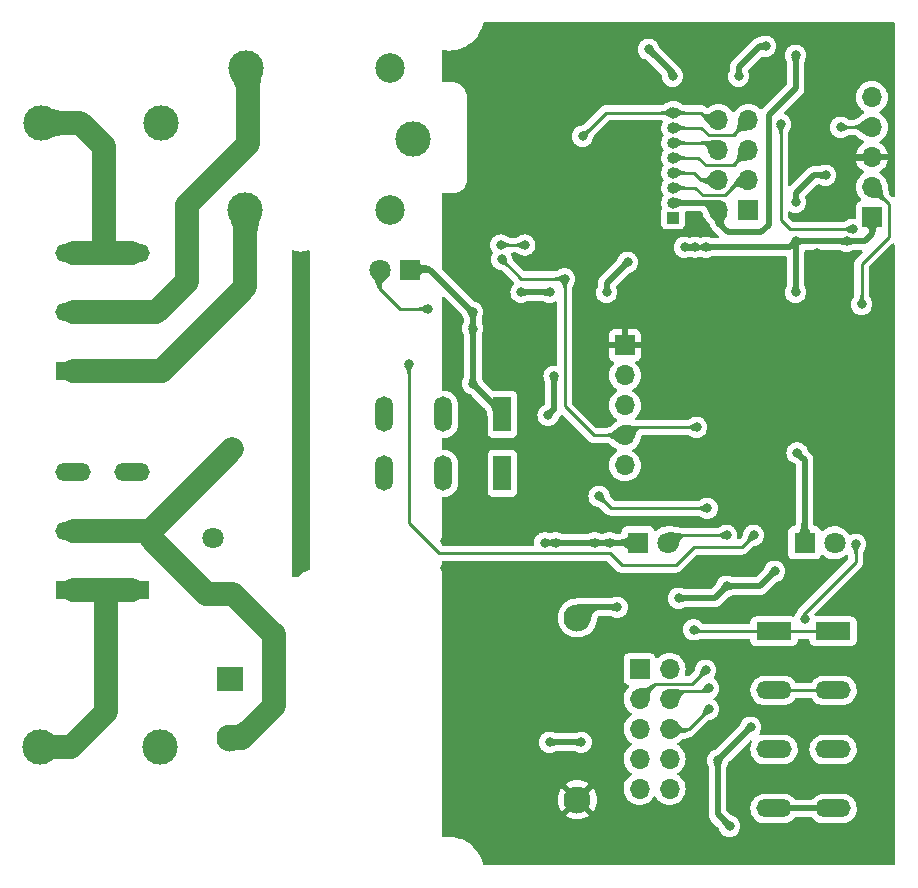
<source format=gbr>
%TF.GenerationSoftware,KiCad,Pcbnew,6.0.2+dfsg-1*%
%TF.CreationDate,2023-01-14T15:25:45+01:00*%
%TF.ProjectId,OpenDTU,4f70656e-4454-4552-9e6b-696361645f70,rev?*%
%TF.SameCoordinates,Original*%
%TF.FileFunction,Copper,L1,Top*%
%TF.FilePolarity,Positive*%
%FSLAX46Y46*%
G04 Gerber Fmt 4.6, Leading zero omitted, Abs format (unit mm)*
G04 Created by KiCad (PCBNEW 6.0.2+dfsg-1) date 2023-01-14 15:25:45*
%MOMM*%
%LPD*%
G01*
G04 APERTURE LIST*
%TA.AperFunction,ComponentPad*%
%ADD10R,1.500000X3.000000*%
%TD*%
%TA.AperFunction,ComponentPad*%
%ADD11O,1.500000X3.000000*%
%TD*%
%TA.AperFunction,ComponentPad*%
%ADD12R,1.800000X1.800000*%
%TD*%
%TA.AperFunction,ComponentPad*%
%ADD13C,1.800000*%
%TD*%
%TA.AperFunction,ComponentPad*%
%ADD14C,3.000000*%
%TD*%
%TA.AperFunction,ComponentPad*%
%ADD15R,2.300000X2.000000*%
%TD*%
%TA.AperFunction,ComponentPad*%
%ADD16C,2.300000*%
%TD*%
%TA.AperFunction,ComponentPad*%
%ADD17R,1.700000X1.700000*%
%TD*%
%TA.AperFunction,ComponentPad*%
%ADD18O,1.700000X1.700000*%
%TD*%
%TA.AperFunction,ComponentPad*%
%ADD19C,2.500000*%
%TD*%
%TA.AperFunction,ComponentPad*%
%ADD20R,3.000000X1.500000*%
%TD*%
%TA.AperFunction,ComponentPad*%
%ADD21O,3.000000X1.500000*%
%TD*%
%TA.AperFunction,ComponentPad*%
%ADD22R,1.000000X1.000000*%
%TD*%
%TA.AperFunction,ComponentPad*%
%ADD23O,1.000000X1.000000*%
%TD*%
%TA.AperFunction,ViaPad*%
%ADD24C,0.800000*%
%TD*%
%TA.AperFunction,Conductor*%
%ADD25C,0.254000*%
%TD*%
%TA.AperFunction,Conductor*%
%ADD26C,0.500000*%
%TD*%
%TA.AperFunction,Conductor*%
%ADD27C,2.000000*%
%TD*%
%TA.AperFunction,Conductor*%
%ADD28C,0.250000*%
%TD*%
G04 APERTURE END LIST*
D10*
%TO.P,ST_OW1,1,Pin_1*%
%TO.N,GNDD*%
X74746000Y-64183000D03*
X74746000Y-69183000D03*
D11*
%TO.P,ST_OW1,2,Pin_2*%
%TO.N,/OW*%
X69746000Y-69183000D03*
X69746000Y-64183000D03*
%TO.P,ST_OW1,3,Pin_3*%
%TO.N,/OW_+3V3*%
X64746000Y-64183000D03*
X64746000Y-69183000D03*
%TD*%
D12*
%TO.P,D1,1,K*%
%TO.N,GNDD*%
X86228000Y-75057000D03*
D13*
%TO.P,D1,2,A*%
%TO.N,Net-(D1-Pad2)*%
X88768000Y-75057000D03*
%TD*%
D14*
%TO.P,FA1,1*%
%TO.N,/L*%
X35560000Y-92329000D03*
%TO.P,FA1,2*%
%TO.N,/FL*%
X45720000Y-92329000D03*
%TD*%
D15*
%TO.P,PS1,1,AC/L*%
%TO.N,/FL*%
X51689000Y-86614000D03*
D16*
%TO.P,PS1,2,AC/N*%
%TO.N,/N*%
X51689000Y-91614000D03*
%TO.P,PS1,3,-Vout*%
%TO.N,GNDD*%
X81089000Y-81414000D03*
%TO.P,PS1,4,+Vout*%
%TO.N,+3V3*%
X81089000Y-96814000D03*
%TD*%
D17*
%TO.P,ST_nRF1,1,GND*%
%TO.N,GNDD*%
X95577500Y-46885000D03*
D18*
%TO.P,ST_nRF1,2,+3V3*%
%TO.N,/Radio_+3V3*%
X93037500Y-46885000D03*
%TO.P,ST_nRF1,3,CE*%
%TO.N,/SI_CE*%
X95577500Y-44345000D03*
%TO.P,ST_nRF1,4,CSn*%
%TO.N,/SI_CS*%
X93037500Y-44345000D03*
%TO.P,ST_nRF1,5,SCK*%
%TO.N,/SI_SCK*%
X95577500Y-41805000D03*
%TO.P,ST_nRF1,6,MOSI*%
%TO.N,/SI_MOSI*%
X93037500Y-41805000D03*
%TO.P,ST_nRF1,7,MISO*%
%TO.N,/SI_MISO*%
X95577500Y-39265000D03*
%TO.P,ST_nRF1,8,IRQ*%
%TO.N,/SI_IRQ*%
X93037500Y-39265000D03*
%TD*%
D12*
%TO.P,D2,1,K*%
%TO.N,GNDD*%
X100325000Y-75057000D03*
D13*
%TO.P,D2,2,A*%
%TO.N,Net-(D2-Pad2)*%
X102865000Y-75057000D03*
%TD*%
D14*
%TO.P,FA2,1*%
%TO.N,/SL*%
X35687000Y-39522000D03*
%TO.P,FA2,2*%
%TO.N,/FSL*%
X45847000Y-39522000D03*
%TD*%
D12*
%TO.P,D4,1,K*%
%TO.N,GNDD*%
X66934000Y-51943000D03*
D13*
%TO.P,D4,2,A*%
%TO.N,Net-(D4-Pad2)*%
X64394000Y-51943000D03*
%TD*%
D17*
%TO.P,ST_I2C1,1,Pin_1*%
%TO.N,+3V3*%
X85115000Y-58350000D03*
D18*
%TO.P,ST_I2C1,2,Pin_2*%
%TO.N,GNDD*%
X85115000Y-60890000D03*
%TO.P,ST_I2C1,3,Pin_3*%
%TO.N,/I2C_SCL*%
X85115000Y-63430000D03*
%TO.P,ST_I2C1,4,Pin_4*%
%TO.N,/I2C_SDA*%
X85115000Y-65970000D03*
%TO.P,ST_I2C1,5,Pin_5*%
%TO.N,/I2C_IRQ*%
X85115000Y-68510000D03*
%TD*%
D17*
%TO.P,ST_PRG1,1,Pin_1*%
%TO.N,GNDD*%
X106020000Y-47495000D03*
D18*
%TO.P,ST_PRG1,2,Pin_2*%
%TO.N,/PRG*%
X106020000Y-44955000D03*
%TO.P,ST_PRG1,3,Pin_3*%
%TO.N,+3V3*%
X106020000Y-42415000D03*
%TO.P,ST_PRG1,4,Pin_4*%
%TO.N,/PRG_Rx*%
X106020000Y-39875000D03*
%TO.P,ST_PRG1,5,Pin_5*%
%TO.N,/PRG_Tx*%
X106020000Y-37335000D03*
%TD*%
D14*
%TO.P,REL1,1*%
%TO.N,/FSL*%
X67183000Y-40894000D03*
D19*
%TO.P,REL1,2*%
%TO.N,+3V3*%
X65233000Y-34844000D03*
D14*
%TO.P,REL1,3*%
%TO.N,/SLO*%
X53033000Y-34844000D03*
%TO.P,REL1,4*%
%TO.N,/SLC*%
X52983000Y-46894000D03*
D19*
%TO.P,REL1,5*%
%TO.N,Net-(D3-Pad2)*%
X65233000Y-46844000D03*
%TD*%
D17*
%TO.P,ST_EXT1,1,1*%
%TO.N,/Ext_+3V3*%
X86355000Y-85730000D03*
D18*
%TO.P,ST_EXT1,2,2*%
%TO.N,GNDD*%
X88895000Y-85730000D03*
%TO.P,ST_EXT1,3,3*%
%TO.N,/EXT_Tx*%
X86355000Y-88270000D03*
%TO.P,ST_EXT1,4,4*%
%TO.N,/EXT_Rx*%
X88895000Y-88270000D03*
%TO.P,ST_EXT1,5,5*%
%TO.N,unconnected-(ST_EXT1-Pad5)*%
X86355000Y-90810000D03*
%TO.P,ST_EXT1,6,6*%
%TO.N,/EXT_DIR*%
X88895000Y-90810000D03*
%TO.P,ST_EXT1,7,7*%
%TO.N,unconnected-(ST_EXT1-Pad7)*%
X86355000Y-93350000D03*
%TO.P,ST_EXT1,8,8*%
%TO.N,unconnected-(ST_EXT1-Pad8)*%
X88895000Y-93350000D03*
%TO.P,ST_EXT1,9,9*%
%TO.N,unconnected-(ST_EXT1-Pad9)*%
X86355000Y-95890000D03*
%TO.P,ST_EXT1,10,10*%
%TO.N,unconnected-(ST_EXT1-Pad10)*%
X88895000Y-95890000D03*
%TD*%
D20*
%TO.P,ST_Line1,1,Pin_1*%
%TO.N,/L*%
X38386000Y-79064000D03*
X43386000Y-79064000D03*
D21*
%TO.P,ST_Line1,2,Pin_2*%
%TO.N,/N*%
X38386000Y-74064000D03*
X43386000Y-74064000D03*
%TO.P,ST_Line1,3,Pin_3*%
%TO.N,/PE*%
X38386000Y-69064000D03*
X43386000Y-69064000D03*
%TD*%
D20*
%TO.P,ST_REL1,1,Pin_1*%
%TO.N,/SLC*%
X38386000Y-60522000D03*
X43386000Y-60522000D03*
D21*
%TO.P,ST_REL1,2,Pin_2*%
%TO.N,/SLO*%
X38386000Y-55522000D03*
X43386000Y-55522000D03*
%TO.P,ST_REL1,3,Pin_3*%
%TO.N,/SL*%
X38386000Y-50522000D03*
X43386000Y-50522000D03*
%TD*%
D22*
%TO.P,ST_SI1,1,GND*%
%TO.N,GNDD*%
X89202500Y-47525000D03*
D23*
%TO.P,ST_SI1,2,+3V3*%
%TO.N,/Radio_+3V3*%
X89202500Y-46255000D03*
%TO.P,ST_SI1,3,CE*%
%TO.N,/SI_CE*%
X89202500Y-44985000D03*
%TO.P,ST_SI1,4,CSn*%
%TO.N,/SI_CS*%
X89202500Y-43715000D03*
%TO.P,ST_SI1,5,SCK*%
%TO.N,/SI_SCK*%
X89202500Y-42445000D03*
%TO.P,ST_SI1,6,MOSI*%
%TO.N,/SI_MOSI*%
X89202500Y-41175000D03*
%TO.P,ST_SI1,7,MISO*%
%TO.N,/SI_MISO*%
X89202500Y-39905000D03*
%TO.P,ST_SI1,8,IRQ*%
%TO.N,/SI_IRQ*%
X89202500Y-38635000D03*
%TD*%
D20*
%TO.P,ST_IR1,1,Pin_1*%
%TO.N,/IR_Tx*%
X97743000Y-82550000D03*
X102743000Y-82550000D03*
D21*
%TO.P,ST_IR1,2,Pin_2*%
%TO.N,/IR_Rx*%
X102743000Y-87550000D03*
X97743000Y-87550000D03*
%TO.P,ST_IR1,3,Pin_3*%
%TO.N,GNDD*%
X102743000Y-92550000D03*
X97743000Y-92550000D03*
%TO.P,ST_IR1,4,Pin_4*%
%TO.N,/IR_+3V3*%
X102743000Y-97550000D03*
X97743000Y-97550000D03*
%TD*%
D13*
%TO.P,RV1,1*%
%TO.N,/FL*%
X50234000Y-74616000D03*
%TO.P,RV1,2*%
%TO.N,/N*%
X51867330Y-67116000D03*
%TD*%
D24*
%TO.N,/IR_Rx*%
X104648000Y-75184000D03*
X100330000Y-81534000D03*
%TO.N,/IR_Tx*%
X90932000Y-82423000D03*
%TO.N,+3V3*%
X100584000Y-47498000D03*
X81280000Y-56642000D03*
X69850000Y-77216000D03*
X72436000Y-34844000D03*
X98044000Y-35560000D03*
X81280000Y-66548000D03*
X78740000Y-56642000D03*
X81280000Y-62992000D03*
X75057000Y-77216000D03*
X73660000Y-36068000D03*
X75057000Y-74930000D03*
X105029000Y-67945000D03*
X80010000Y-71628000D03*
X100838000Y-36830000D03*
X77470000Y-47498000D03*
X69850000Y-74930000D03*
X101346000Y-50546000D03*
%TO.N,/PE*%
X57658000Y-60325000D03*
X57658000Y-67437000D03*
X57658000Y-69215000D03*
X57658000Y-62103000D03*
X57658000Y-56769000D03*
X57658000Y-51435000D03*
X57658000Y-70993000D03*
X57658000Y-74549000D03*
X57658000Y-54991000D03*
X57658000Y-53213000D03*
X57658000Y-58547000D03*
X57658000Y-63881000D03*
X57658000Y-65659000D03*
X57658000Y-72771000D03*
%TO.N,/I2C_SCL*%
X76642000Y-49850000D03*
X82931000Y-71120000D03*
X92075000Y-72136000D03*
X74610000Y-49850000D03*
%TO.N,/I2C_SDA*%
X80010000Y-52705000D03*
X74676000Y-51054000D03*
X91186000Y-65278000D03*
%TO.N,/SI_MOSI*%
X104394000Y-48514000D03*
X98298000Y-39624000D03*
%TO.N,/SI_IRQ*%
X81534000Y-40640000D03*
%TO.N,/PRG*%
X105156000Y-54864000D03*
%TO.N,/PRG_Rx*%
X103378000Y-39878000D03*
%TO.N,GNDD*%
X72230000Y-61595000D03*
X99695000Y-67437000D03*
X83820000Y-75057000D03*
X91948000Y-50038000D03*
X87122000Y-33274000D03*
X79121000Y-60960000D03*
X85344000Y-51308000D03*
X78740000Y-91948000D03*
X89662000Y-79756000D03*
X93726000Y-78740000D03*
X99568000Y-49530000D03*
X78613000Y-64262000D03*
X72230000Y-56929000D03*
X94742000Y-35560000D03*
X92964000Y-93472000D03*
X91059000Y-50038000D03*
X97028000Y-33020000D03*
X78740000Y-53848000D03*
X95758000Y-90678000D03*
X76327000Y-53848000D03*
X78337500Y-75057000D03*
X99568000Y-53848000D03*
X103886000Y-49530000D03*
X83566000Y-53848000D03*
X89154000Y-35560000D03*
X72230000Y-55532000D03*
X99568000Y-46228000D03*
X82550000Y-75057000D03*
X81407000Y-91948000D03*
X84455000Y-80518000D03*
X93980000Y-99060000D03*
X79248000Y-75057000D03*
X102108000Y-43942000D03*
X97790000Y-77470000D03*
X90170000Y-50038000D03*
%TO.N,/EXT_Tx*%
X91948000Y-85852000D03*
%TO.N,/EXT_Rx*%
X92202000Y-87376000D03*
%TO.N,/EXT_DIR*%
X92202000Y-89154000D03*
%TO.N,Net-(Q1-Pad1)*%
X66802000Y-59944000D03*
X96012000Y-74422000D03*
%TO.N,Net-(D1-Pad2)*%
X93726000Y-74422000D03*
%TO.N,/Radio_+3V3*%
X99568000Y-33782000D03*
%TO.N,Net-(D4-Pad2)*%
X68453000Y-55245000D03*
%TD*%
D25*
%TO.N,/IR_Rx*%
X100330000Y-81026000D02*
X104648000Y-76708000D01*
X97743000Y-87550000D02*
X102743000Y-87550000D01*
X104648000Y-76708000D02*
X104648000Y-75184000D01*
X100330000Y-81534000D02*
X100330000Y-81026000D01*
%TO.N,/IR_Tx*%
X90932000Y-82423000D02*
X91059000Y-82550000D01*
X102743000Y-82550000D02*
X97743000Y-82550000D01*
X91059000Y-82550000D02*
X97743000Y-82550000D01*
D26*
%TO.N,+3V3*%
X102387000Y-42443000D02*
X106020000Y-42443000D01*
X100838000Y-40894000D02*
X102387000Y-42443000D01*
X100838000Y-36830000D02*
X100838000Y-40894000D01*
X106020000Y-42443000D02*
X106020000Y-42415000D01*
D27*
%TO.N,/L*%
X38227000Y-92329000D02*
X41148000Y-89408000D01*
X41148000Y-89408000D02*
X41148000Y-79121000D01*
X35560000Y-92329000D02*
X38227000Y-92329000D01*
X38386000Y-79064000D02*
X41205000Y-79064000D01*
X41205000Y-79064000D02*
X43386000Y-79064000D01*
D28*
X41148000Y-79121000D02*
X41205000Y-79064000D01*
D27*
%TO.N,/N*%
X51689000Y-91614000D02*
X52658000Y-91614000D01*
D28*
X51867330Y-67131670D02*
X51867330Y-67116000D01*
D27*
X44958000Y-74041000D02*
X51867330Y-67131670D01*
X51943000Y-79375000D02*
X49657000Y-79375000D01*
X49657000Y-79375000D02*
X44958000Y-74676000D01*
X43409000Y-74041000D02*
X44958000Y-74041000D01*
D28*
X43386000Y-74064000D02*
X43409000Y-74041000D01*
D27*
X38386000Y-74064000D02*
X43386000Y-74064000D01*
D28*
X44958000Y-74676000D02*
X44958000Y-74041000D01*
X54991000Y-82423000D02*
X55372000Y-82804000D01*
D27*
X54991000Y-82423000D02*
X51943000Y-79375000D01*
X55372000Y-88900000D02*
X52658000Y-91614000D01*
X55372000Y-82804000D02*
X55372000Y-88900000D01*
D25*
%TO.N,/I2C_SCL*%
X92075000Y-72136000D02*
X83947000Y-72136000D01*
X83947000Y-72136000D02*
X82931000Y-71120000D01*
X74610000Y-49850000D02*
X76642000Y-49850000D01*
%TO.N,/I2C_SDA*%
X82480000Y-65970000D02*
X80010000Y-63500000D01*
X74676000Y-51054000D02*
X76327000Y-52705000D01*
X85115000Y-65970000D02*
X82480000Y-65970000D01*
X76327000Y-52705000D02*
X80010000Y-52705000D01*
X80010000Y-63500000D02*
X80010000Y-52705000D01*
X91186000Y-65278000D02*
X85807000Y-65278000D01*
X85807000Y-65278000D02*
X85115000Y-65970000D01*
%TO.N,/SI_CE*%
X93599000Y-45593000D02*
X91694000Y-45593000D01*
X89202500Y-44985000D02*
X91086000Y-44985000D01*
X91694000Y-45593000D02*
X91086000Y-44985000D01*
D28*
X95577500Y-44345000D02*
X94847000Y-44345000D01*
X94847000Y-44345000D02*
X93599000Y-45593000D01*
D25*
%TO.N,/SI_CS*%
X90959000Y-43715000D02*
X91589000Y-44345000D01*
X89202500Y-43715000D02*
X90959000Y-43715000D01*
X91589000Y-44345000D02*
X93037500Y-44345000D01*
%TO.N,/SI_SCK*%
X94329500Y-43053000D02*
X95577500Y-41805000D01*
X89202500Y-42445000D02*
X91340000Y-42445000D01*
X91340000Y-42445000D02*
X91948000Y-43053000D01*
X91948000Y-43053000D02*
X94329500Y-43053000D01*
D28*
%TO.N,/SI_MOSI*%
X98298000Y-47752000D02*
X99060000Y-48514000D01*
D25*
X92407500Y-41175000D02*
X93037500Y-41805000D01*
X99060000Y-48514000D02*
X104394000Y-48514000D01*
X98298000Y-39624000D02*
X98298000Y-45085000D01*
D28*
X98298000Y-45085000D02*
X98298000Y-47752000D01*
D25*
X89202500Y-41175000D02*
X92407500Y-41175000D01*
%TO.N,/SI_MISO*%
X89202500Y-39905000D02*
X91594000Y-39905000D01*
X94329500Y-40513000D02*
X95577500Y-39265000D01*
X91594000Y-39905000D02*
X92202000Y-40513000D01*
X92202000Y-40513000D02*
X94329500Y-40513000D01*
%TO.N,/SI_IRQ*%
X89202500Y-38635000D02*
X91528510Y-38635000D01*
X92158510Y-39265000D02*
X93037500Y-39265000D01*
X83539000Y-38635000D02*
X89202500Y-38635000D01*
X91528510Y-38635000D02*
X92158510Y-39265000D01*
X81534000Y-40640000D02*
X83539000Y-38635000D01*
%TO.N,/PRG*%
X107442000Y-46377000D02*
X106020000Y-44955000D01*
X105156000Y-54864000D02*
X105156000Y-51435000D01*
X105156000Y-51435000D02*
X107442000Y-49149000D01*
X107442000Y-49149000D02*
X107442000Y-46377000D01*
%TO.N,/PRG_Rx*%
X103381000Y-39875000D02*
X106020000Y-39875000D01*
X103378000Y-39878000D02*
X103381000Y-39875000D01*
D26*
%TO.N,GNDD*%
X95758000Y-90678000D02*
X92964000Y-93472000D01*
X93726000Y-78740000D02*
X92710000Y-79756000D01*
X72230000Y-56929000D02*
X72230000Y-61595000D01*
X84455000Y-80518000D02*
X81178500Y-80518000D01*
X78337500Y-75057000D02*
X79248000Y-75057000D01*
X92964000Y-93472000D02*
X92964000Y-98044000D01*
X99568000Y-49530000D02*
X99568000Y-53848000D01*
X83820000Y-75057000D02*
X82550000Y-75057000D01*
X106020000Y-47495000D02*
X106020000Y-48920000D01*
X83566000Y-53848000D02*
X83566000Y-53086000D01*
X76327000Y-53848000D02*
X78740000Y-53848000D01*
X94742000Y-34798000D02*
X94742000Y-35560000D01*
X78740000Y-91948000D02*
X81407000Y-91948000D01*
X102108000Y-43942000D02*
X101092000Y-43942000D01*
X90170000Y-50038000D02*
X91059000Y-50038000D01*
X101092000Y-43942000D02*
X99568000Y-45466000D01*
X89154000Y-35560000D02*
X89154000Y-35306000D01*
X92964000Y-98044000D02*
X93980000Y-99060000D01*
X99060000Y-50038000D02*
X92075000Y-50038000D01*
X100325000Y-75057000D02*
X100325000Y-68067000D01*
D28*
X81178500Y-80518000D02*
X81131500Y-80565000D01*
D26*
X79121000Y-63754000D02*
X79121000Y-60960000D01*
X96520000Y-33020000D02*
X94742000Y-34798000D01*
X68580000Y-51943000D02*
X72169000Y-55532000D01*
X103886000Y-49530000D02*
X99568000Y-49530000D01*
X106020000Y-48920000D02*
X105410000Y-49530000D01*
X97790000Y-77470000D02*
X96520000Y-78740000D01*
X96520000Y-78740000D02*
X93726000Y-78740000D01*
X99568000Y-49530000D02*
X99060000Y-50038000D01*
X72230000Y-55532000D02*
X72230000Y-56929000D01*
X97028000Y-33020000D02*
X96520000Y-33020000D01*
X92710000Y-79756000D02*
X89662000Y-79756000D01*
X72169000Y-55532000D02*
X72230000Y-55532000D01*
X82550000Y-75057000D02*
X79248000Y-75057000D01*
D28*
X92075000Y-50038000D02*
X91059000Y-50038000D01*
D26*
X100325000Y-68067000D02*
X99695000Y-67437000D01*
X89154000Y-35306000D02*
X87122000Y-33274000D01*
X83566000Y-53086000D02*
X85344000Y-51308000D01*
X74770000Y-64135000D02*
X72230000Y-61595000D01*
X99568000Y-45466000D02*
X99568000Y-46228000D01*
X105410000Y-49530000D02*
X103886000Y-49530000D01*
X86228000Y-75057000D02*
X83820000Y-75057000D01*
X66934000Y-51943000D02*
X68580000Y-51943000D01*
X78613000Y-64262000D02*
X79121000Y-63754000D01*
D25*
%TO.N,/EXT_Tx*%
X90805000Y-86995000D02*
X87630000Y-86995000D01*
X87630000Y-86995000D02*
X86355000Y-88270000D01*
X91948000Y-85852000D02*
X90805000Y-86995000D01*
%TO.N,/EXT_Rx*%
X92202000Y-87376000D02*
X91948000Y-87630000D01*
X89535000Y-87630000D02*
X88895000Y-88270000D01*
X91948000Y-87630000D02*
X89535000Y-87630000D01*
%TO.N,/EXT_DIR*%
X92202000Y-89154000D02*
X90546000Y-90810000D01*
X90546000Y-90810000D02*
X88895000Y-90810000D01*
D27*
%TO.N,/SL*%
X40997000Y-50522000D02*
X38386000Y-50522000D01*
X43386000Y-50522000D02*
X40997000Y-50522000D01*
X35687000Y-39522000D02*
X39014000Y-39522000D01*
X39014000Y-39522000D02*
X40997000Y-41505000D01*
X40997000Y-41505000D02*
X40997000Y-50522000D01*
%TO.N,/SLO*%
X48006000Y-46482000D02*
X48006000Y-52959000D01*
X53213000Y-35024000D02*
X53213000Y-41275000D01*
X43386000Y-55522000D02*
X45443000Y-55522000D01*
X53033000Y-34844000D02*
X53213000Y-35024000D01*
X38386000Y-55522000D02*
X43386000Y-55522000D01*
X53213000Y-41275000D02*
X48006000Y-46482000D01*
X45443000Y-55522000D02*
X48006000Y-52959000D01*
D25*
%TO.N,Net-(Q1-Pad1)*%
X69342000Y-75946000D02*
X66802000Y-73406000D01*
X84836000Y-76962000D02*
X83820000Y-75946000D01*
X66802000Y-73406000D02*
X66802000Y-59944000D01*
X94996000Y-75438000D02*
X90932000Y-75438000D01*
X83820000Y-75946000D02*
X69342000Y-75946000D01*
X90932000Y-75438000D02*
X89408000Y-76962000D01*
X89408000Y-76962000D02*
X84836000Y-76962000D01*
X96012000Y-74422000D02*
X94996000Y-75438000D01*
%TO.N,Net-(D1-Pad2)*%
X89403000Y-74422000D02*
X88768000Y-75057000D01*
X93726000Y-74422000D02*
X89403000Y-74422000D01*
D27*
%TO.N,/SLC*%
X45904000Y-60522000D02*
X52983000Y-53443000D01*
X43386000Y-60522000D02*
X45904000Y-60522000D01*
X52983000Y-53443000D02*
X52983000Y-46894000D01*
X38386000Y-60522000D02*
X43386000Y-60522000D01*
D26*
%TO.N,/IR_+3V3*%
X97743000Y-97550000D02*
X102743000Y-97550000D01*
%TO.N,/Radio_+3V3*%
X93037500Y-46885000D02*
X92407500Y-46255000D01*
X99568000Y-36576000D02*
X97282000Y-38862000D01*
X93037500Y-47952500D02*
X93037500Y-46885000D01*
X99568000Y-33782000D02*
X99568000Y-36576000D01*
X97282000Y-48133000D02*
X96647000Y-48768000D01*
X96647000Y-48768000D02*
X93853000Y-48768000D01*
X92407500Y-46255000D02*
X89202500Y-46255000D01*
X97282000Y-38862000D02*
X97282000Y-48133000D01*
X93853000Y-48768000D02*
X93037500Y-47952500D01*
D25*
%TO.N,Net-(D4-Pad2)*%
X64394000Y-51943000D02*
X64389000Y-51948000D01*
X66040000Y-55245000D02*
X68453000Y-55245000D01*
X64389000Y-53594000D02*
X66040000Y-55245000D01*
X64389000Y-51948000D02*
X64389000Y-53594000D01*
%TD*%
%TA.AperFunction,Conductor*%
%TO.N,GNDD*%
G36*
X99708639Y-67298610D02*
G01*
X100064840Y-67305573D01*
X100073043Y-67309161D01*
X100075597Y-67313249D01*
X100095174Y-67366763D01*
X100117701Y-67421044D01*
X100117764Y-67421175D01*
X100117770Y-67421188D01*
X100129222Y-67444914D01*
X100141472Y-67470296D01*
X100167531Y-67516239D01*
X100196922Y-67560596D01*
X100230688Y-67605087D01*
X100230763Y-67605175D01*
X100230772Y-67605187D01*
X100249835Y-67627734D01*
X100269874Y-67651435D01*
X100315523Y-67701362D01*
X100368680Y-67756588D01*
X100368712Y-67756620D01*
X100422189Y-67810564D01*
X100425580Y-67818852D01*
X100422153Y-67827074D01*
X100085074Y-68164153D01*
X100076801Y-68167580D01*
X100068564Y-68164189D01*
X100014620Y-68110712D01*
X100014588Y-68110680D01*
X99959362Y-68057523D01*
X99909435Y-68011874D01*
X99885734Y-67991835D01*
X99863187Y-67972772D01*
X99863175Y-67972763D01*
X99863087Y-67972688D01*
X99818596Y-67938922D01*
X99818441Y-67938819D01*
X99774401Y-67909638D01*
X99774394Y-67909634D01*
X99774239Y-67909531D01*
X99774068Y-67909434D01*
X99728466Y-67883568D01*
X99728457Y-67883563D01*
X99728296Y-67883472D01*
X99702914Y-67871222D01*
X99679188Y-67859770D01*
X99679175Y-67859764D01*
X99679044Y-67859701D01*
X99624763Y-67837174D01*
X99571250Y-67817597D01*
X99564659Y-67811537D01*
X99563573Y-67806839D01*
X99562592Y-67756620D01*
X99556610Y-67450639D01*
X99553817Y-67307744D01*
X99557082Y-67299405D01*
X99565744Y-67295817D01*
X99708639Y-67298610D01*
G37*
%TD.AperFunction*%
%TD*%
%TA.AperFunction,Conductor*%
%TO.N,GNDD*%
G36*
X72549661Y-61462593D02*
G01*
X72562162Y-61462837D01*
X72599839Y-61463574D01*
X72608043Y-61467162D01*
X72610598Y-61471251D01*
X72630174Y-61524763D01*
X72652701Y-61579044D01*
X72652764Y-61579175D01*
X72652770Y-61579188D01*
X72664222Y-61602914D01*
X72676472Y-61628296D01*
X72676563Y-61628457D01*
X72676568Y-61628466D01*
X72691153Y-61654180D01*
X72702531Y-61674239D01*
X72731922Y-61718596D01*
X72765688Y-61763087D01*
X72765763Y-61763175D01*
X72765772Y-61763187D01*
X72784835Y-61785734D01*
X72804874Y-61809435D01*
X72850523Y-61859362D01*
X72903680Y-61914588D01*
X72903712Y-61914620D01*
X72957189Y-61968564D01*
X72960580Y-61976852D01*
X72957153Y-61985074D01*
X72620074Y-62322153D01*
X72611801Y-62325580D01*
X72603564Y-62322189D01*
X72549620Y-62268712D01*
X72549588Y-62268680D01*
X72494362Y-62215523D01*
X72444435Y-62169874D01*
X72420734Y-62149835D01*
X72398187Y-62130772D01*
X72398175Y-62130763D01*
X72398087Y-62130688D01*
X72353596Y-62096922D01*
X72353441Y-62096819D01*
X72309401Y-62067638D01*
X72309394Y-62067634D01*
X72309239Y-62067531D01*
X72309068Y-62067434D01*
X72263466Y-62041568D01*
X72263457Y-62041563D01*
X72263296Y-62041472D01*
X72237914Y-62029222D01*
X72214188Y-62017770D01*
X72214175Y-62017764D01*
X72214044Y-62017701D01*
X72159763Y-61995174D01*
X72106250Y-61975597D01*
X72099659Y-61969537D01*
X72098573Y-61964839D01*
X72088579Y-61453579D01*
X72549661Y-61462593D01*
G37*
%TD.AperFunction*%
%TD*%
%TA.AperFunction,Conductor*%
%TO.N,GNDD*%
G36*
X99814624Y-53061427D02*
G01*
X99818051Y-53069648D01*
X99818381Y-53145651D01*
X99819844Y-53222290D01*
X99822868Y-53289873D01*
X99827933Y-53350354D01*
X99835517Y-53405691D01*
X99846099Y-53457838D01*
X99860160Y-53508751D01*
X99878177Y-53560386D01*
X99900631Y-53614699D01*
X99900696Y-53614838D01*
X99924627Y-53666381D01*
X99925003Y-53675328D01*
X99922448Y-53679418D01*
X99576433Y-54039231D01*
X99568229Y-54042819D01*
X99559567Y-54039231D01*
X99213552Y-53679418D01*
X99210287Y-53671079D01*
X99211373Y-53666381D01*
X99235303Y-53614839D01*
X99235303Y-53614838D01*
X99235368Y-53614699D01*
X99257822Y-53560386D01*
X99275839Y-53508751D01*
X99289900Y-53457838D01*
X99300482Y-53405691D01*
X99308066Y-53350354D01*
X99313131Y-53289873D01*
X99316155Y-53222290D01*
X99317618Y-53145651D01*
X99317949Y-53069648D01*
X99321412Y-53061391D01*
X99329649Y-53058000D01*
X99806351Y-53058000D01*
X99814624Y-53061427D01*
G37*
%TD.AperFunction*%
%TD*%
%TA.AperFunction,Conductor*%
%TO.N,GNDD*%
G36*
X104067619Y-49173373D02*
G01*
X104089633Y-49183594D01*
X104119300Y-49197368D01*
X104173613Y-49219822D01*
X104225248Y-49237839D01*
X104225403Y-49237882D01*
X104225410Y-49237884D01*
X104242941Y-49242725D01*
X104276161Y-49251900D01*
X104276374Y-49251943D01*
X104276373Y-49251943D01*
X104328125Y-49262445D01*
X104328129Y-49262446D01*
X104328308Y-49262482D01*
X104383645Y-49270066D01*
X104383807Y-49270080D01*
X104383811Y-49270080D01*
X104428431Y-49273817D01*
X104444126Y-49275131D01*
X104511709Y-49278155D01*
X104588348Y-49279618D01*
X104664352Y-49279949D01*
X104672609Y-49283412D01*
X104676000Y-49291649D01*
X104676000Y-49768351D01*
X104672573Y-49776624D01*
X104664352Y-49780051D01*
X104588348Y-49780381D01*
X104511709Y-49781844D01*
X104444126Y-49784868D01*
X104444005Y-49784878D01*
X104444007Y-49784878D01*
X104383811Y-49789919D01*
X104383807Y-49789919D01*
X104383645Y-49789933D01*
X104328308Y-49797517D01*
X104328129Y-49797553D01*
X104328125Y-49797554D01*
X104283140Y-49806683D01*
X104276161Y-49808099D01*
X104242941Y-49817274D01*
X104225410Y-49822115D01*
X104225403Y-49822117D01*
X104225248Y-49822160D01*
X104173613Y-49840177D01*
X104119300Y-49862631D01*
X104084374Y-49878848D01*
X104067619Y-49886627D01*
X104058672Y-49887003D01*
X104054582Y-49884448D01*
X103887679Y-49723945D01*
X103887678Y-49723945D01*
X103686000Y-49530000D01*
X103886000Y-49337669D01*
X103947887Y-49278155D01*
X104054582Y-49175552D01*
X104062921Y-49172287D01*
X104067619Y-49173373D01*
G37*
%TD.AperFunction*%
%TD*%
%TA.AperFunction,Conductor*%
%TO.N,/EXT_Rx*%
G36*
X92343210Y-87248991D02*
G01*
X92351160Y-87253113D01*
X92353866Y-87261649D01*
X92353429Y-87263966D01*
X92204495Y-87767563D01*
X92198862Y-87774525D01*
X92193203Y-87775945D01*
X92117596Y-87775468D01*
X92117572Y-87775468D01*
X92045021Y-87774025D01*
X92044954Y-87774023D01*
X92016394Y-87773075D01*
X91980897Y-87771897D01*
X91980773Y-87771892D01*
X91921859Y-87769312D01*
X91921797Y-87769309D01*
X91864622Y-87766500D01*
X91805892Y-87763691D01*
X91805887Y-87763691D01*
X91805824Y-87763688D01*
X91742109Y-87761103D01*
X91670131Y-87758976D01*
X91586544Y-87757532D01*
X91499637Y-87757063D01*
X91491382Y-87753591D01*
X91488000Y-87745363D01*
X91488000Y-87514070D01*
X91491427Y-87505797D01*
X91499052Y-87502388D01*
X91551577Y-87499481D01*
X91605039Y-87489167D01*
X91649816Y-87472423D01*
X91687335Y-87449613D01*
X91719026Y-87421101D01*
X91746315Y-87387252D01*
X91753840Y-87375238D01*
X91770523Y-87348604D01*
X91770529Y-87348593D01*
X91770632Y-87348429D01*
X91793405Y-87304997D01*
X91816063Y-87257320D01*
X91836582Y-87213189D01*
X91843177Y-87207132D01*
X91848192Y-87206465D01*
X92343210Y-87248991D01*
G37*
%TD.AperFunction*%
%TD*%
%TA.AperFunction,Conductor*%
%TO.N,/EXT_Tx*%
G36*
X87468065Y-86993046D02*
G01*
X87631954Y-87156935D01*
X87635381Y-87165208D01*
X87632368Y-87173044D01*
X87506130Y-87312974D01*
X87411086Y-87449085D01*
X87347315Y-87576838D01*
X87307451Y-87699945D01*
X87284132Y-87822120D01*
X87284109Y-87822324D01*
X87284108Y-87822330D01*
X87269997Y-87947019D01*
X87269981Y-87947177D01*
X87257682Y-88078335D01*
X87257641Y-88078708D01*
X87239838Y-88219774D01*
X87239707Y-88220581D01*
X87209099Y-88375222D01*
X87208844Y-88376259D01*
X87160348Y-88540728D01*
X87154722Y-88547694D01*
X87149357Y-88549116D01*
X86369535Y-88564361D01*
X86066645Y-88570282D01*
X86058306Y-88567017D01*
X86054718Y-88558355D01*
X86064102Y-88078335D01*
X86075884Y-87475644D01*
X86079471Y-87467441D01*
X86084272Y-87464652D01*
X86138251Y-87448735D01*
X86248745Y-87416154D01*
X86249771Y-87415901D01*
X86404428Y-87385290D01*
X86405214Y-87385163D01*
X86546320Y-87367355D01*
X86546635Y-87367320D01*
X86677925Y-87355008D01*
X86677963Y-87355004D01*
X86677980Y-87355002D01*
X86802669Y-87340891D01*
X86802675Y-87340890D01*
X86802879Y-87340867D01*
X86925054Y-87317548D01*
X86974751Y-87301455D01*
X87047745Y-87277819D01*
X87047748Y-87277818D01*
X87048161Y-87277684D01*
X87175914Y-87213913D01*
X87312025Y-87118869D01*
X87451956Y-86992632D01*
X87460393Y-86989634D01*
X87468065Y-86993046D01*
G37*
%TD.AperFunction*%
%TD*%
%TA.AperFunction,Conductor*%
%TO.N,/Radio_+3V3*%
G36*
X99576433Y-33590769D02*
G01*
X99922448Y-33950582D01*
X99925713Y-33958921D01*
X99924627Y-33963619D01*
X99900631Y-34015300D01*
X99878177Y-34069613D01*
X99860160Y-34121248D01*
X99846099Y-34172161D01*
X99835517Y-34224308D01*
X99827933Y-34279645D01*
X99822868Y-34340126D01*
X99819844Y-34407709D01*
X99819842Y-34407819D01*
X99818381Y-34484348D01*
X99818051Y-34560351D01*
X99814588Y-34568609D01*
X99806351Y-34572000D01*
X99329649Y-34572000D01*
X99321376Y-34568573D01*
X99317949Y-34560351D01*
X99317618Y-34484348D01*
X99316157Y-34407819D01*
X99316155Y-34407709D01*
X99313131Y-34340126D01*
X99308066Y-34279645D01*
X99300482Y-34224308D01*
X99289900Y-34172161D01*
X99275839Y-34121248D01*
X99257822Y-34069613D01*
X99235368Y-34015300D01*
X99211373Y-33963619D01*
X99210997Y-33954672D01*
X99213552Y-33950582D01*
X99559567Y-33590769D01*
X99567771Y-33587181D01*
X99576433Y-33590769D01*
G37*
%TD.AperFunction*%
%TD*%
%TA.AperFunction,Conductor*%
%TO.N,/Radio_+3V3*%
G36*
X89427793Y-45808591D02*
G01*
X89501063Y-45844390D01*
X89572707Y-45879197D01*
X89638458Y-45909523D01*
X89701395Y-45935471D01*
X89701571Y-45935531D01*
X89701578Y-45935534D01*
X89764385Y-45957071D01*
X89764601Y-45957145D01*
X89831156Y-45974647D01*
X89831369Y-45974686D01*
X89831377Y-45974688D01*
X89903951Y-45988046D01*
X89903955Y-45988047D01*
X89904142Y-45988081D01*
X89986641Y-45997549D01*
X90023893Y-45999745D01*
X90081623Y-46003148D01*
X90081643Y-46003149D01*
X90081733Y-46003154D01*
X90180996Y-46004808D01*
X90189210Y-46008372D01*
X90192500Y-46016506D01*
X90192500Y-46493494D01*
X90189073Y-46501767D01*
X90180996Y-46505192D01*
X90081733Y-46506845D01*
X90081643Y-46506850D01*
X90081623Y-46506851D01*
X90023893Y-46510254D01*
X89986641Y-46512450D01*
X89904142Y-46521918D01*
X89903955Y-46521952D01*
X89903951Y-46521953D01*
X89831377Y-46535311D01*
X89831369Y-46535313D01*
X89831156Y-46535352D01*
X89764601Y-46552854D01*
X89764387Y-46552927D01*
X89764385Y-46552928D01*
X89701578Y-46574465D01*
X89701571Y-46574468D01*
X89701395Y-46574528D01*
X89638458Y-46600476D01*
X89572707Y-46630802D01*
X89501063Y-46665609D01*
X89427793Y-46701409D01*
X89418857Y-46701962D01*
X89414548Y-46699330D01*
X89230098Y-46521953D01*
X88961269Y-46263433D01*
X88957681Y-46255229D01*
X88961269Y-46246567D01*
X89212669Y-46004808D01*
X89414548Y-45810670D01*
X89422887Y-45807405D01*
X89427793Y-45808591D01*
G37*
%TD.AperFunction*%
%TD*%
%TA.AperFunction,Conductor*%
%TO.N,/PRG_Rx*%
G36*
X105655672Y-39115941D02*
G01*
X106302293Y-39737765D01*
X106436231Y-39866567D01*
X106439819Y-39874771D01*
X106436231Y-39883433D01*
X105921943Y-40377999D01*
X105655672Y-40634059D01*
X105647333Y-40637324D01*
X105641968Y-40635901D01*
X105491370Y-40553892D01*
X105490461Y-40553341D01*
X105359471Y-40465636D01*
X105358808Y-40465158D01*
X105246471Y-40377999D01*
X105246178Y-40377764D01*
X105144691Y-40293679D01*
X105144660Y-40293653D01*
X105046304Y-40215296D01*
X105046128Y-40215176D01*
X105046122Y-40215172D01*
X104943730Y-40145603D01*
X104943424Y-40145395D01*
X104943095Y-40145227D01*
X104943090Y-40145224D01*
X104828583Y-40086736D01*
X104828186Y-40086533D01*
X104827769Y-40086394D01*
X104827765Y-40086392D01*
X104693169Y-40041428D01*
X104693165Y-40041427D01*
X104692758Y-40041291D01*
X104529307Y-40012253D01*
X104528949Y-40012235D01*
X104528944Y-40012234D01*
X104357578Y-40003419D01*
X104341099Y-40002571D01*
X104333013Y-39998723D01*
X104330000Y-39990886D01*
X104330000Y-39759114D01*
X104333427Y-39750841D01*
X104341099Y-39747429D01*
X104528944Y-39737765D01*
X104528949Y-39737764D01*
X104529307Y-39737746D01*
X104692758Y-39708708D01*
X104693165Y-39708572D01*
X104693169Y-39708571D01*
X104827765Y-39663607D01*
X104827769Y-39663605D01*
X104828186Y-39663466D01*
X104869126Y-39642554D01*
X104943090Y-39604775D01*
X104943095Y-39604772D01*
X104943424Y-39604604D01*
X104965221Y-39589795D01*
X105046122Y-39534827D01*
X105046128Y-39534823D01*
X105046304Y-39534703D01*
X105144660Y-39456346D01*
X105246178Y-39372235D01*
X105246471Y-39372000D01*
X105358808Y-39284841D01*
X105359471Y-39284363D01*
X105490466Y-39196655D01*
X105491380Y-39196102D01*
X105641967Y-39114099D01*
X105650871Y-39113152D01*
X105655672Y-39115941D01*
G37*
%TD.AperFunction*%
%TD*%
%TA.AperFunction,Conductor*%
%TO.N,/I2C_SDA*%
G36*
X80008909Y-52509100D02*
G01*
X80012387Y-52509032D01*
X80016556Y-52511817D01*
X80107970Y-52606877D01*
X80107987Y-52606894D01*
X80207629Y-52710509D01*
X80364178Y-52873301D01*
X80367443Y-52881640D01*
X80366126Y-52886806D01*
X80334069Y-52948473D01*
X80333853Y-52948888D01*
X80333568Y-52949403D01*
X80298827Y-53008732D01*
X80298682Y-53008973D01*
X80265674Y-53061620D01*
X80235088Y-53110488D01*
X80207583Y-53158559D01*
X80183752Y-53208919D01*
X80164186Y-53264656D01*
X80149477Y-53328857D01*
X80140218Y-53404609D01*
X80140210Y-53404846D01*
X80140209Y-53404853D01*
X80137402Y-53483716D01*
X80133683Y-53491862D01*
X80125709Y-53495000D01*
X79894291Y-53495000D01*
X79886018Y-53491573D01*
X79882598Y-53483716D01*
X79879790Y-53404853D01*
X79879789Y-53404846D01*
X79879781Y-53404609D01*
X79870522Y-53328857D01*
X79855813Y-53264656D01*
X79836247Y-53208919D01*
X79812416Y-53158559D01*
X79784911Y-53110488D01*
X79754325Y-53061620D01*
X79721314Y-53008968D01*
X79721196Y-53008773D01*
X79686277Y-52949140D01*
X79650000Y-52879355D01*
X80006837Y-52508289D01*
X80008909Y-52509100D01*
G37*
%TD.AperFunction*%
%TD*%
%TA.AperFunction,Conductor*%
%TO.N,/SLO*%
G36*
X52952474Y-34107109D02*
G01*
X54445504Y-35326169D01*
X54449745Y-35334056D01*
X54449249Y-35338791D01*
X54375537Y-35569577D01*
X54317098Y-35790397D01*
X54274076Y-36001240D01*
X54274054Y-36001394D01*
X54274052Y-36001405D01*
X54270484Y-36026289D01*
X54244188Y-36209680D01*
X54225156Y-36423290D01*
X54214698Y-36649645D01*
X54214697Y-36649716D01*
X54214696Y-36649743D01*
X54210534Y-36896320D01*
X54210383Y-37170887D01*
X54210383Y-37170947D01*
X54211965Y-37480897D01*
X54211965Y-37480923D01*
X54212966Y-37822266D01*
X54209563Y-37830549D01*
X54201266Y-37834000D01*
X52224662Y-37834000D01*
X52216389Y-37830573D01*
X52212962Y-37822338D01*
X52211988Y-37520529D01*
X52207441Y-37243472D01*
X52207441Y-37243470D01*
X52207439Y-37243351D01*
X52197082Y-36996820D01*
X52178645Y-36775291D01*
X52149858Y-36573118D01*
X52116910Y-36423168D01*
X52108505Y-36384914D01*
X52108502Y-36384903D01*
X52108448Y-36384657D01*
X52052145Y-36204262D01*
X51978677Y-36026289D01*
X51885773Y-35845091D01*
X51885667Y-35844915D01*
X51775244Y-35661794D01*
X51773906Y-35652939D01*
X51775918Y-35648712D01*
X52935729Y-34109132D01*
X52943444Y-34104586D01*
X52952474Y-34107109D01*
G37*
%TD.AperFunction*%
%TD*%
%TA.AperFunction,Conductor*%
%TO.N,/SI_CE*%
G36*
X94984359Y-43748168D02*
G01*
X94988705Y-43750483D01*
X95986328Y-44281905D01*
X95992017Y-44288818D01*
X95991152Y-44297731D01*
X95989985Y-44299510D01*
X95453322Y-44974630D01*
X95317181Y-45145894D01*
X95309350Y-45150237D01*
X95304071Y-45149626D01*
X95221462Y-45119987D01*
X95180879Y-45105426D01*
X95180513Y-45105287D01*
X95059926Y-45057173D01*
X94947558Y-45012188D01*
X94841510Y-44974697D01*
X94841253Y-44974632D01*
X94841246Y-44974630D01*
X94740132Y-44949104D01*
X94740125Y-44949103D01*
X94739698Y-44948995D01*
X94739256Y-44948952D01*
X94739254Y-44948952D01*
X94716741Y-44946779D01*
X94640038Y-44939374D01*
X94540443Y-44950128D01*
X94539811Y-44950348D01*
X94539808Y-44950349D01*
X94504888Y-44962522D01*
X94438831Y-44985549D01*
X94333114Y-45049930D01*
X94235626Y-45134989D01*
X94229447Y-45140380D01*
X94220960Y-45143237D01*
X94213482Y-45139837D01*
X94052482Y-44978837D01*
X94049055Y-44970564D01*
X94052257Y-44962522D01*
X94189797Y-44817178D01*
X94189801Y-44817173D01*
X94189915Y-44817053D01*
X94304375Y-44680187D01*
X94395092Y-44556453D01*
X94469340Y-44442112D01*
X94469376Y-44442052D01*
X94469389Y-44442031D01*
X94534396Y-44333425D01*
X94534402Y-44333415D01*
X94564863Y-44281904D01*
X94597462Y-44226779D01*
X94597605Y-44226545D01*
X94665863Y-44118335D01*
X94666222Y-44117799D01*
X94746941Y-44004232D01*
X94747424Y-44003599D01*
X94847974Y-43880755D01*
X94848501Y-43880155D01*
X94970331Y-43750483D01*
X94978493Y-43746800D01*
X94984359Y-43748168D01*
G37*
%TD.AperFunction*%
%TD*%
%TA.AperFunction,Conductor*%
%TO.N,/PRG*%
G36*
X106034535Y-44660639D02*
G01*
X106814356Y-44675884D01*
X106822559Y-44679471D01*
X106825348Y-44684272D01*
X106873844Y-44848740D01*
X106874099Y-44849777D01*
X106904707Y-45004418D01*
X106904838Y-45005225D01*
X106922641Y-45146291D01*
X106922679Y-45146635D01*
X106934991Y-45277925D01*
X106949132Y-45402879D01*
X106972451Y-45525054D01*
X107012315Y-45648161D01*
X107076086Y-45775914D01*
X107171130Y-45912025D01*
X107297368Y-46051956D01*
X107300366Y-46060393D01*
X107296954Y-46068065D01*
X107133065Y-46231954D01*
X107124792Y-46235381D01*
X107116956Y-46232368D01*
X106977025Y-46106130D01*
X106840914Y-46011086D01*
X106713161Y-45947315D01*
X106712748Y-45947181D01*
X106712745Y-45947180D01*
X106639751Y-45923544D01*
X106590054Y-45907451D01*
X106467879Y-45884132D01*
X106467675Y-45884109D01*
X106467669Y-45884108D01*
X106342980Y-45869997D01*
X106342963Y-45869995D01*
X106342925Y-45869991D01*
X106211635Y-45857679D01*
X106211320Y-45857644D01*
X106070214Y-45839836D01*
X106069428Y-45839709D01*
X105914771Y-45809098D01*
X105913745Y-45808845D01*
X105749272Y-45760348D01*
X105742306Y-45754721D01*
X105740883Y-45749355D01*
X105736499Y-45525054D01*
X105723278Y-44848740D01*
X105719718Y-44666645D01*
X105722983Y-44658306D01*
X105731645Y-44654718D01*
X106034535Y-44660639D01*
G37*
%TD.AperFunction*%
%TD*%
%TA.AperFunction,Conductor*%
%TO.N,/I2C_SDA*%
G36*
X91017699Y-64923822D02*
G01*
X91377231Y-65269567D01*
X91380819Y-65277771D01*
X91377231Y-65286433D01*
X91240997Y-65417443D01*
X91017699Y-65632178D01*
X91009360Y-65635443D01*
X91004194Y-65634126D01*
X90942111Y-65601853D01*
X90941596Y-65601568D01*
X90882267Y-65566827D01*
X90882026Y-65566682D01*
X90829379Y-65533674D01*
X90780511Y-65503088D01*
X90761357Y-65492129D01*
X90732645Y-65475700D01*
X90732639Y-65475697D01*
X90732440Y-65475583D01*
X90682080Y-65451752D01*
X90681801Y-65451654D01*
X90626643Y-65432291D01*
X90626638Y-65432290D01*
X90626343Y-65432186D01*
X90626042Y-65432117D01*
X90626035Y-65432115D01*
X90562419Y-65417540D01*
X90562411Y-65417539D01*
X90562142Y-65417477D01*
X90523784Y-65412789D01*
X90486631Y-65408247D01*
X90486621Y-65408246D01*
X90486390Y-65408218D01*
X90486153Y-65408210D01*
X90486146Y-65408209D01*
X90444157Y-65406714D01*
X90407283Y-65405402D01*
X90399138Y-65401683D01*
X90396000Y-65393709D01*
X90396000Y-65162291D01*
X90399427Y-65154018D01*
X90407284Y-65150598D01*
X90433000Y-65149682D01*
X90486146Y-65147790D01*
X90486153Y-65147789D01*
X90486390Y-65147781D01*
X90486621Y-65147753D01*
X90486631Y-65147752D01*
X90523784Y-65143210D01*
X90562142Y-65138522D01*
X90562411Y-65138460D01*
X90562419Y-65138459D01*
X90626035Y-65123884D01*
X90626042Y-65123882D01*
X90626343Y-65123813D01*
X90626638Y-65123709D01*
X90626643Y-65123708D01*
X90681801Y-65104345D01*
X90681802Y-65104345D01*
X90682080Y-65104247D01*
X90732440Y-65080416D01*
X90732639Y-65080302D01*
X90732645Y-65080299D01*
X90780439Y-65052952D01*
X90780511Y-65052911D01*
X90829379Y-65022325D01*
X90882026Y-64989317D01*
X90882267Y-64989172D01*
X90941614Y-64954421D01*
X90942110Y-64954147D01*
X90979669Y-64934622D01*
X91004193Y-64921874D01*
X91013114Y-64921099D01*
X91017699Y-64923822D01*
G37*
%TD.AperFunction*%
%TD*%
%TA.AperFunction,Conductor*%
%TO.N,/IR_Tx*%
G36*
X97422247Y-81880928D02*
G01*
X97729393Y-82176295D01*
X98118000Y-82550000D01*
X97727352Y-82925668D01*
X97422247Y-83219072D01*
X97413908Y-83222337D01*
X97408564Y-83220926D01*
X97277661Y-83150007D01*
X97276791Y-83149486D01*
X97161718Y-83073561D01*
X97161093Y-83073118D01*
X97062068Y-82998043D01*
X97061806Y-82997839D01*
X96972022Y-82925668D01*
X96972011Y-82925660D01*
X96971967Y-82925624D01*
X96884768Y-82858569D01*
X96793550Y-82798909D01*
X96691540Y-82748783D01*
X96571961Y-82710329D01*
X96571552Y-82710259D01*
X96571548Y-82710258D01*
X96466402Y-82692257D01*
X96428039Y-82685689D01*
X96264120Y-82677552D01*
X96256027Y-82673719D01*
X96253000Y-82665866D01*
X96253000Y-82434134D01*
X96256427Y-82425861D01*
X96264120Y-82422448D01*
X96377384Y-82416825D01*
X96428039Y-82414310D01*
X96466402Y-82407742D01*
X96571548Y-82389741D01*
X96571552Y-82389740D01*
X96571961Y-82389670D01*
X96691540Y-82351216D01*
X96793550Y-82301090D01*
X96884768Y-82241430D01*
X96971967Y-82174375D01*
X97061808Y-82102159D01*
X97062068Y-82101956D01*
X97161093Y-82026881D01*
X97161718Y-82026438D01*
X97276791Y-81950513D01*
X97277661Y-81949992D01*
X97408564Y-81879074D01*
X97417470Y-81878146D01*
X97422247Y-81880928D01*
G37*
%TD.AperFunction*%
%TD*%
%TA.AperFunction,Conductor*%
%TO.N,/SI_MOSI*%
G36*
X98306433Y-39432769D02*
G01*
X98652178Y-39792301D01*
X98655443Y-39800640D01*
X98654126Y-39805808D01*
X98621853Y-39867888D01*
X98621568Y-39868403D01*
X98586827Y-39927732D01*
X98586682Y-39927973D01*
X98553674Y-39980620D01*
X98523088Y-40029488D01*
X98495583Y-40077559D01*
X98471752Y-40127919D01*
X98452186Y-40183656D01*
X98437477Y-40247857D01*
X98428218Y-40323609D01*
X98428210Y-40323846D01*
X98428209Y-40323853D01*
X98425402Y-40402716D01*
X98421683Y-40410862D01*
X98413709Y-40414000D01*
X98182291Y-40414000D01*
X98174018Y-40410573D01*
X98170598Y-40402716D01*
X98167790Y-40323853D01*
X98167789Y-40323846D01*
X98167781Y-40323609D01*
X98158522Y-40247857D01*
X98143813Y-40183656D01*
X98124247Y-40127919D01*
X98100416Y-40077559D01*
X98072911Y-40029488D01*
X98042325Y-39980620D01*
X98009317Y-39927973D01*
X98009172Y-39927732D01*
X97974431Y-39868403D01*
X97974146Y-39867888D01*
X97941874Y-39805808D01*
X97941099Y-39796886D01*
X97943822Y-39792301D01*
X98289567Y-39432769D01*
X98297771Y-39429181D01*
X98306433Y-39432769D01*
G37*
%TD.AperFunction*%
%TD*%
%TA.AperFunction,Conductor*%
%TO.N,GNDD*%
G36*
X85841782Y-74252848D02*
G01*
X86416637Y-74805659D01*
X86669231Y-75048567D01*
X86672819Y-75056771D01*
X86669231Y-75065433D01*
X86237228Y-75480870D01*
X85841781Y-75861152D01*
X85833442Y-75864417D01*
X85828231Y-75863077D01*
X85675347Y-75782780D01*
X85674742Y-75782439D01*
X85538666Y-75700323D01*
X85538279Y-75700080D01*
X85418651Y-75621358D01*
X85418588Y-75621316D01*
X85308406Y-75547780D01*
X85308393Y-75547772D01*
X85308350Y-75547743D01*
X85295290Y-75539676D01*
X85200458Y-75481098D01*
X85200450Y-75481093D01*
X85200263Y-75480978D01*
X85087103Y-75422695D01*
X85086808Y-75422582D01*
X85086804Y-75422580D01*
X84961924Y-75374656D01*
X84961583Y-75374525D01*
X84961236Y-75374438D01*
X84961230Y-75374436D01*
X84891462Y-75356929D01*
X84816417Y-75338098D01*
X84726848Y-75326101D01*
X84644590Y-75315082D01*
X84644581Y-75315081D01*
X84644318Y-75315046D01*
X84644056Y-75315036D01*
X84644047Y-75315035D01*
X84481514Y-75308697D01*
X84438000Y-75307000D01*
X84438000Y-74807000D01*
X84544469Y-74802847D01*
X84644047Y-74798964D01*
X84644056Y-74798963D01*
X84644318Y-74798953D01*
X84644581Y-74798918D01*
X84644590Y-74798917D01*
X84726848Y-74787898D01*
X84816417Y-74775901D01*
X84891462Y-74757070D01*
X84961230Y-74739563D01*
X84961236Y-74739561D01*
X84961583Y-74739474D01*
X85005525Y-74722611D01*
X85086804Y-74691419D01*
X85086808Y-74691417D01*
X85087103Y-74691304D01*
X85200263Y-74633021D01*
X85200450Y-74632906D01*
X85200458Y-74632901D01*
X85308290Y-74566293D01*
X85308350Y-74566256D01*
X85308393Y-74566227D01*
X85308406Y-74566219D01*
X85418588Y-74492683D01*
X85418651Y-74492641D01*
X85538279Y-74413919D01*
X85538666Y-74413676D01*
X85674742Y-74331560D01*
X85675347Y-74331219D01*
X85828231Y-74250923D01*
X85837149Y-74250110D01*
X85841782Y-74252848D01*
G37*
%TD.AperFunction*%
%TD*%
%TA.AperFunction,Conductor*%
%TO.N,GNDD*%
G36*
X93907619Y-78383373D02*
G01*
X93929633Y-78393594D01*
X93959300Y-78407368D01*
X94013613Y-78429822D01*
X94065248Y-78447839D01*
X94065403Y-78447882D01*
X94065410Y-78447884D01*
X94082941Y-78452725D01*
X94116161Y-78461900D01*
X94116374Y-78461943D01*
X94116373Y-78461943D01*
X94168125Y-78472445D01*
X94168129Y-78472446D01*
X94168308Y-78472482D01*
X94223645Y-78480066D01*
X94223807Y-78480080D01*
X94223811Y-78480080D01*
X94268431Y-78483817D01*
X94284126Y-78485131D01*
X94351709Y-78488155D01*
X94428348Y-78489618D01*
X94504352Y-78489949D01*
X94512609Y-78493412D01*
X94516000Y-78501649D01*
X94516000Y-78978351D01*
X94512573Y-78986624D01*
X94504352Y-78990051D01*
X94428348Y-78990381D01*
X94351709Y-78991844D01*
X94284126Y-78994868D01*
X94284005Y-78994878D01*
X94284007Y-78994878D01*
X94223811Y-78999919D01*
X94223807Y-78999919D01*
X94223645Y-78999933D01*
X94168308Y-79007517D01*
X94168129Y-79007553D01*
X94168125Y-79007554D01*
X94123140Y-79016683D01*
X94116161Y-79018099D01*
X94082941Y-79027274D01*
X94065410Y-79032115D01*
X94065403Y-79032117D01*
X94065248Y-79032160D01*
X94013613Y-79050177D01*
X93959300Y-79072631D01*
X93924374Y-79088848D01*
X93907619Y-79096627D01*
X93898672Y-79097003D01*
X93894582Y-79094448D01*
X93860086Y-79061275D01*
X93526000Y-78740000D01*
X93815189Y-78461900D01*
X93894582Y-78385552D01*
X93902921Y-78382287D01*
X93907619Y-78383373D01*
G37*
%TD.AperFunction*%
%TD*%
%TA.AperFunction,Conductor*%
%TO.N,Net-(Q1-Pad1)*%
G36*
X66810433Y-59752769D02*
G01*
X67156178Y-60112301D01*
X67159443Y-60120640D01*
X67158126Y-60125808D01*
X67125853Y-60187888D01*
X67125568Y-60188403D01*
X67090827Y-60247732D01*
X67090682Y-60247973D01*
X67057674Y-60300620D01*
X67027088Y-60349488D01*
X66999583Y-60397559D01*
X66975752Y-60447919D01*
X66956186Y-60503656D01*
X66941477Y-60567857D01*
X66932218Y-60643609D01*
X66932210Y-60643846D01*
X66932209Y-60643853D01*
X66929402Y-60722716D01*
X66925683Y-60730862D01*
X66917709Y-60734000D01*
X66686291Y-60734000D01*
X66678018Y-60730573D01*
X66674598Y-60722716D01*
X66671790Y-60643853D01*
X66671789Y-60643846D01*
X66671781Y-60643609D01*
X66662522Y-60567857D01*
X66647813Y-60503656D01*
X66628247Y-60447919D01*
X66604416Y-60397559D01*
X66576911Y-60349488D01*
X66546325Y-60300620D01*
X66513317Y-60247973D01*
X66513172Y-60247732D01*
X66478431Y-60188403D01*
X66478146Y-60187888D01*
X66445874Y-60125808D01*
X66445099Y-60116886D01*
X66447822Y-60112301D01*
X66793567Y-59752769D01*
X66801771Y-59749181D01*
X66810433Y-59752769D01*
G37*
%TD.AperFunction*%
%TD*%
%TA.AperFunction,Conductor*%
%TO.N,GNDD*%
G36*
X79366252Y-63675848D02*
G01*
X79369679Y-63684121D01*
X79369612Y-63685360D01*
X79364660Y-63731543D01*
X79361124Y-63764521D01*
X79360507Y-63767214D01*
X79334220Y-63840626D01*
X79333037Y-63843023D01*
X79294240Y-63903179D01*
X79292958Y-63904823D01*
X79255263Y-63945115D01*
X79245416Y-63955639D01*
X79244504Y-63956514D01*
X79192109Y-64001603D01*
X79191878Y-64001796D01*
X79139015Y-64044535D01*
X79090327Y-64088299D01*
X79090051Y-64088632D01*
X79050687Y-64136123D01*
X79050685Y-64136127D01*
X79050231Y-64136674D01*
X79023023Y-64193346D01*
X79022895Y-64194224D01*
X79014119Y-64254329D01*
X79009533Y-64262021D01*
X79005499Y-64263959D01*
X78486536Y-64399514D01*
X78477665Y-64398289D01*
X78472259Y-64391151D01*
X78471881Y-64387965D01*
X78474344Y-64262000D01*
X78481558Y-63892951D01*
X78485146Y-63884747D01*
X78490229Y-63881878D01*
X78529356Y-63871402D01*
X78530501Y-63871156D01*
X78541316Y-63869399D01*
X78580906Y-63862968D01*
X78581417Y-63862897D01*
X78622028Y-63858127D01*
X78633497Y-63856780D01*
X78684864Y-63850423D01*
X78685056Y-63850399D01*
X78685217Y-63850369D01*
X78685232Y-63850367D01*
X78716172Y-63844654D01*
X78733920Y-63841378D01*
X78734266Y-63841268D01*
X78734274Y-63841266D01*
X78764440Y-63831676D01*
X78778179Y-63827309D01*
X78778714Y-63827004D01*
X78815158Y-63806225D01*
X78815161Y-63806223D01*
X78815925Y-63805787D01*
X78845250Y-63774402D01*
X78864244Y-63730749D01*
X78869501Y-63685369D01*
X78869801Y-63682775D01*
X78874157Y-63674951D01*
X78881423Y-63672421D01*
X79357979Y-63672421D01*
X79366252Y-63675848D01*
G37*
%TD.AperFunction*%
%TD*%
%TA.AperFunction,Conductor*%
%TO.N,GNDD*%
G36*
X79129433Y-60768769D02*
G01*
X79475448Y-61128582D01*
X79478713Y-61136921D01*
X79477627Y-61141619D01*
X79453631Y-61193300D01*
X79431177Y-61247613D01*
X79413160Y-61299248D01*
X79399099Y-61350161D01*
X79388517Y-61402308D01*
X79380933Y-61457645D01*
X79375868Y-61518126D01*
X79372844Y-61585709D01*
X79372842Y-61585819D01*
X79371381Y-61662348D01*
X79371051Y-61738351D01*
X79367588Y-61746609D01*
X79359351Y-61750000D01*
X78882649Y-61750000D01*
X78874376Y-61746573D01*
X78870949Y-61738351D01*
X78870618Y-61662348D01*
X78869157Y-61585819D01*
X78869155Y-61585709D01*
X78866131Y-61518126D01*
X78861066Y-61457645D01*
X78853482Y-61402308D01*
X78842900Y-61350161D01*
X78828839Y-61299248D01*
X78810822Y-61247613D01*
X78788368Y-61193300D01*
X78764373Y-61141619D01*
X78763997Y-61132672D01*
X78766552Y-61128582D01*
X79112567Y-60768769D01*
X79120771Y-60765181D01*
X79129433Y-60768769D01*
G37*
%TD.AperFunction*%
%TD*%
%TA.AperFunction,Conductor*%
%TO.N,/IR_Rx*%
G36*
X102422247Y-86880928D02*
G01*
X102652089Y-87101956D01*
X102951144Y-87389542D01*
X103109231Y-87541567D01*
X103112819Y-87549771D01*
X103109231Y-87558433D01*
X102911425Y-87748653D01*
X102422247Y-88219072D01*
X102413908Y-88222337D01*
X102408564Y-88220926D01*
X102277661Y-88150007D01*
X102276791Y-88149486D01*
X102161718Y-88073561D01*
X102161093Y-88073118D01*
X102062068Y-87998043D01*
X102061806Y-87997839D01*
X101972022Y-87925668D01*
X101972011Y-87925660D01*
X101971967Y-87925624D01*
X101884768Y-87858569D01*
X101793550Y-87798909D01*
X101691540Y-87748783D01*
X101571961Y-87710329D01*
X101571552Y-87710259D01*
X101571548Y-87710258D01*
X101466402Y-87692257D01*
X101428039Y-87685689D01*
X101264120Y-87677552D01*
X101256027Y-87673719D01*
X101253000Y-87665866D01*
X101253000Y-87434134D01*
X101256427Y-87425861D01*
X101264120Y-87422448D01*
X101377384Y-87416825D01*
X101428039Y-87414310D01*
X101466402Y-87407742D01*
X101571548Y-87389741D01*
X101571552Y-87389740D01*
X101571961Y-87389670D01*
X101691540Y-87351216D01*
X101793550Y-87301090D01*
X101884768Y-87241430D01*
X101971967Y-87174375D01*
X102061808Y-87102159D01*
X102062068Y-87101956D01*
X102161093Y-87026881D01*
X102161718Y-87026438D01*
X102276791Y-86950513D01*
X102277661Y-86949992D01*
X102408564Y-86879074D01*
X102417470Y-86878146D01*
X102422247Y-86880928D01*
G37*
%TD.AperFunction*%
%TD*%
%TA.AperFunction,Conductor*%
%TO.N,/IR_Tx*%
G36*
X98077436Y-81879074D02*
G01*
X98208338Y-81949992D01*
X98209208Y-81950513D01*
X98324281Y-82026438D01*
X98324906Y-82026881D01*
X98423931Y-82101956D01*
X98424191Y-82102159D01*
X98514032Y-82174375D01*
X98601231Y-82241430D01*
X98692449Y-82301090D01*
X98794459Y-82351216D01*
X98914038Y-82389670D01*
X98914447Y-82389740D01*
X98914451Y-82389741D01*
X99019597Y-82407742D01*
X99057960Y-82414310D01*
X99110260Y-82416906D01*
X99221880Y-82422448D01*
X99229973Y-82426281D01*
X99233000Y-82434134D01*
X99233000Y-82665866D01*
X99229573Y-82674139D01*
X99221880Y-82677552D01*
X99057960Y-82685689D01*
X99019597Y-82692257D01*
X98914451Y-82710258D01*
X98914447Y-82710259D01*
X98914038Y-82710329D01*
X98794459Y-82748783D01*
X98692449Y-82798909D01*
X98601231Y-82858569D01*
X98514032Y-82925624D01*
X98513988Y-82925660D01*
X98513977Y-82925668D01*
X98424193Y-82997839D01*
X98423931Y-82998043D01*
X98324906Y-83073118D01*
X98324281Y-83073561D01*
X98209208Y-83149486D01*
X98208338Y-83150007D01*
X98077436Y-83220926D01*
X98068530Y-83221854D01*
X98063753Y-83219072D01*
X97744679Y-82912234D01*
X97368000Y-82550000D01*
X97743000Y-82189380D01*
X97758604Y-82174375D01*
X98063752Y-81880928D01*
X98072092Y-81877663D01*
X98077436Y-81879074D01*
G37*
%TD.AperFunction*%
%TD*%
%TA.AperFunction,Conductor*%
%TO.N,/SI_IRQ*%
G36*
X82010794Y-39999567D02*
G01*
X82174432Y-40163205D01*
X82177859Y-40171478D01*
X82174721Y-40179452D01*
X82120775Y-40237380D01*
X82073758Y-40297492D01*
X82038762Y-40353289D01*
X82013185Y-40406536D01*
X81994427Y-40458997D01*
X81979884Y-40512437D01*
X81979856Y-40512559D01*
X81966957Y-40568620D01*
X81953084Y-40629126D01*
X81953000Y-40629470D01*
X81935613Y-40695987D01*
X81935450Y-40696553D01*
X81914376Y-40763261D01*
X81908616Y-40770117D01*
X81903448Y-40771434D01*
X81404744Y-40781183D01*
X81396405Y-40777918D01*
X81392817Y-40769256D01*
X81402566Y-40270551D01*
X81406154Y-40262347D01*
X81410739Y-40259624D01*
X81477434Y-40238553D01*
X81478000Y-40238389D01*
X81544529Y-40220999D01*
X81544873Y-40220915D01*
X81605379Y-40207042D01*
X81661440Y-40194143D01*
X81661562Y-40194115D01*
X81661691Y-40194080D01*
X81714764Y-40179637D01*
X81714769Y-40179635D01*
X81715002Y-40179572D01*
X81767463Y-40160814D01*
X81767735Y-40160683D01*
X81767743Y-40160680D01*
X81820413Y-40135380D01*
X81820418Y-40135377D01*
X81820710Y-40135237D01*
X81876507Y-40100241D01*
X81936619Y-40053224D01*
X81994550Y-39999277D01*
X82002937Y-39996147D01*
X82010794Y-39999567D01*
G37*
%TD.AperFunction*%
%TD*%
%TA.AperFunction,Conductor*%
%TO.N,Net-(D1-Pad2)*%
G36*
X93557699Y-74067822D02*
G01*
X93917231Y-74413567D01*
X93920819Y-74421771D01*
X93917231Y-74430433D01*
X93780997Y-74561443D01*
X93557699Y-74776178D01*
X93549360Y-74779443D01*
X93544194Y-74778126D01*
X93482111Y-74745853D01*
X93481596Y-74745568D01*
X93422267Y-74710827D01*
X93422026Y-74710682D01*
X93369379Y-74677674D01*
X93320511Y-74647088D01*
X93301357Y-74636129D01*
X93272645Y-74619700D01*
X93272639Y-74619697D01*
X93272440Y-74619583D01*
X93222080Y-74595752D01*
X93221801Y-74595654D01*
X93166643Y-74576291D01*
X93166638Y-74576290D01*
X93166343Y-74576186D01*
X93166042Y-74576117D01*
X93166035Y-74576115D01*
X93102419Y-74561540D01*
X93102411Y-74561539D01*
X93102142Y-74561477D01*
X93063784Y-74556789D01*
X93026631Y-74552247D01*
X93026621Y-74552246D01*
X93026390Y-74552218D01*
X93026153Y-74552210D01*
X93026146Y-74552209D01*
X92984157Y-74550714D01*
X92947283Y-74549402D01*
X92939138Y-74545683D01*
X92936000Y-74537709D01*
X92936000Y-74306291D01*
X92939427Y-74298018D01*
X92947284Y-74294598D01*
X92973000Y-74293682D01*
X93026146Y-74291790D01*
X93026153Y-74291789D01*
X93026390Y-74291781D01*
X93026621Y-74291753D01*
X93026631Y-74291752D01*
X93063784Y-74287210D01*
X93102142Y-74282522D01*
X93102411Y-74282460D01*
X93102419Y-74282459D01*
X93166035Y-74267884D01*
X93166042Y-74267882D01*
X93166343Y-74267813D01*
X93166638Y-74267709D01*
X93166643Y-74267708D01*
X93221801Y-74248345D01*
X93221802Y-74248345D01*
X93222080Y-74248247D01*
X93272440Y-74224416D01*
X93272639Y-74224302D01*
X93272645Y-74224299D01*
X93320439Y-74196952D01*
X93320511Y-74196911D01*
X93369379Y-74166325D01*
X93422026Y-74133317D01*
X93422267Y-74133172D01*
X93481614Y-74098421D01*
X93482110Y-74098147D01*
X93519669Y-74078622D01*
X93544193Y-74065874D01*
X93553114Y-74065099D01*
X93557699Y-74067822D01*
G37*
%TD.AperFunction*%
%TD*%
%TA.AperFunction,Conductor*%
%TO.N,GNDD*%
G36*
X78921619Y-91591373D02*
G01*
X78943633Y-91601594D01*
X78973300Y-91615368D01*
X79027613Y-91637822D01*
X79079248Y-91655839D01*
X79079403Y-91655882D01*
X79079410Y-91655884D01*
X79096941Y-91660725D01*
X79130161Y-91669900D01*
X79130374Y-91669943D01*
X79130373Y-91669943D01*
X79182125Y-91680445D01*
X79182129Y-91680446D01*
X79182308Y-91680482D01*
X79237645Y-91688066D01*
X79237807Y-91688080D01*
X79237811Y-91688080D01*
X79282431Y-91691817D01*
X79298126Y-91693131D01*
X79365709Y-91696155D01*
X79442348Y-91697618D01*
X79518352Y-91697949D01*
X79526609Y-91701412D01*
X79530000Y-91709649D01*
X79530000Y-92186351D01*
X79526573Y-92194624D01*
X79518352Y-92198051D01*
X79442348Y-92198381D01*
X79365709Y-92199844D01*
X79298126Y-92202868D01*
X79298005Y-92202878D01*
X79298007Y-92202878D01*
X79237811Y-92207919D01*
X79237807Y-92207919D01*
X79237645Y-92207933D01*
X79182308Y-92215517D01*
X79182129Y-92215553D01*
X79182125Y-92215554D01*
X79137140Y-92224683D01*
X79130161Y-92226099D01*
X79096941Y-92235274D01*
X79079410Y-92240115D01*
X79079403Y-92240117D01*
X79079248Y-92240160D01*
X79027613Y-92258177D01*
X78973300Y-92280631D01*
X78938374Y-92296848D01*
X78921619Y-92304627D01*
X78912672Y-92305003D01*
X78908582Y-92302448D01*
X78548769Y-91956433D01*
X78545181Y-91948229D01*
X78548769Y-91939567D01*
X78908582Y-91593552D01*
X78916921Y-91590287D01*
X78921619Y-91591373D01*
G37*
%TD.AperFunction*%
%TD*%
%TA.AperFunction,Conductor*%
%TO.N,GNDD*%
G36*
X99749619Y-49173373D02*
G01*
X99771633Y-49183594D01*
X99801300Y-49197368D01*
X99855613Y-49219822D01*
X99907248Y-49237839D01*
X99907403Y-49237882D01*
X99907410Y-49237884D01*
X99924941Y-49242725D01*
X99958161Y-49251900D01*
X99958374Y-49251943D01*
X99958373Y-49251943D01*
X100010125Y-49262445D01*
X100010129Y-49262446D01*
X100010308Y-49262482D01*
X100065645Y-49270066D01*
X100065807Y-49270080D01*
X100065811Y-49270080D01*
X100110431Y-49273817D01*
X100126126Y-49275131D01*
X100193709Y-49278155D01*
X100270348Y-49279618D01*
X100346352Y-49279949D01*
X100354609Y-49283412D01*
X100358000Y-49291649D01*
X100358000Y-49768351D01*
X100354573Y-49776624D01*
X100346352Y-49780051D01*
X100270348Y-49780381D01*
X100193709Y-49781844D01*
X100126126Y-49784868D01*
X100126005Y-49784878D01*
X100126007Y-49784878D01*
X100065811Y-49789919D01*
X100065807Y-49789919D01*
X100065645Y-49789933D01*
X100010308Y-49797517D01*
X100010129Y-49797553D01*
X100010125Y-49797554D01*
X99965140Y-49806683D01*
X99958161Y-49808099D01*
X99934515Y-49814629D01*
X99907427Y-49822110D01*
X99907412Y-49822115D01*
X99907248Y-49822160D01*
X99896905Y-49825769D01*
X99874537Y-49833573D01*
X99874536Y-49833574D01*
X99872340Y-49834340D01*
X99872340Y-49834341D01*
X99855613Y-49840177D01*
X99801300Y-49862631D01*
X99742355Y-49890000D01*
X99368000Y-49530000D01*
X99571832Y-49333984D01*
X99671868Y-49237784D01*
X99736582Y-49175552D01*
X99744921Y-49172287D01*
X99749619Y-49173373D01*
G37*
%TD.AperFunction*%
%TD*%
%TA.AperFunction,Conductor*%
%TO.N,GNDD*%
G36*
X101939418Y-43587552D02*
G01*
X102299231Y-43933567D01*
X102302819Y-43941771D01*
X102299231Y-43950433D01*
X101939418Y-44296448D01*
X101931079Y-44299713D01*
X101926381Y-44298627D01*
X101906962Y-44289611D01*
X101874699Y-44274631D01*
X101820386Y-44252177D01*
X101768751Y-44234160D01*
X101768596Y-44234117D01*
X101768589Y-44234115D01*
X101751058Y-44229274D01*
X101717838Y-44220099D01*
X101710859Y-44218683D01*
X101665874Y-44209554D01*
X101665870Y-44209553D01*
X101665691Y-44209517D01*
X101610354Y-44201933D01*
X101610192Y-44201919D01*
X101610188Y-44201919D01*
X101549992Y-44196878D01*
X101549994Y-44196878D01*
X101549873Y-44196868D01*
X101482290Y-44193844D01*
X101405651Y-44192381D01*
X101329648Y-44192051D01*
X101321391Y-44188588D01*
X101318000Y-44180351D01*
X101318000Y-43703649D01*
X101321427Y-43695376D01*
X101329648Y-43691949D01*
X101405651Y-43691618D01*
X101482290Y-43690155D01*
X101549873Y-43687131D01*
X101565568Y-43685817D01*
X101610188Y-43682080D01*
X101610192Y-43682080D01*
X101610354Y-43682066D01*
X101665691Y-43674482D01*
X101665870Y-43674446D01*
X101665874Y-43674445D01*
X101717626Y-43663943D01*
X101717625Y-43663943D01*
X101717838Y-43663900D01*
X101751058Y-43654725D01*
X101768589Y-43649884D01*
X101768596Y-43649882D01*
X101768751Y-43649839D01*
X101820386Y-43631822D01*
X101874699Y-43609368D01*
X101874839Y-43609303D01*
X101926381Y-43585373D01*
X101935328Y-43584997D01*
X101939418Y-43587552D01*
G37*
%TD.AperFunction*%
%TD*%
%TA.AperFunction,Conductor*%
%TO.N,/Radio_+3V3*%
G36*
X91796900Y-46005840D02*
G01*
X91797009Y-46005841D01*
X91905012Y-46007305D01*
X91965133Y-46008119D01*
X91965200Y-46008121D01*
X92109917Y-46011480D01*
X92212887Y-46014760D01*
X92237929Y-46015558D01*
X92237995Y-46015560D01*
X92356210Y-46020000D01*
X92356210Y-46020005D01*
X92356221Y-46020000D01*
X92471366Y-46024440D01*
X92590269Y-46028519D01*
X92719722Y-46031880D01*
X92866531Y-46034160D01*
X92949235Y-46034566D01*
X93028509Y-46034956D01*
X93036766Y-46038424D01*
X93039772Y-46043699D01*
X93338020Y-47185520D01*
X92242792Y-47164110D01*
X92234589Y-47160522D01*
X92231940Y-47156164D01*
X92197783Y-47055272D01*
X92162873Y-46952913D01*
X92162867Y-46952895D01*
X92162847Y-46952838D01*
X92126838Y-46857871D01*
X92086823Y-46771596D01*
X92039872Y-46695236D01*
X91983051Y-46630015D01*
X91913431Y-46577156D01*
X91912848Y-46576888D01*
X91912845Y-46576886D01*
X91866123Y-46555389D01*
X91828079Y-46537885D01*
X91724064Y-46513425D01*
X91683664Y-46510715D01*
X91609372Y-46505732D01*
X91601347Y-46501759D01*
X91598455Y-46494058D01*
X91598455Y-46016750D01*
X91601882Y-46008477D01*
X91610205Y-46005050D01*
X91796900Y-46005840D01*
G37*
%TD.AperFunction*%
%TD*%
%TA.AperFunction,Conductor*%
%TO.N,Net-(D4-Pad2)*%
G36*
X68284699Y-54890822D02*
G01*
X68644231Y-55236567D01*
X68647819Y-55244771D01*
X68644231Y-55253433D01*
X68507997Y-55384443D01*
X68284699Y-55599178D01*
X68276360Y-55602443D01*
X68271194Y-55601126D01*
X68209111Y-55568853D01*
X68208596Y-55568568D01*
X68149267Y-55533827D01*
X68149026Y-55533682D01*
X68096379Y-55500674D01*
X68047511Y-55470088D01*
X68028357Y-55459129D01*
X67999645Y-55442700D01*
X67999639Y-55442697D01*
X67999440Y-55442583D01*
X67949080Y-55418752D01*
X67948801Y-55418654D01*
X67893643Y-55399291D01*
X67893638Y-55399290D01*
X67893343Y-55399186D01*
X67893042Y-55399117D01*
X67893035Y-55399115D01*
X67829419Y-55384540D01*
X67829411Y-55384539D01*
X67829142Y-55384477D01*
X67790784Y-55379789D01*
X67753631Y-55375247D01*
X67753621Y-55375246D01*
X67753390Y-55375218D01*
X67753153Y-55375210D01*
X67753146Y-55375209D01*
X67711157Y-55373714D01*
X67674283Y-55372402D01*
X67666138Y-55368683D01*
X67663000Y-55360709D01*
X67663000Y-55129291D01*
X67666427Y-55121018D01*
X67674284Y-55117598D01*
X67700000Y-55116682D01*
X67753146Y-55114790D01*
X67753153Y-55114789D01*
X67753390Y-55114781D01*
X67753621Y-55114753D01*
X67753631Y-55114752D01*
X67790784Y-55110210D01*
X67829142Y-55105522D01*
X67829411Y-55105460D01*
X67829419Y-55105459D01*
X67893035Y-55090884D01*
X67893042Y-55090882D01*
X67893343Y-55090813D01*
X67893638Y-55090709D01*
X67893643Y-55090708D01*
X67948801Y-55071345D01*
X67948802Y-55071345D01*
X67949080Y-55071247D01*
X67999440Y-55047416D01*
X67999639Y-55047302D01*
X67999645Y-55047299D01*
X68047439Y-55019952D01*
X68047511Y-55019911D01*
X68096379Y-54989325D01*
X68149026Y-54956317D01*
X68149267Y-54956172D01*
X68208614Y-54921421D01*
X68209110Y-54921147D01*
X68246669Y-54901622D01*
X68271193Y-54888874D01*
X68280114Y-54888099D01*
X68284699Y-54890822D01*
G37*
%TD.AperFunction*%
%TD*%
%TA.AperFunction,Conductor*%
%TO.N,GNDD*%
G36*
X72486562Y-56995793D02*
G01*
X72584448Y-57097582D01*
X72587713Y-57105921D01*
X72586627Y-57110619D01*
X72562631Y-57162300D01*
X72540177Y-57216613D01*
X72522160Y-57268248D01*
X72508099Y-57319161D01*
X72497517Y-57371308D01*
X72489933Y-57426645D01*
X72484868Y-57487126D01*
X72481844Y-57554709D01*
X72481842Y-57554819D01*
X72480381Y-57631348D01*
X72480051Y-57707351D01*
X72476588Y-57715609D01*
X72468351Y-57719000D01*
X71991649Y-57719000D01*
X71983376Y-57715573D01*
X71979949Y-57707351D01*
X71979618Y-57631348D01*
X71978157Y-57554819D01*
X71978155Y-57554709D01*
X71975131Y-57487126D01*
X71970066Y-57426645D01*
X71962482Y-57371308D01*
X71951900Y-57319161D01*
X71937839Y-57268248D01*
X71919822Y-57216613D01*
X71897368Y-57162300D01*
X71873373Y-57110619D01*
X71872997Y-57101672D01*
X71875552Y-57097582D01*
X72036055Y-56930679D01*
X72036055Y-56930678D01*
X72230000Y-56729000D01*
X72486562Y-56995793D01*
G37*
%TD.AperFunction*%
%TD*%
%TA.AperFunction,Conductor*%
%TO.N,/I2C_SDA*%
G36*
X84750672Y-65210941D02*
G01*
X85540000Y-65970000D01*
X85236067Y-66262278D01*
X85236066Y-66262278D01*
X85234474Y-66263809D01*
X84750672Y-66729059D01*
X84742333Y-66732324D01*
X84736968Y-66730901D01*
X84586370Y-66648892D01*
X84585461Y-66648341D01*
X84454471Y-66560636D01*
X84453808Y-66560158D01*
X84341471Y-66472999D01*
X84341178Y-66472764D01*
X84239691Y-66388679D01*
X84239660Y-66388653D01*
X84141304Y-66310296D01*
X84141128Y-66310176D01*
X84141122Y-66310172D01*
X84038730Y-66240603D01*
X84038424Y-66240395D01*
X84038095Y-66240227D01*
X84038090Y-66240224D01*
X83923583Y-66181736D01*
X83923186Y-66181533D01*
X83922769Y-66181394D01*
X83922765Y-66181392D01*
X83788169Y-66136428D01*
X83788165Y-66136427D01*
X83787758Y-66136291D01*
X83624307Y-66107253D01*
X83623949Y-66107235D01*
X83623944Y-66107234D01*
X83452578Y-66098419D01*
X83436099Y-66097571D01*
X83428013Y-66093723D01*
X83425000Y-66085886D01*
X83425000Y-65854114D01*
X83428427Y-65845841D01*
X83436099Y-65842429D01*
X83623944Y-65832765D01*
X83623949Y-65832764D01*
X83624307Y-65832746D01*
X83787758Y-65803708D01*
X83788165Y-65803572D01*
X83788169Y-65803571D01*
X83922765Y-65758607D01*
X83922769Y-65758605D01*
X83923186Y-65758466D01*
X83964126Y-65737554D01*
X84038090Y-65699775D01*
X84038095Y-65699772D01*
X84038424Y-65699604D01*
X84060221Y-65684795D01*
X84141122Y-65629827D01*
X84141128Y-65629823D01*
X84141304Y-65629703D01*
X84239660Y-65551346D01*
X84341178Y-65467235D01*
X84341471Y-65467000D01*
X84453808Y-65379841D01*
X84454471Y-65379363D01*
X84585466Y-65291655D01*
X84586380Y-65291102D01*
X84736967Y-65209099D01*
X84745871Y-65208152D01*
X84750672Y-65210941D01*
G37*
%TD.AperFunction*%
%TD*%
%TA.AperFunction,Conductor*%
%TO.N,GNDD*%
G36*
X90351619Y-49681373D02*
G01*
X90373633Y-49691594D01*
X90403300Y-49705368D01*
X90457613Y-49727822D01*
X90509248Y-49745839D01*
X90509403Y-49745882D01*
X90509410Y-49745884D01*
X90526941Y-49750725D01*
X90560161Y-49759900D01*
X90612308Y-49770482D01*
X90612478Y-49770505D01*
X90612482Y-49770506D01*
X90612760Y-49770544D01*
X90667645Y-49778066D01*
X90728126Y-49783131D01*
X90795709Y-49786155D01*
X90872348Y-49787618D01*
X90960000Y-49788000D01*
X90960000Y-50288000D01*
X90872348Y-50288381D01*
X90795709Y-50289844D01*
X90728126Y-50292868D01*
X90667645Y-50297933D01*
X90612914Y-50305434D01*
X90612482Y-50305493D01*
X90612478Y-50305494D01*
X90612308Y-50305517D01*
X90560161Y-50316099D01*
X90526941Y-50325274D01*
X90509410Y-50330115D01*
X90509403Y-50330117D01*
X90509248Y-50330160D01*
X90457613Y-50348177D01*
X90403300Y-50370631D01*
X90368374Y-50386848D01*
X90351619Y-50394627D01*
X90342672Y-50395003D01*
X90338582Y-50392448D01*
X89978769Y-50046433D01*
X89975181Y-50038229D01*
X89978769Y-50029567D01*
X90338582Y-49683552D01*
X90346921Y-49680287D01*
X90351619Y-49681373D01*
G37*
%TD.AperFunction*%
%TD*%
%TA.AperFunction,Conductor*%
%TO.N,/EXT_DIR*%
G36*
X89273230Y-90049786D02*
G01*
X89419214Y-90140244D01*
X89420760Y-90141387D01*
X89556402Y-90260268D01*
X89557258Y-90261100D01*
X89679754Y-90392843D01*
X89680069Y-90393196D01*
X89793227Y-90526137D01*
X89900752Y-90648310D01*
X90006471Y-90747841D01*
X90006996Y-90748158D01*
X90006997Y-90748159D01*
X90113412Y-90812457D01*
X90113414Y-90812458D01*
X90114361Y-90813030D01*
X90228402Y-90832177D01*
X90229711Y-90831770D01*
X90229712Y-90831770D01*
X90291847Y-90812457D01*
X90352571Y-90793583D01*
X90411657Y-90747420D01*
X90482690Y-90691923D01*
X90491319Y-90689530D01*
X90498166Y-90692870D01*
X90661571Y-90856275D01*
X90664998Y-90864548D01*
X90660967Y-90873384D01*
X90537917Y-90980181D01*
X90536418Y-90981286D01*
X90412088Y-91058458D01*
X90410393Y-91059327D01*
X90291951Y-91108321D01*
X90290443Y-91108827D01*
X90212538Y-91129125D01*
X90176094Y-91138620D01*
X90175145Y-91138826D01*
X90063074Y-91158280D01*
X90062939Y-91158302D01*
X89952309Y-91176176D01*
X89952111Y-91176208D01*
X89951923Y-91176251D01*
X89841734Y-91201396D01*
X89841731Y-91201397D01*
X89841358Y-91201482D01*
X89840996Y-91201616D01*
X89840994Y-91201617D01*
X89729852Y-91242892D01*
X89729850Y-91242893D01*
X89729376Y-91243069D01*
X89614744Y-91309934D01*
X89614352Y-91310268D01*
X89614349Y-91310270D01*
X89502368Y-91405650D01*
X89493847Y-91408406D01*
X89488867Y-91406838D01*
X88483338Y-90817813D01*
X88477932Y-90810675D01*
X88479157Y-90801804D01*
X88481142Y-90799285D01*
X88487072Y-90793583D01*
X89258957Y-90051298D01*
X89267296Y-90048033D01*
X89273230Y-90049786D01*
G37*
%TD.AperFunction*%
%TD*%
%TA.AperFunction,Conductor*%
%TO.N,Net-(Q1-Pad1)*%
G36*
X96149595Y-74284082D02*
G01*
X96153183Y-74292744D01*
X96143434Y-74791448D01*
X96139846Y-74799652D01*
X96135261Y-74802376D01*
X96068553Y-74823450D01*
X96067987Y-74823613D01*
X96001470Y-74841000D01*
X96001126Y-74841084D01*
X95940620Y-74854957D01*
X95884437Y-74867884D01*
X95884313Y-74867918D01*
X95884308Y-74867919D01*
X95831235Y-74882362D01*
X95831230Y-74882364D01*
X95830997Y-74882427D01*
X95778536Y-74901185D01*
X95778264Y-74901316D01*
X95778256Y-74901319D01*
X95725586Y-74926619D01*
X95725581Y-74926622D01*
X95725289Y-74926762D01*
X95669492Y-74961758D01*
X95609380Y-75008775D01*
X95551762Y-75062432D01*
X95551452Y-75062721D01*
X95543062Y-75065852D01*
X95535205Y-75062432D01*
X95371567Y-74898794D01*
X95368140Y-74890521D01*
X95371277Y-74882550D01*
X95425224Y-74824619D01*
X95472241Y-74764507D01*
X95507237Y-74708710D01*
X95532814Y-74655463D01*
X95551572Y-74603002D01*
X95566115Y-74549562D01*
X95579042Y-74493379D01*
X95592915Y-74432873D01*
X95592999Y-74432529D01*
X95610389Y-74366000D01*
X95610553Y-74365434D01*
X95631624Y-74298739D01*
X95637384Y-74291883D01*
X95642551Y-74290566D01*
X96141256Y-74280817D01*
X96149595Y-74284082D01*
G37*
%TD.AperFunction*%
%TD*%
%TA.AperFunction,Conductor*%
%TO.N,/SI_MISO*%
G36*
X95874194Y-38967983D02*
G01*
X95877782Y-38976645D01*
X95874222Y-39158740D01*
X95861002Y-39835054D01*
X95856617Y-40059355D01*
X95853029Y-40067559D01*
X95848228Y-40070348D01*
X95683754Y-40118845D01*
X95682728Y-40119098D01*
X95528071Y-40149709D01*
X95527285Y-40149836D01*
X95386179Y-40167644D01*
X95385864Y-40167679D01*
X95254574Y-40179991D01*
X95254536Y-40179995D01*
X95254519Y-40179997D01*
X95129830Y-40194108D01*
X95129824Y-40194109D01*
X95129620Y-40194132D01*
X95007445Y-40217451D01*
X94957748Y-40233544D01*
X94884754Y-40257180D01*
X94884751Y-40257181D01*
X94884338Y-40257315D01*
X94756585Y-40321086D01*
X94620474Y-40416130D01*
X94480544Y-40542368D01*
X94472107Y-40545366D01*
X94464435Y-40541954D01*
X94300546Y-40378065D01*
X94297119Y-40369792D01*
X94300132Y-40361955D01*
X94426121Y-40222300D01*
X94426122Y-40222299D01*
X94426369Y-40222025D01*
X94521413Y-40085914D01*
X94585184Y-39958161D01*
X94625048Y-39835054D01*
X94648367Y-39712879D01*
X94662508Y-39587925D01*
X94674820Y-39456635D01*
X94674858Y-39456291D01*
X94692661Y-39315225D01*
X94692792Y-39314418D01*
X94723400Y-39159777D01*
X94723655Y-39158740D01*
X94772152Y-38994272D01*
X94777779Y-38987306D01*
X94783143Y-38985884D01*
X95562965Y-38970639D01*
X95865855Y-38964718D01*
X95874194Y-38967983D01*
G37*
%TD.AperFunction*%
%TD*%
%TA.AperFunction,Conductor*%
%TO.N,/IR_Rx*%
G36*
X98077436Y-86879074D02*
G01*
X98208338Y-86949992D01*
X98209208Y-86950513D01*
X98324281Y-87026438D01*
X98324906Y-87026881D01*
X98423931Y-87101956D01*
X98424191Y-87102159D01*
X98514032Y-87174375D01*
X98601231Y-87241430D01*
X98692449Y-87301090D01*
X98794459Y-87351216D01*
X98914038Y-87389670D01*
X98914447Y-87389740D01*
X98914451Y-87389741D01*
X99019597Y-87407742D01*
X99057960Y-87414310D01*
X99110260Y-87416906D01*
X99221880Y-87422448D01*
X99229973Y-87426281D01*
X99233000Y-87434134D01*
X99233000Y-87665866D01*
X99229573Y-87674139D01*
X99221880Y-87677552D01*
X99057960Y-87685689D01*
X99019597Y-87692257D01*
X98914451Y-87710258D01*
X98914447Y-87710259D01*
X98914038Y-87710329D01*
X98794459Y-87748783D01*
X98692449Y-87798909D01*
X98601231Y-87858569D01*
X98514032Y-87925624D01*
X98513988Y-87925660D01*
X98513977Y-87925668D01*
X98424193Y-87997839D01*
X98423931Y-87998043D01*
X98324906Y-88073118D01*
X98324281Y-88073561D01*
X98209208Y-88149486D01*
X98208338Y-88150007D01*
X98077436Y-88220926D01*
X98068530Y-88221854D01*
X98063753Y-88219072D01*
X97574575Y-87748653D01*
X97376769Y-87558433D01*
X97373181Y-87550229D01*
X97376769Y-87541567D01*
X97496653Y-87426281D01*
X97833911Y-87101956D01*
X98063753Y-86880928D01*
X98072092Y-86877663D01*
X98077436Y-86879074D01*
G37*
%TD.AperFunction*%
%TD*%
%TA.AperFunction,Conductor*%
%TO.N,/SI_SCK*%
G36*
X89427926Y-41998962D02*
G01*
X89509666Y-42042243D01*
X89510340Y-42042629D01*
X89585577Y-42089107D01*
X89586024Y-42089398D01*
X89651940Y-42134422D01*
X89712578Y-42176929D01*
X89712653Y-42176978D01*
X89771661Y-42215608D01*
X89771669Y-42215613D01*
X89771848Y-42215730D01*
X89772029Y-42215829D01*
X89772040Y-42215836D01*
X89833597Y-42249632D01*
X89833601Y-42249634D01*
X89833889Y-42249792D01*
X89834201Y-42249920D01*
X89902479Y-42277937D01*
X89902486Y-42277939D01*
X89902836Y-42278083D01*
X89945528Y-42289550D01*
X89982485Y-42299478D01*
X89982491Y-42299479D01*
X89982829Y-42299570D01*
X89983176Y-42299620D01*
X89983182Y-42299621D01*
X90077701Y-42313177D01*
X90077710Y-42313178D01*
X90078004Y-42313220D01*
X90166548Y-42316917D01*
X90181288Y-42317532D01*
X90189411Y-42321301D01*
X90192500Y-42329222D01*
X90192500Y-42560778D01*
X90189073Y-42569051D01*
X90181288Y-42572468D01*
X90078004Y-42576779D01*
X90077710Y-42576821D01*
X90077701Y-42576822D01*
X89983182Y-42590378D01*
X89983176Y-42590379D01*
X89982829Y-42590429D01*
X89982491Y-42590520D01*
X89982485Y-42590521D01*
X89945528Y-42600449D01*
X89902836Y-42611916D01*
X89902486Y-42612060D01*
X89902479Y-42612062D01*
X89837258Y-42638825D01*
X89833889Y-42640207D01*
X89833601Y-42640365D01*
X89833597Y-42640367D01*
X89772040Y-42674163D01*
X89772029Y-42674170D01*
X89771848Y-42674269D01*
X89771669Y-42674386D01*
X89771661Y-42674391D01*
X89723891Y-42705664D01*
X89712578Y-42713070D01*
X89712528Y-42713105D01*
X89712479Y-42713138D01*
X89651945Y-42755573D01*
X89651882Y-42755617D01*
X89586027Y-42800599D01*
X89585577Y-42800892D01*
X89510340Y-42847370D01*
X89509666Y-42847756D01*
X89427926Y-42891038D01*
X89419011Y-42891881D01*
X89414341Y-42889131D01*
X89322279Y-42800599D01*
X88961269Y-42453433D01*
X88957681Y-42445229D01*
X88961269Y-42436567D01*
X89081132Y-42321301D01*
X89414341Y-42000869D01*
X89422680Y-41997604D01*
X89427926Y-41998962D01*
G37*
%TD.AperFunction*%
%TD*%
%TA.AperFunction,Conductor*%
%TO.N,GNDD*%
G36*
X78571418Y-53493552D02*
G01*
X78931231Y-53839567D01*
X78934819Y-53847771D01*
X78931231Y-53856433D01*
X78571418Y-54202448D01*
X78563079Y-54205713D01*
X78558381Y-54204627D01*
X78538962Y-54195611D01*
X78506699Y-54180631D01*
X78452386Y-54158177D01*
X78400751Y-54140160D01*
X78400596Y-54140117D01*
X78400589Y-54140115D01*
X78383058Y-54135274D01*
X78349838Y-54126099D01*
X78342859Y-54124683D01*
X78297874Y-54115554D01*
X78297870Y-54115553D01*
X78297691Y-54115517D01*
X78242354Y-54107933D01*
X78242192Y-54107919D01*
X78242188Y-54107919D01*
X78181992Y-54102878D01*
X78181994Y-54102878D01*
X78181873Y-54102868D01*
X78114290Y-54099844D01*
X78037651Y-54098381D01*
X77961648Y-54098051D01*
X77953391Y-54094588D01*
X77950000Y-54086351D01*
X77950000Y-53609649D01*
X77953427Y-53601376D01*
X77961648Y-53597949D01*
X78037651Y-53597618D01*
X78114290Y-53596155D01*
X78181873Y-53593131D01*
X78197568Y-53591817D01*
X78242188Y-53588080D01*
X78242192Y-53588080D01*
X78242354Y-53588066D01*
X78297691Y-53580482D01*
X78297870Y-53580446D01*
X78297874Y-53580445D01*
X78349626Y-53569943D01*
X78349625Y-53569943D01*
X78349838Y-53569900D01*
X78383058Y-53560725D01*
X78400589Y-53555884D01*
X78400596Y-53555882D01*
X78400751Y-53555839D01*
X78452386Y-53537822D01*
X78506699Y-53515368D01*
X78506839Y-53515303D01*
X78558381Y-53491373D01*
X78567328Y-53490997D01*
X78571418Y-53493552D01*
G37*
%TD.AperFunction*%
%TD*%
%TA.AperFunction,Conductor*%
%TO.N,GNDD*%
G36*
X92129612Y-49681359D02*
G01*
X92182893Y-49706019D01*
X92238699Y-49728849D01*
X92291774Y-49747019D01*
X92344121Y-49761056D01*
X92344294Y-49761090D01*
X92344304Y-49761092D01*
X92397555Y-49771450D01*
X92397560Y-49771451D01*
X92397741Y-49771486D01*
X92454636Y-49778837D01*
X92516807Y-49783637D01*
X92516901Y-49783641D01*
X92516905Y-49783641D01*
X92540615Y-49784588D01*
X92586257Y-49786412D01*
X92664987Y-49787691D01*
X92733580Y-49787926D01*
X92743340Y-49787960D01*
X92751602Y-49791415D01*
X92755000Y-49799660D01*
X92755000Y-50276340D01*
X92751573Y-50284613D01*
X92743340Y-50288040D01*
X92664987Y-50288308D01*
X92586257Y-50289587D01*
X92540615Y-50291411D01*
X92516905Y-50292358D01*
X92516901Y-50292358D01*
X92516807Y-50292362D01*
X92454636Y-50297162D01*
X92397741Y-50304513D01*
X92397560Y-50304548D01*
X92397555Y-50304549D01*
X92344304Y-50314907D01*
X92344294Y-50314909D01*
X92344121Y-50314943D01*
X92291774Y-50328980D01*
X92238699Y-50347150D01*
X92182893Y-50369980D01*
X92182772Y-50370036D01*
X92129613Y-50394640D01*
X92120666Y-50395005D01*
X92116589Y-50392455D01*
X91949679Y-50231945D01*
X91949678Y-50231945D01*
X91748000Y-50038000D01*
X91948000Y-49845669D01*
X91952312Y-49841523D01*
X92116591Y-49683543D01*
X92124928Y-49680279D01*
X92129612Y-49681359D01*
G37*
%TD.AperFunction*%
%TD*%
%TA.AperFunction,Conductor*%
%TO.N,GNDD*%
G36*
X81238418Y-91593552D02*
G01*
X81598231Y-91939567D01*
X81601819Y-91947771D01*
X81598231Y-91956433D01*
X81238418Y-92302448D01*
X81230079Y-92305713D01*
X81225381Y-92304627D01*
X81205962Y-92295611D01*
X81173699Y-92280631D01*
X81119386Y-92258177D01*
X81067751Y-92240160D01*
X81067596Y-92240117D01*
X81067589Y-92240115D01*
X81050058Y-92235274D01*
X81016838Y-92226099D01*
X81009859Y-92224683D01*
X80964874Y-92215554D01*
X80964870Y-92215553D01*
X80964691Y-92215517D01*
X80909354Y-92207933D01*
X80909192Y-92207919D01*
X80909188Y-92207919D01*
X80848992Y-92202878D01*
X80848994Y-92202878D01*
X80848873Y-92202868D01*
X80781290Y-92199844D01*
X80704651Y-92198381D01*
X80628648Y-92198051D01*
X80620391Y-92194588D01*
X80617000Y-92186351D01*
X80617000Y-91709649D01*
X80620427Y-91701376D01*
X80628648Y-91697949D01*
X80704651Y-91697618D01*
X80781290Y-91696155D01*
X80848873Y-91693131D01*
X80864568Y-91691817D01*
X80909188Y-91688080D01*
X80909192Y-91688080D01*
X80909354Y-91688066D01*
X80964691Y-91680482D01*
X80964870Y-91680446D01*
X80964874Y-91680445D01*
X81016626Y-91669943D01*
X81016625Y-91669943D01*
X81016838Y-91669900D01*
X81050058Y-91660725D01*
X81067589Y-91655884D01*
X81067596Y-91655882D01*
X81067751Y-91655839D01*
X81119386Y-91637822D01*
X81173699Y-91615368D01*
X81173839Y-91615303D01*
X81225381Y-91591373D01*
X81234328Y-91590997D01*
X81238418Y-91593552D01*
G37*
%TD.AperFunction*%
%TD*%
%TA.AperFunction,Conductor*%
%TO.N,GNDD*%
G36*
X79079418Y-74702552D02*
G01*
X79188330Y-74807287D01*
X79448000Y-75057000D01*
X79246408Y-75250862D01*
X79079418Y-75411448D01*
X79071079Y-75414713D01*
X79066381Y-75413627D01*
X79046962Y-75404611D01*
X79014699Y-75389631D01*
X78960386Y-75367177D01*
X78908751Y-75349160D01*
X78908596Y-75349117D01*
X78908589Y-75349115D01*
X78891058Y-75344274D01*
X78857838Y-75335099D01*
X78844035Y-75332298D01*
X78805874Y-75324554D01*
X78805870Y-75324553D01*
X78805691Y-75324517D01*
X78792750Y-75322743D01*
X78792748Y-75322743D01*
X78750354Y-75316933D01*
X78689873Y-75311868D01*
X78622290Y-75308844D01*
X78545651Y-75307381D01*
X78458000Y-75307000D01*
X78458000Y-74807000D01*
X78545651Y-74806618D01*
X78622290Y-74805155D01*
X78689873Y-74802131D01*
X78750354Y-74797066D01*
X78792748Y-74791256D01*
X78792750Y-74791256D01*
X78805691Y-74789482D01*
X78805870Y-74789446D01*
X78805874Y-74789445D01*
X78857626Y-74778943D01*
X78857625Y-74778943D01*
X78857838Y-74778900D01*
X78891058Y-74769725D01*
X78908589Y-74764884D01*
X78908596Y-74764882D01*
X78908751Y-74764839D01*
X78960386Y-74746822D01*
X79014699Y-74724368D01*
X79014839Y-74724303D01*
X79066381Y-74700373D01*
X79075328Y-74699997D01*
X79079418Y-74702552D01*
G37*
%TD.AperFunction*%
%TD*%
%TA.AperFunction,Conductor*%
%TO.N,GNDD*%
G36*
X95895595Y-90540082D02*
G01*
X95899183Y-90548744D01*
X95896390Y-90691639D01*
X95890409Y-90997620D01*
X95889427Y-91047839D01*
X95885839Y-91056043D01*
X95881751Y-91058597D01*
X95828236Y-91078174D01*
X95773955Y-91100701D01*
X95773824Y-91100764D01*
X95773811Y-91100770D01*
X95750085Y-91112222D01*
X95724703Y-91124472D01*
X95724542Y-91124563D01*
X95724533Y-91124568D01*
X95678931Y-91150434D01*
X95678760Y-91150531D01*
X95678605Y-91150634D01*
X95678598Y-91150638D01*
X95634558Y-91179819D01*
X95634403Y-91179922D01*
X95589912Y-91213688D01*
X95589824Y-91213763D01*
X95589812Y-91213772D01*
X95567265Y-91232835D01*
X95543564Y-91252874D01*
X95493637Y-91298523D01*
X95438411Y-91351680D01*
X95384435Y-91405189D01*
X95376148Y-91408580D01*
X95367926Y-91405153D01*
X95030847Y-91068074D01*
X95027420Y-91059801D01*
X95030811Y-91051564D01*
X95084287Y-90997620D01*
X95084319Y-90997588D01*
X95137476Y-90942362D01*
X95183125Y-90892435D01*
X95203164Y-90868734D01*
X95222227Y-90846187D01*
X95222236Y-90846175D01*
X95222311Y-90846087D01*
X95256077Y-90801596D01*
X95285468Y-90757239D01*
X95311527Y-90711296D01*
X95323777Y-90685914D01*
X95335229Y-90662188D01*
X95335235Y-90662175D01*
X95335298Y-90662044D01*
X95357825Y-90607763D01*
X95377403Y-90554250D01*
X95383463Y-90547659D01*
X95388159Y-90546574D01*
X95744361Y-90539610D01*
X95887256Y-90536817D01*
X95895595Y-90540082D01*
G37*
%TD.AperFunction*%
%TD*%
%TA.AperFunction,Conductor*%
%TO.N,/SL*%
G36*
X36348061Y-38175283D02*
G01*
X36555014Y-38269301D01*
X36555021Y-38269304D01*
X36555173Y-38269373D01*
X36555320Y-38269429D01*
X36555328Y-38269433D01*
X36628802Y-38297735D01*
X36756144Y-38346788D01*
X36756328Y-38346845D01*
X36756332Y-38346846D01*
X36950159Y-38406467D01*
X36950364Y-38406530D01*
X36950567Y-38406576D01*
X36950573Y-38406578D01*
X37015893Y-38421505D01*
X37144455Y-38450886D01*
X37345036Y-38482144D01*
X37345220Y-38482162D01*
X37345223Y-38482162D01*
X37414736Y-38488813D01*
X37558728Y-38502591D01*
X37792150Y-38514512D01*
X38051923Y-38520197D01*
X38344666Y-38521930D01*
X38665302Y-38521998D01*
X38673575Y-38525427D01*
X38677000Y-38533698D01*
X38677000Y-40510302D01*
X38673573Y-40518575D01*
X38665302Y-40522002D01*
X38344666Y-40522069D01*
X38051923Y-40523802D01*
X37792150Y-40529487D01*
X37558728Y-40541408D01*
X37414736Y-40555186D01*
X37345223Y-40561837D01*
X37345220Y-40561837D01*
X37345036Y-40561855D01*
X37144455Y-40593113D01*
X37015893Y-40622494D01*
X36950573Y-40637421D01*
X36950567Y-40637423D01*
X36950364Y-40637469D01*
X36950160Y-40637532D01*
X36950159Y-40637532D01*
X36756332Y-40697153D01*
X36756328Y-40697154D01*
X36756144Y-40697211D01*
X36628802Y-40746264D01*
X36555328Y-40774566D01*
X36555320Y-40774570D01*
X36555173Y-40774626D01*
X36555021Y-40774695D01*
X36555014Y-40774698D01*
X36348061Y-40868717D01*
X36339112Y-40869019D01*
X36335114Y-40866499D01*
X34945769Y-39530433D01*
X34942181Y-39522229D01*
X34945769Y-39513567D01*
X36335113Y-38177502D01*
X36343451Y-38174237D01*
X36348061Y-38175283D01*
G37*
%TD.AperFunction*%
%TD*%
%TA.AperFunction,Conductor*%
%TO.N,GNDD*%
G36*
X100572020Y-73270427D02*
G01*
X100575438Y-73278244D01*
X100583046Y-73473318D01*
X100606098Y-73645417D01*
X100642525Y-73790583D01*
X100690695Y-73916103D01*
X100748978Y-74029263D01*
X100815743Y-74137350D01*
X100815772Y-74137393D01*
X100815780Y-74137406D01*
X100889316Y-74247588D01*
X100889358Y-74247651D01*
X100968080Y-74367279D01*
X100968323Y-74367666D01*
X101050439Y-74503742D01*
X101050780Y-74504347D01*
X101131077Y-74657231D01*
X101131890Y-74666149D01*
X101129152Y-74670781D01*
X100333433Y-75498231D01*
X100325229Y-75501819D01*
X100316567Y-75498231D01*
X99520848Y-74670781D01*
X99517583Y-74662442D01*
X99518923Y-74657231D01*
X99599219Y-74504347D01*
X99599560Y-74503742D01*
X99681676Y-74367666D01*
X99681919Y-74367279D01*
X99760641Y-74247651D01*
X99760683Y-74247588D01*
X99834219Y-74137406D01*
X99834227Y-74137393D01*
X99834256Y-74137350D01*
X99901021Y-74029263D01*
X99959304Y-73916103D01*
X100007474Y-73790583D01*
X100043901Y-73645417D01*
X100066953Y-73473318D01*
X100074561Y-73278243D01*
X100078308Y-73270111D01*
X100086252Y-73267000D01*
X100563747Y-73267000D01*
X100572020Y-73270427D01*
G37*
%TD.AperFunction*%
%TD*%
%TA.AperFunction,Conductor*%
%TO.N,GNDD*%
G36*
X87135639Y-33135610D02*
G01*
X87491840Y-33142573D01*
X87500043Y-33146161D01*
X87502597Y-33150249D01*
X87522174Y-33203763D01*
X87544701Y-33258044D01*
X87544764Y-33258175D01*
X87544770Y-33258188D01*
X87556222Y-33281914D01*
X87568472Y-33307296D01*
X87594531Y-33353239D01*
X87623922Y-33397596D01*
X87657688Y-33442087D01*
X87657763Y-33442175D01*
X87657772Y-33442187D01*
X87676835Y-33464734D01*
X87696874Y-33488435D01*
X87742523Y-33538362D01*
X87795680Y-33593588D01*
X87795712Y-33593620D01*
X87849189Y-33647564D01*
X87852580Y-33655852D01*
X87849153Y-33664074D01*
X87512074Y-34001153D01*
X87503801Y-34004580D01*
X87495564Y-34001189D01*
X87441620Y-33947712D01*
X87441588Y-33947680D01*
X87386362Y-33894523D01*
X87336435Y-33848874D01*
X87312734Y-33828835D01*
X87290187Y-33809772D01*
X87290175Y-33809763D01*
X87290087Y-33809688D01*
X87245596Y-33775922D01*
X87245441Y-33775819D01*
X87201401Y-33746638D01*
X87201394Y-33746634D01*
X87201239Y-33746531D01*
X87201068Y-33746434D01*
X87155466Y-33720568D01*
X87155457Y-33720563D01*
X87155296Y-33720472D01*
X87129914Y-33708222D01*
X87106188Y-33696770D01*
X87106175Y-33696764D01*
X87106044Y-33696701D01*
X87051763Y-33674174D01*
X86998250Y-33654597D01*
X86991659Y-33648537D01*
X86990573Y-33643839D01*
X86989592Y-33593620D01*
X86983610Y-33287639D01*
X86980817Y-33144744D01*
X86984082Y-33136405D01*
X86992744Y-33132817D01*
X87135639Y-33135610D01*
G37*
%TD.AperFunction*%
%TD*%
%TA.AperFunction,Conductor*%
%TO.N,/IR_Rx*%
G36*
X100455169Y-80738220D02*
G01*
X100618681Y-80901732D01*
X100622108Y-80910005D01*
X100619356Y-80917542D01*
X100586703Y-80956294D01*
X100586413Y-80956844D01*
X100586410Y-80956848D01*
X100569671Y-80988567D01*
X100563036Y-81001138D01*
X100553140Y-81044494D01*
X100554878Y-81086997D01*
X100566115Y-81129282D01*
X100566286Y-81129676D01*
X100566289Y-81129683D01*
X100584607Y-81171741D01*
X100584612Y-81171752D01*
X100584713Y-81171983D01*
X100608537Y-81215735D01*
X100608588Y-81215821D01*
X100608593Y-81215830D01*
X100635450Y-81261173D01*
X100635489Y-81261240D01*
X100663191Y-81308717D01*
X100663439Y-81309165D01*
X100686068Y-81352173D01*
X100686888Y-81361090D01*
X100684147Y-81365731D01*
X100340715Y-81722858D01*
X100332511Y-81726446D01*
X100324172Y-81723181D01*
X100322187Y-81720662D01*
X100051580Y-81258707D01*
X100050355Y-81249836D01*
X100053147Y-81244784D01*
X100080556Y-81215611D01*
X100100111Y-81194799D01*
X100100120Y-81194789D01*
X100100240Y-81194661D01*
X100142527Y-81143109D01*
X100176972Y-81095008D01*
X100206529Y-81048870D01*
X100234154Y-81003201D01*
X100262699Y-80956674D01*
X100262921Y-80956327D01*
X100295239Y-80907582D01*
X100295600Y-80907067D01*
X100334757Y-80854389D01*
X100335198Y-80853832D01*
X100384176Y-80795675D01*
X100384634Y-80795162D01*
X100438405Y-80738443D01*
X100446584Y-80734797D01*
X100455169Y-80738220D01*
G37*
%TD.AperFunction*%
%TD*%
%TA.AperFunction,Conductor*%
%TO.N,/PRG_Rx*%
G36*
X103557082Y-39520494D02*
G01*
X103619881Y-39552513D01*
X103620396Y-39552791D01*
X103680417Y-39587275D01*
X103680682Y-39587433D01*
X103733880Y-39620177D01*
X103783269Y-39650544D01*
X103831824Y-39677860D01*
X103882657Y-39701535D01*
X103882923Y-39701627D01*
X103882928Y-39701629D01*
X103908674Y-39710532D01*
X103938880Y-39720977D01*
X103939174Y-39721043D01*
X103939183Y-39721046D01*
X104003315Y-39735530D01*
X104003320Y-39735531D01*
X104003604Y-39735595D01*
X104003897Y-39735630D01*
X104003901Y-39735631D01*
X104039035Y-39739868D01*
X104079940Y-39744800D01*
X104080181Y-39744808D01*
X104080188Y-39744809D01*
X104119888Y-39746204D01*
X104159712Y-39747603D01*
X104167859Y-39751318D01*
X104171000Y-39759296D01*
X104171000Y-39990707D01*
X104167573Y-39998980D01*
X104159714Y-40002400D01*
X104080737Y-40005199D01*
X104080736Y-40005199D01*
X104080484Y-40005208D01*
X104080234Y-40005238D01*
X104080227Y-40005239D01*
X104010867Y-40013687D01*
X104004611Y-40014449D01*
X103940299Y-40029150D01*
X103939990Y-40029258D01*
X103939981Y-40029261D01*
X103884768Y-40048630D01*
X103884469Y-40048735D01*
X103834041Y-40072631D01*
X103833862Y-40072734D01*
X103833852Y-40072739D01*
X103786043Y-40100198D01*
X103785932Y-40100262D01*
X103737064Y-40131055D01*
X103684483Y-40164354D01*
X103684195Y-40164530D01*
X103624975Y-40199680D01*
X103624479Y-40199958D01*
X103562518Y-40232733D01*
X103553603Y-40233572D01*
X103549003Y-40230886D01*
X103516209Y-40199827D01*
X103336110Y-40029261D01*
X103186840Y-39887892D01*
X103183189Y-39879715D01*
X103186711Y-39871026D01*
X103315981Y-39744800D01*
X103543595Y-39522546D01*
X103551907Y-39519218D01*
X103557082Y-39520494D01*
G37*
%TD.AperFunction*%
%TD*%
%TA.AperFunction,Conductor*%
%TO.N,/SI_MOSI*%
G36*
X89427926Y-40728962D02*
G01*
X89509666Y-40772243D01*
X89510340Y-40772629D01*
X89585577Y-40819107D01*
X89586024Y-40819398D01*
X89651940Y-40864422D01*
X89712578Y-40906929D01*
X89712653Y-40906978D01*
X89771661Y-40945608D01*
X89771669Y-40945613D01*
X89771848Y-40945730D01*
X89772029Y-40945829D01*
X89772040Y-40945836D01*
X89833597Y-40979632D01*
X89833601Y-40979634D01*
X89833889Y-40979792D01*
X89834201Y-40979920D01*
X89902479Y-41007937D01*
X89902486Y-41007939D01*
X89902836Y-41008083D01*
X89945528Y-41019550D01*
X89982485Y-41029478D01*
X89982491Y-41029479D01*
X89982829Y-41029570D01*
X89983176Y-41029620D01*
X89983182Y-41029621D01*
X90077701Y-41043177D01*
X90077710Y-41043178D01*
X90078004Y-41043220D01*
X90166548Y-41046917D01*
X90181288Y-41047532D01*
X90189411Y-41051301D01*
X90192500Y-41059222D01*
X90192500Y-41290778D01*
X90189073Y-41299051D01*
X90181288Y-41302468D01*
X90078004Y-41306779D01*
X90077710Y-41306821D01*
X90077701Y-41306822D01*
X89983182Y-41320378D01*
X89983176Y-41320379D01*
X89982829Y-41320429D01*
X89982491Y-41320520D01*
X89982485Y-41320521D01*
X89945528Y-41330449D01*
X89902836Y-41341916D01*
X89902486Y-41342060D01*
X89902479Y-41342062D01*
X89837258Y-41368825D01*
X89833889Y-41370207D01*
X89833601Y-41370365D01*
X89833597Y-41370367D01*
X89772040Y-41404163D01*
X89772029Y-41404170D01*
X89771848Y-41404269D01*
X89771669Y-41404386D01*
X89771661Y-41404391D01*
X89723891Y-41435664D01*
X89712578Y-41443070D01*
X89712528Y-41443105D01*
X89712479Y-41443138D01*
X89651945Y-41485573D01*
X89651882Y-41485617D01*
X89586027Y-41530599D01*
X89585577Y-41530892D01*
X89510340Y-41577370D01*
X89509666Y-41577756D01*
X89427926Y-41621038D01*
X89419011Y-41621881D01*
X89414341Y-41619131D01*
X89322279Y-41530599D01*
X88961269Y-41183433D01*
X88957681Y-41175229D01*
X88961269Y-41166567D01*
X89081132Y-41051301D01*
X89414341Y-40730869D01*
X89422680Y-40727604D01*
X89427926Y-40728962D01*
G37*
%TD.AperFunction*%
%TD*%
%TA.AperFunction,Conductor*%
%TO.N,GNDD*%
G36*
X88928927Y-34727505D02*
G01*
X88995015Y-34794633D01*
X88995124Y-34794744D01*
X89024928Y-34826041D01*
X89058586Y-34861386D01*
X89058718Y-34861528D01*
X89113377Y-34920864D01*
X89113492Y-34920991D01*
X89161696Y-34974881D01*
X89205625Y-35025006D01*
X89247403Y-35072982D01*
X89289223Y-35120496D01*
X89333276Y-35169237D01*
X89333313Y-35169276D01*
X89333330Y-35169295D01*
X89370126Y-35208507D01*
X89381751Y-35220895D01*
X89381775Y-35220919D01*
X89431183Y-35271379D01*
X89434522Y-35279688D01*
X89433434Y-35284494D01*
X89222499Y-35738576D01*
X89215906Y-35744636D01*
X89206457Y-35744010D01*
X89004474Y-35638148D01*
X88764265Y-35512250D01*
X88758529Y-35505375D01*
X88758048Y-35500796D01*
X88761952Y-35459158D01*
X88761975Y-35458913D01*
X88762281Y-35412997D01*
X88757894Y-35369951D01*
X88755979Y-35361602D01*
X88748556Y-35329230D01*
X88748554Y-35329223D01*
X88748472Y-35328866D01*
X88733673Y-35288834D01*
X88724695Y-35271379D01*
X88713300Y-35249223D01*
X88713296Y-35249215D01*
X88713157Y-35248946D01*
X88686584Y-35208292D01*
X88653610Y-35165965D01*
X88646846Y-35158316D01*
X88613986Y-35121156D01*
X88613974Y-35121143D01*
X88613897Y-35121056D01*
X88613808Y-35120964D01*
X88613796Y-35120951D01*
X88575098Y-35080925D01*
X88571812Y-35072596D01*
X88575237Y-35064520D01*
X88912317Y-34727440D01*
X88920590Y-34724013D01*
X88928927Y-34727505D01*
G37*
%TD.AperFunction*%
%TD*%
%TA.AperFunction,Conductor*%
%TO.N,/L*%
G36*
X36221437Y-90983346D02*
G01*
X36363364Y-91064476D01*
X36364259Y-91065043D01*
X36512747Y-91168792D01*
X36513073Y-91169029D01*
X36661753Y-91280822D01*
X36811071Y-91389852D01*
X36961545Y-91485330D01*
X37113862Y-91556599D01*
X37114446Y-91556736D01*
X37114448Y-91556737D01*
X37167000Y-91569090D01*
X37268713Y-91593000D01*
X37269550Y-91592952D01*
X37269553Y-91592952D01*
X37425838Y-91583932D01*
X37425840Y-91583932D01*
X37426786Y-91583877D01*
X37494448Y-91556599D01*
X37587989Y-91518888D01*
X37587991Y-91518887D01*
X37588772Y-91518572D01*
X37630477Y-91485490D01*
X37747190Y-91392908D01*
X37755801Y-91390451D01*
X37762734Y-91393801D01*
X39160347Y-92791414D01*
X39163774Y-92799687D01*
X39160347Y-92807960D01*
X39159406Y-92808805D01*
X38892021Y-93023530D01*
X38889654Y-93025002D01*
X38612690Y-93154344D01*
X38610149Y-93155192D01*
X38563123Y-93165084D01*
X38334512Y-93213175D01*
X38332431Y-93213421D01*
X38059894Y-93221059D01*
X38058615Y-93221025D01*
X38029070Y-93218615D01*
X37791254Y-93199220D01*
X37790898Y-93199185D01*
X37597711Y-93176735D01*
X37531309Y-93169019D01*
X37531304Y-93169019D01*
X37531196Y-93169006D01*
X37281938Y-93151718D01*
X37045574Y-93168574D01*
X37044895Y-93168796D01*
X37044894Y-93168796D01*
X37044251Y-93169006D01*
X36824386Y-93240810D01*
X36626855Y-93385134D01*
X36618154Y-93387248D01*
X36614041Y-93385783D01*
X34823338Y-92336813D01*
X34817932Y-92329675D01*
X34819157Y-92320804D01*
X34821142Y-92318285D01*
X35613059Y-91556737D01*
X36124677Y-91064738D01*
X36207521Y-90985071D01*
X36215860Y-90981806D01*
X36221437Y-90983346D01*
G37*
%TD.AperFunction*%
%TD*%
%TA.AperFunction,Conductor*%
%TO.N,GNDD*%
G36*
X82731619Y-74700373D02*
G01*
X82753633Y-74710594D01*
X82783300Y-74724368D01*
X82837613Y-74746822D01*
X82889248Y-74764839D01*
X82889403Y-74764882D01*
X82889410Y-74764884D01*
X82906941Y-74769725D01*
X82940161Y-74778900D01*
X82940374Y-74778943D01*
X82940373Y-74778943D01*
X82992125Y-74789445D01*
X82992129Y-74789446D01*
X82992308Y-74789482D01*
X83047645Y-74797066D01*
X83047807Y-74797080D01*
X83047811Y-74797080D01*
X83092431Y-74800817D01*
X83108126Y-74802131D01*
X83175709Y-74805155D01*
X83252348Y-74806618D01*
X83340000Y-74807000D01*
X83340000Y-75307000D01*
X83252348Y-75307381D01*
X83175709Y-75308844D01*
X83108126Y-75311868D01*
X83108005Y-75311878D01*
X83108007Y-75311878D01*
X83047811Y-75316919D01*
X83047807Y-75316919D01*
X83047645Y-75316933D01*
X82992308Y-75324517D01*
X82992129Y-75324553D01*
X82992125Y-75324554D01*
X82947140Y-75333683D01*
X82940161Y-75335099D01*
X82906941Y-75344274D01*
X82889410Y-75349115D01*
X82889403Y-75349117D01*
X82889248Y-75349160D01*
X82837613Y-75367177D01*
X82783300Y-75389631D01*
X82748374Y-75405848D01*
X82731619Y-75413627D01*
X82722672Y-75414003D01*
X82718582Y-75411448D01*
X82551679Y-75250945D01*
X82551678Y-75250945D01*
X82350000Y-75057000D01*
X82550000Y-74864669D01*
X82611887Y-74805155D01*
X82718582Y-74702552D01*
X82726921Y-74699287D01*
X82731619Y-74700373D01*
G37*
%TD.AperFunction*%
%TD*%
%TA.AperFunction,Conductor*%
%TO.N,GNDD*%
G36*
X91240808Y-49681881D02*
G01*
X91295828Y-49710527D01*
X91303005Y-49714263D01*
X91303534Y-49714556D01*
X91362938Y-49749496D01*
X91363214Y-49749666D01*
X91415809Y-49782881D01*
X91415811Y-49782884D01*
X91415812Y-49782883D01*
X91464640Y-49813738D01*
X91464717Y-49813783D01*
X91464726Y-49813788D01*
X91512443Y-49841405D01*
X91512647Y-49841523D01*
X91512849Y-49841620D01*
X91512855Y-49841623D01*
X91517930Y-49844055D01*
X91562935Y-49865625D01*
X91618610Y-49885435D01*
X91682777Y-49900341D01*
X91758538Y-49909733D01*
X91849000Y-49913000D01*
X91849000Y-50163000D01*
X91758538Y-50166266D01*
X91682777Y-50175658D01*
X91618610Y-50190564D01*
X91562935Y-50210374D01*
X91528984Y-50226646D01*
X91527649Y-50227286D01*
X91512855Y-50234376D01*
X91512849Y-50234379D01*
X91512647Y-50234476D01*
X91512444Y-50234593D01*
X91512443Y-50234594D01*
X91504221Y-50239353D01*
X91464640Y-50262261D01*
X91415812Y-50293116D01*
X91363214Y-50326333D01*
X91362938Y-50326503D01*
X91312260Y-50356311D01*
X91303534Y-50361443D01*
X91303005Y-50361736D01*
X91240809Y-50394119D01*
X91231889Y-50394900D01*
X91227298Y-50392175D01*
X90859000Y-50038000D01*
X91059000Y-49845669D01*
X91063312Y-49841523D01*
X91179569Y-49729723D01*
X91227297Y-49683826D01*
X91235636Y-49680561D01*
X91240808Y-49681881D01*
G37*
%TD.AperFunction*%
%TD*%
%TA.AperFunction,Conductor*%
%TO.N,GNDD*%
G36*
X94600374Y-34602744D02*
G01*
X94601383Y-34603643D01*
X94938324Y-34940584D01*
X94941751Y-34948857D01*
X94939269Y-34956063D01*
X94908083Y-34995955D01*
X94891668Y-35041811D01*
X94892903Y-35085940D01*
X94893217Y-35086813D01*
X94893217Y-35086816D01*
X94908084Y-35128232D01*
X94908291Y-35128808D01*
X94934336Y-35170881D01*
X94967539Y-35212625D01*
X95004404Y-35254507D01*
X95022168Y-35274888D01*
X95041207Y-35296733D01*
X95041641Y-35297261D01*
X95074697Y-35339989D01*
X95075494Y-35341159D01*
X95097432Y-35377979D01*
X95098723Y-35386841D01*
X95095814Y-35392078D01*
X94752715Y-35748858D01*
X94744511Y-35752446D01*
X94736172Y-35749181D01*
X94734187Y-35746662D01*
X94463025Y-35283759D01*
X94461800Y-35274888D01*
X94463655Y-35270968D01*
X94499498Y-35221635D01*
X94499498Y-35221634D01*
X94500066Y-35220853D01*
X94518629Y-35160500D01*
X94519790Y-35128232D01*
X94520910Y-35097068D01*
X94520910Y-35097066D01*
X94520926Y-35096618D01*
X94518106Y-35072720D01*
X94513053Y-35029885D01*
X94513051Y-35029868D01*
X94513034Y-35029728D01*
X94501058Y-34960509D01*
X94501004Y-34960160D01*
X94499281Y-34947906D01*
X94491088Y-34889657D01*
X94490978Y-34888348D01*
X94489038Y-34817328D01*
X94489189Y-34815109D01*
X94500904Y-34743931D01*
X94501725Y-34741153D01*
X94532869Y-34669760D01*
X94534421Y-34667174D01*
X94583938Y-34604652D01*
X94591761Y-34600294D01*
X94600374Y-34602744D01*
G37*
%TD.AperFunction*%
%TD*%
%TA.AperFunction,Conductor*%
%TO.N,GNDD*%
G36*
X73901453Y-62912402D02*
G01*
X73973418Y-62980023D01*
X74022325Y-63025978D01*
X74138857Y-63120114D01*
X74139069Y-63120256D01*
X74139080Y-63120264D01*
X74210755Y-63168240D01*
X74246299Y-63192032D01*
X74348165Y-63246724D01*
X74447971Y-63289182D01*
X74448133Y-63289238D01*
X74448145Y-63289243D01*
X74509937Y-63310732D01*
X74549231Y-63324397D01*
X74549330Y-63324428D01*
X74549346Y-63324433D01*
X74655451Y-63357357D01*
X74655461Y-63357360D01*
X74770017Y-63393013D01*
X74770296Y-63393103D01*
X74896647Y-63436413D01*
X74897150Y-63436599D01*
X75031330Y-63489577D01*
X75037766Y-63495802D01*
X75038720Y-63501014D01*
X75014983Y-63999214D01*
X74993352Y-64453208D01*
X74989535Y-64461309D01*
X74980652Y-64464307D01*
X74478084Y-64420624D01*
X74030942Y-64381758D01*
X74022998Y-64377628D01*
X74020602Y-64372925D01*
X73987486Y-64239731D01*
X73987385Y-64239289D01*
X73961229Y-64113471D01*
X73961190Y-64113278D01*
X73939493Y-63999290D01*
X73939479Y-63999214D01*
X73917811Y-63893800D01*
X73891746Y-63793775D01*
X73856831Y-63695818D01*
X73808614Y-63596604D01*
X73742644Y-63492810D01*
X73740092Y-63489577D01*
X73654620Y-63381304D01*
X73654615Y-63381298D01*
X73654468Y-63381112D01*
X73654302Y-63380934D01*
X73547355Y-63266451D01*
X73544212Y-63258066D01*
X73547632Y-63250191D01*
X73885168Y-62912655D01*
X73893441Y-62909228D01*
X73901453Y-62912402D01*
G37*
%TD.AperFunction*%
%TD*%
%TA.AperFunction,Conductor*%
%TO.N,/SI_MOSI*%
G36*
X93036648Y-40958440D02*
G01*
X93039819Y-40963878D01*
X93334113Y-42090563D01*
X93332888Y-42099434D01*
X93325750Y-42104840D01*
X93322565Y-42105218D01*
X92242939Y-42084112D01*
X92234736Y-42080525D01*
X92232026Y-42075980D01*
X92194965Y-41960150D01*
X92194864Y-41959821D01*
X92160756Y-41841299D01*
X92128097Y-41729885D01*
X92128092Y-41729869D01*
X92128064Y-41729774D01*
X92092762Y-41627210D01*
X92050784Y-41535428D01*
X91998065Y-41456251D01*
X91930538Y-41391498D01*
X91929894Y-41391136D01*
X91929892Y-41391135D01*
X91884903Y-41365878D01*
X91844138Y-41342991D01*
X91786937Y-41327066D01*
X91735346Y-41312703D01*
X91735343Y-41312703D01*
X91734799Y-41312551D01*
X91734237Y-41312507D01*
X91734234Y-41312507D01*
X91688008Y-41308930D01*
X91609251Y-41302835D01*
X91601268Y-41298781D01*
X91598455Y-41291171D01*
X91598455Y-41059547D01*
X91601882Y-41051274D01*
X91610000Y-41047848D01*
X91796778Y-41045396D01*
X91963908Y-41038328D01*
X92107007Y-41027912D01*
X92107091Y-41027904D01*
X92170432Y-41021557D01*
X92233239Y-41015264D01*
X92349765Y-41001500D01*
X92463713Y-40987740D01*
X92463823Y-40987728D01*
X92582202Y-40975103D01*
X92582485Y-40975076D01*
X92654705Y-40969307D01*
X92712549Y-40964687D01*
X92712928Y-40964663D01*
X92761735Y-40962353D01*
X92861886Y-40957612D01*
X92862230Y-40957602D01*
X93028325Y-40955136D01*
X93036648Y-40958440D01*
G37*
%TD.AperFunction*%
%TD*%
%TA.AperFunction,Conductor*%
%TO.N,GNDD*%
G36*
X93606435Y-98332811D02*
G01*
X93660411Y-98386319D01*
X93715637Y-98439476D01*
X93765564Y-98485125D01*
X93789265Y-98505164D01*
X93811812Y-98524227D01*
X93811824Y-98524236D01*
X93811912Y-98524311D01*
X93856403Y-98558077D01*
X93856552Y-98558176D01*
X93856558Y-98558180D01*
X93900598Y-98587361D01*
X93900605Y-98587365D01*
X93900760Y-98587468D01*
X93900931Y-98587565D01*
X93946533Y-98613431D01*
X93946542Y-98613436D01*
X93946703Y-98613527D01*
X93972085Y-98625777D01*
X93995811Y-98637229D01*
X93995824Y-98637235D01*
X93995955Y-98637298D01*
X94050236Y-98659825D01*
X94103750Y-98679403D01*
X94110341Y-98685463D01*
X94111426Y-98690159D01*
X94118009Y-99026874D01*
X94121183Y-99189256D01*
X94117918Y-99197595D01*
X94109256Y-99201183D01*
X93966361Y-99198390D01*
X93610160Y-99191427D01*
X93601957Y-99187839D01*
X93599402Y-99183749D01*
X93579861Y-99130334D01*
X93579859Y-99130328D01*
X93579825Y-99130236D01*
X93557298Y-99075955D01*
X93557235Y-99075824D01*
X93557229Y-99075811D01*
X93545777Y-99052085D01*
X93533527Y-99026703D01*
X93507468Y-98980760D01*
X93478077Y-98936403D01*
X93444311Y-98891912D01*
X93444236Y-98891824D01*
X93444227Y-98891812D01*
X93425164Y-98869265D01*
X93405125Y-98845564D01*
X93359476Y-98795637D01*
X93306319Y-98740411D01*
X93252811Y-98686435D01*
X93249420Y-98678148D01*
X93252847Y-98669926D01*
X93589926Y-98332847D01*
X93598199Y-98329420D01*
X93606435Y-98332811D01*
G37*
%TD.AperFunction*%
%TD*%
%TA.AperFunction,Conductor*%
%TO.N,GNDD*%
G36*
X78519119Y-74700373D02*
G01*
X78541133Y-74710594D01*
X78570800Y-74724368D01*
X78625113Y-74746822D01*
X78676748Y-74764839D01*
X78676903Y-74764882D01*
X78676910Y-74764884D01*
X78694441Y-74769725D01*
X78727661Y-74778900D01*
X78727874Y-74778943D01*
X78727873Y-74778943D01*
X78779625Y-74789445D01*
X78779629Y-74789446D01*
X78779808Y-74789482D01*
X78792750Y-74791256D01*
X78792751Y-74791256D01*
X78835145Y-74797066D01*
X78895626Y-74802131D01*
X78963209Y-74805155D01*
X79039848Y-74806618D01*
X79127500Y-74807000D01*
X79127500Y-75307000D01*
X79039848Y-75307381D01*
X78963209Y-75308844D01*
X78895626Y-75311868D01*
X78835145Y-75316933D01*
X78792751Y-75322743D01*
X78792750Y-75322743D01*
X78791962Y-75322851D01*
X78779983Y-75324493D01*
X78779808Y-75324517D01*
X78779629Y-75324553D01*
X78779625Y-75324554D01*
X78744051Y-75331773D01*
X78727661Y-75335099D01*
X78694441Y-75344274D01*
X78676910Y-75349115D01*
X78676903Y-75349117D01*
X78676748Y-75349160D01*
X78625113Y-75367177D01*
X78570800Y-75389631D01*
X78535874Y-75405848D01*
X78519119Y-75413627D01*
X78510172Y-75414003D01*
X78506082Y-75411448D01*
X78146269Y-75065433D01*
X78142681Y-75057229D01*
X78146269Y-75048567D01*
X78506082Y-74702552D01*
X78514421Y-74699287D01*
X78519119Y-74700373D01*
G37*
%TD.AperFunction*%
%TD*%
%TA.AperFunction,Conductor*%
%TO.N,GNDD*%
G36*
X83651418Y-74702552D02*
G01*
X83760330Y-74807287D01*
X84020000Y-75057000D01*
X83820000Y-75249331D01*
X83818408Y-75250862D01*
X83651418Y-75411448D01*
X83643079Y-75414713D01*
X83638381Y-75413627D01*
X83618962Y-75404611D01*
X83586699Y-75389631D01*
X83532386Y-75367177D01*
X83480751Y-75349160D01*
X83480596Y-75349117D01*
X83480589Y-75349115D01*
X83463058Y-75344274D01*
X83429838Y-75335099D01*
X83422859Y-75333683D01*
X83377874Y-75324554D01*
X83377870Y-75324553D01*
X83377691Y-75324517D01*
X83322354Y-75316933D01*
X83322192Y-75316919D01*
X83322188Y-75316919D01*
X83261992Y-75311878D01*
X83261994Y-75311878D01*
X83261873Y-75311868D01*
X83194290Y-75308844D01*
X83117651Y-75307381D01*
X83030000Y-75307000D01*
X83030000Y-74807000D01*
X83117651Y-74806618D01*
X83194290Y-74805155D01*
X83261873Y-74802131D01*
X83277568Y-74800817D01*
X83322188Y-74797080D01*
X83322192Y-74797080D01*
X83322354Y-74797066D01*
X83377691Y-74789482D01*
X83377870Y-74789446D01*
X83377874Y-74789445D01*
X83429626Y-74778943D01*
X83429625Y-74778943D01*
X83429838Y-74778900D01*
X83463058Y-74769725D01*
X83480589Y-74764884D01*
X83480596Y-74764882D01*
X83480751Y-74764839D01*
X83532386Y-74746822D01*
X83586699Y-74724368D01*
X83586839Y-74724303D01*
X83638381Y-74700373D01*
X83647328Y-74699997D01*
X83651418Y-74702552D01*
G37*
%TD.AperFunction*%
%TD*%
%TA.AperFunction,Conductor*%
%TO.N,/IR_+3V3*%
G36*
X102422120Y-96880805D02*
G01*
X102857637Y-97299621D01*
X103109231Y-97541567D01*
X103112819Y-97549771D01*
X103109231Y-97558433D01*
X102486425Y-98157356D01*
X102422121Y-98219194D01*
X102413782Y-98222459D01*
X102408642Y-98221156D01*
X102285359Y-98157471D01*
X102284898Y-98157219D01*
X102172809Y-98092785D01*
X102172557Y-98092636D01*
X102072996Y-98032035D01*
X101980466Y-97976353D01*
X101980376Y-97976299D01*
X101889104Y-97926475D01*
X101888897Y-97926382D01*
X101793736Y-97883654D01*
X101793732Y-97883652D01*
X101793466Y-97883533D01*
X101687751Y-97848443D01*
X101687444Y-97848377D01*
X101687438Y-97848375D01*
X101566525Y-97822238D01*
X101566526Y-97822238D01*
X101566243Y-97822177D01*
X101478770Y-97812103D01*
X101423467Y-97805733D01*
X101423463Y-97805733D01*
X101423231Y-97805706D01*
X101313069Y-97802013D01*
X101264308Y-97800379D01*
X101256154Y-97796677D01*
X101253000Y-97788686D01*
X101253000Y-97311314D01*
X101256427Y-97303041D01*
X101264308Y-97299621D01*
X101353114Y-97296644D01*
X101423231Y-97294293D01*
X101423463Y-97294266D01*
X101423467Y-97294266D01*
X101478770Y-97287896D01*
X101566243Y-97277822D01*
X101579531Y-97274950D01*
X101687438Y-97251624D01*
X101687444Y-97251622D01*
X101687751Y-97251556D01*
X101793466Y-97216466D01*
X101793732Y-97216347D01*
X101793736Y-97216345D01*
X101888897Y-97173617D01*
X101888898Y-97173616D01*
X101889104Y-97173524D01*
X101980376Y-97123700D01*
X102072996Y-97067964D01*
X102172572Y-97007354D01*
X102172809Y-97007214D01*
X102284898Y-96942780D01*
X102285359Y-96942528D01*
X102404843Y-96880806D01*
X102408642Y-96878844D01*
X102417564Y-96878092D01*
X102422120Y-96880805D01*
G37*
%TD.AperFunction*%
%TD*%
%TA.AperFunction,Conductor*%
%TO.N,/SI_MOSI*%
G36*
X104225699Y-48159822D02*
G01*
X104585231Y-48505567D01*
X104588819Y-48513771D01*
X104585231Y-48522433D01*
X104448997Y-48653443D01*
X104225699Y-48868178D01*
X104217360Y-48871443D01*
X104212194Y-48870126D01*
X104150111Y-48837853D01*
X104149596Y-48837568D01*
X104090267Y-48802827D01*
X104090026Y-48802682D01*
X104037379Y-48769674D01*
X103988511Y-48739088D01*
X103969357Y-48728129D01*
X103940645Y-48711700D01*
X103940639Y-48711697D01*
X103940440Y-48711583D01*
X103890080Y-48687752D01*
X103889801Y-48687654D01*
X103834643Y-48668291D01*
X103834638Y-48668290D01*
X103834343Y-48668186D01*
X103834042Y-48668117D01*
X103834035Y-48668115D01*
X103770419Y-48653540D01*
X103770411Y-48653539D01*
X103770142Y-48653477D01*
X103731784Y-48648789D01*
X103694631Y-48644247D01*
X103694621Y-48644246D01*
X103694390Y-48644218D01*
X103694153Y-48644210D01*
X103694146Y-48644209D01*
X103652157Y-48642714D01*
X103615283Y-48641402D01*
X103607138Y-48637683D01*
X103604000Y-48629709D01*
X103604000Y-48398291D01*
X103607427Y-48390018D01*
X103615284Y-48386598D01*
X103641000Y-48385682D01*
X103694146Y-48383790D01*
X103694153Y-48383789D01*
X103694390Y-48383781D01*
X103694621Y-48383753D01*
X103694631Y-48383752D01*
X103731784Y-48379210D01*
X103770142Y-48374522D01*
X103770411Y-48374460D01*
X103770419Y-48374459D01*
X103834035Y-48359884D01*
X103834042Y-48359882D01*
X103834343Y-48359813D01*
X103834638Y-48359709D01*
X103834643Y-48359708D01*
X103889801Y-48340345D01*
X103889802Y-48340345D01*
X103890080Y-48340247D01*
X103940440Y-48316416D01*
X103940639Y-48316302D01*
X103940645Y-48316299D01*
X103988439Y-48288952D01*
X103988511Y-48288911D01*
X104037379Y-48258325D01*
X104090026Y-48225317D01*
X104090267Y-48225172D01*
X104149614Y-48190421D01*
X104150110Y-48190147D01*
X104187669Y-48170622D01*
X104212193Y-48157874D01*
X104221114Y-48157099D01*
X104225699Y-48159822D01*
G37*
%TD.AperFunction*%
%TD*%
%TA.AperFunction,Conductor*%
%TO.N,/SI_SCK*%
G36*
X95874194Y-41507983D02*
G01*
X95877782Y-41516645D01*
X95874222Y-41698740D01*
X95861002Y-42375054D01*
X95856617Y-42599355D01*
X95853029Y-42607559D01*
X95848228Y-42610348D01*
X95683754Y-42658845D01*
X95682728Y-42659098D01*
X95528071Y-42689709D01*
X95527285Y-42689836D01*
X95386179Y-42707644D01*
X95385864Y-42707679D01*
X95254574Y-42719991D01*
X95254536Y-42719995D01*
X95254519Y-42719997D01*
X95129830Y-42734108D01*
X95129824Y-42734109D01*
X95129620Y-42734132D01*
X95007445Y-42757451D01*
X94957748Y-42773544D01*
X94884754Y-42797180D01*
X94884751Y-42797181D01*
X94884338Y-42797315D01*
X94756585Y-42861086D01*
X94620474Y-42956130D01*
X94480544Y-43082368D01*
X94472107Y-43085366D01*
X94464435Y-43081954D01*
X94300546Y-42918065D01*
X94297119Y-42909792D01*
X94300132Y-42901955D01*
X94426121Y-42762300D01*
X94426122Y-42762299D01*
X94426369Y-42762025D01*
X94521413Y-42625914D01*
X94585184Y-42498161D01*
X94625048Y-42375054D01*
X94648367Y-42252879D01*
X94662508Y-42127925D01*
X94674820Y-41996635D01*
X94674858Y-41996291D01*
X94692661Y-41855225D01*
X94692792Y-41854418D01*
X94723400Y-41699777D01*
X94723655Y-41698740D01*
X94772152Y-41534272D01*
X94777779Y-41527306D01*
X94783143Y-41525884D01*
X95562965Y-41510639D01*
X95865855Y-41504718D01*
X95874194Y-41507983D01*
G37*
%TD.AperFunction*%
%TD*%
%TA.AperFunction,Conductor*%
%TO.N,/N*%
G36*
X52941884Y-89932129D02*
G01*
X54339304Y-91329549D01*
X54342731Y-91337822D01*
X54338897Y-91346482D01*
X54117341Y-91547713D01*
X54116543Y-91548375D01*
X53882391Y-91725193D01*
X53881645Y-91725710D01*
X53676682Y-91856258D01*
X53648898Y-91873954D01*
X53648220Y-91874355D01*
X53422127Y-91997793D01*
X53421573Y-91998076D01*
X53207414Y-92100454D01*
X53207059Y-92100615D01*
X53010157Y-92185661D01*
X53009973Y-92185739D01*
X52835629Y-92257197D01*
X52689287Y-92318771D01*
X52689163Y-92318832D01*
X52689156Y-92318835D01*
X52647506Y-92339270D01*
X52576358Y-92374178D01*
X52575968Y-92374457D01*
X52575964Y-92374459D01*
X52508045Y-92422977D01*
X52499321Y-92424998D01*
X52495788Y-92423807D01*
X52494214Y-92422977D01*
X51132583Y-91705242D01*
X51126863Y-91698353D01*
X51127689Y-91689436D01*
X51128772Y-91687751D01*
X51616298Y-91055675D01*
X52028431Y-90521346D01*
X52036197Y-90516888D01*
X52038446Y-90516816D01*
X52075527Y-90519200D01*
X52076367Y-90519254D01*
X52077186Y-90519068D01*
X52077189Y-90519068D01*
X52120347Y-90509281D01*
X52135504Y-90505844D01*
X52207853Y-90477106D01*
X52291623Y-90433960D01*
X52327398Y-90412267D01*
X52384863Y-90377422D01*
X52384878Y-90377412D01*
X52385022Y-90377325D01*
X52486260Y-90308122D01*
X52486340Y-90308062D01*
X52486355Y-90308051D01*
X52593463Y-90227331D01*
X52593469Y-90227327D01*
X52593545Y-90227269D01*
X52621129Y-90204621D01*
X52704993Y-90135765D01*
X52705010Y-90135750D01*
X52705086Y-90135688D01*
X52819091Y-90034296D01*
X52875477Y-89980073D01*
X52925501Y-89931969D01*
X52933840Y-89928704D01*
X52941884Y-89932129D01*
G37*
%TD.AperFunction*%
%TD*%
%TA.AperFunction,Conductor*%
%TO.N,GNDD*%
G36*
X99570756Y-49333449D02*
G01*
X99571163Y-49333289D01*
X99928000Y-49704355D01*
X99900631Y-49763300D01*
X99878177Y-49817613D01*
X99860160Y-49869248D01*
X99860115Y-49869412D01*
X99860110Y-49869427D01*
X99858022Y-49876988D01*
X99846099Y-49920161D01*
X99835517Y-49972308D01*
X99827933Y-50027645D01*
X99822868Y-50088126D01*
X99819844Y-50155709D01*
X99819842Y-50155819D01*
X99818381Y-50232348D01*
X99818051Y-50308351D01*
X99814588Y-50316609D01*
X99806351Y-50320000D01*
X99329649Y-50320000D01*
X99321376Y-50316573D01*
X99317949Y-50308351D01*
X99317618Y-50232348D01*
X99316157Y-50155819D01*
X99316155Y-50155709D01*
X99313131Y-50088126D01*
X99308066Y-50027645D01*
X99300482Y-49972308D01*
X99289900Y-49920161D01*
X99275839Y-49869248D01*
X99257822Y-49817613D01*
X99235368Y-49763300D01*
X99208000Y-49704355D01*
X99507878Y-49392519D01*
X99507879Y-49392519D01*
X99537998Y-49361199D01*
X99561445Y-49336817D01*
X99569649Y-49333229D01*
X99570756Y-49333449D01*
G37*
%TD.AperFunction*%
%TD*%
%TA.AperFunction,Conductor*%
%TO.N,GNDD*%
G36*
X84286418Y-80163552D02*
G01*
X84646231Y-80509567D01*
X84649819Y-80517771D01*
X84646231Y-80526433D01*
X84286418Y-80872448D01*
X84278079Y-80875713D01*
X84273381Y-80874627D01*
X84253962Y-80865611D01*
X84221699Y-80850631D01*
X84167386Y-80828177D01*
X84115751Y-80810160D01*
X84115596Y-80810117D01*
X84115589Y-80810115D01*
X84098058Y-80805274D01*
X84064838Y-80796099D01*
X84057859Y-80794683D01*
X84012874Y-80785554D01*
X84012870Y-80785553D01*
X84012691Y-80785517D01*
X83957354Y-80777933D01*
X83957192Y-80777919D01*
X83957188Y-80777919D01*
X83896992Y-80772878D01*
X83896994Y-80772878D01*
X83896873Y-80772868D01*
X83829290Y-80769844D01*
X83752651Y-80768381D01*
X83676648Y-80768051D01*
X83668391Y-80764588D01*
X83665000Y-80756351D01*
X83665000Y-80279649D01*
X83668427Y-80271376D01*
X83676648Y-80267949D01*
X83752651Y-80267618D01*
X83829290Y-80266155D01*
X83896873Y-80263131D01*
X83912568Y-80261817D01*
X83957188Y-80258080D01*
X83957192Y-80258080D01*
X83957354Y-80258066D01*
X84012691Y-80250482D01*
X84012870Y-80250446D01*
X84012874Y-80250445D01*
X84064626Y-80239943D01*
X84064625Y-80239943D01*
X84064838Y-80239900D01*
X84098058Y-80230725D01*
X84115589Y-80225884D01*
X84115596Y-80225882D01*
X84115751Y-80225839D01*
X84167386Y-80207822D01*
X84221699Y-80185368D01*
X84221839Y-80185303D01*
X84273381Y-80161373D01*
X84282328Y-80160997D01*
X84286418Y-80163552D01*
G37*
%TD.AperFunction*%
%TD*%
%TA.AperFunction,Conductor*%
%TO.N,/SI_CE*%
G36*
X89427926Y-44538962D02*
G01*
X89509666Y-44582243D01*
X89510340Y-44582629D01*
X89585577Y-44629107D01*
X89586024Y-44629398D01*
X89651940Y-44674422D01*
X89712578Y-44716929D01*
X89712653Y-44716978D01*
X89771661Y-44755608D01*
X89771669Y-44755613D01*
X89771848Y-44755730D01*
X89772029Y-44755829D01*
X89772040Y-44755836D01*
X89833597Y-44789632D01*
X89833601Y-44789634D01*
X89833889Y-44789792D01*
X89834201Y-44789920D01*
X89902479Y-44817937D01*
X89902486Y-44817939D01*
X89902836Y-44818083D01*
X89945528Y-44829550D01*
X89982485Y-44839478D01*
X89982491Y-44839479D01*
X89982829Y-44839570D01*
X89983176Y-44839620D01*
X89983182Y-44839621D01*
X90077701Y-44853177D01*
X90077710Y-44853178D01*
X90078004Y-44853220D01*
X90166548Y-44856917D01*
X90181288Y-44857532D01*
X90189411Y-44861301D01*
X90192500Y-44869222D01*
X90192500Y-45100778D01*
X90189073Y-45109051D01*
X90181288Y-45112468D01*
X90078004Y-45116779D01*
X90077710Y-45116821D01*
X90077701Y-45116822D01*
X89983182Y-45130378D01*
X89983176Y-45130379D01*
X89982829Y-45130429D01*
X89982491Y-45130520D01*
X89982485Y-45130521D01*
X89945528Y-45140449D01*
X89902836Y-45151916D01*
X89902486Y-45152060D01*
X89902479Y-45152062D01*
X89837258Y-45178825D01*
X89833889Y-45180207D01*
X89833601Y-45180365D01*
X89833597Y-45180367D01*
X89772040Y-45214163D01*
X89772029Y-45214170D01*
X89771848Y-45214269D01*
X89771669Y-45214386D01*
X89771661Y-45214391D01*
X89723891Y-45245664D01*
X89712578Y-45253070D01*
X89712528Y-45253105D01*
X89712479Y-45253138D01*
X89651945Y-45295573D01*
X89651882Y-45295617D01*
X89586027Y-45340599D01*
X89585577Y-45340892D01*
X89510340Y-45387370D01*
X89509666Y-45387756D01*
X89427926Y-45431038D01*
X89419011Y-45431881D01*
X89414341Y-45429131D01*
X89322279Y-45340599D01*
X88961269Y-44993433D01*
X88957681Y-44985229D01*
X88961269Y-44976567D01*
X89081132Y-44861301D01*
X89414341Y-44540869D01*
X89422680Y-44537604D01*
X89427926Y-44538962D01*
G37*
%TD.AperFunction*%
%TD*%
%TA.AperFunction,Conductor*%
%TO.N,/SI_MISO*%
G36*
X89427926Y-39458962D02*
G01*
X89509666Y-39502243D01*
X89510340Y-39502629D01*
X89585577Y-39549107D01*
X89586024Y-39549398D01*
X89651940Y-39594422D01*
X89712578Y-39636929D01*
X89712653Y-39636978D01*
X89771661Y-39675608D01*
X89771669Y-39675613D01*
X89771848Y-39675730D01*
X89772029Y-39675829D01*
X89772040Y-39675836D01*
X89833597Y-39709632D01*
X89833601Y-39709634D01*
X89833889Y-39709792D01*
X89834201Y-39709920D01*
X89902479Y-39737937D01*
X89902486Y-39737939D01*
X89902836Y-39738083D01*
X89945528Y-39749550D01*
X89982485Y-39759478D01*
X89982491Y-39759479D01*
X89982829Y-39759570D01*
X89983176Y-39759620D01*
X89983182Y-39759621D01*
X90077701Y-39773177D01*
X90077710Y-39773178D01*
X90078004Y-39773220D01*
X90166548Y-39776917D01*
X90181288Y-39777532D01*
X90189411Y-39781301D01*
X90192500Y-39789222D01*
X90192500Y-40020778D01*
X90189073Y-40029051D01*
X90181288Y-40032468D01*
X90078004Y-40036779D01*
X90077710Y-40036821D01*
X90077701Y-40036822D01*
X89983182Y-40050378D01*
X89983176Y-40050379D01*
X89982829Y-40050429D01*
X89982491Y-40050520D01*
X89982485Y-40050521D01*
X89945528Y-40060449D01*
X89902836Y-40071916D01*
X89902486Y-40072060D01*
X89902479Y-40072062D01*
X89837258Y-40098825D01*
X89833889Y-40100207D01*
X89833601Y-40100365D01*
X89833597Y-40100367D01*
X89772040Y-40134163D01*
X89772029Y-40134170D01*
X89771848Y-40134269D01*
X89771669Y-40134386D01*
X89771661Y-40134391D01*
X89723891Y-40165664D01*
X89712578Y-40173070D01*
X89712528Y-40173105D01*
X89712479Y-40173138D01*
X89651945Y-40215573D01*
X89651882Y-40215617D01*
X89586027Y-40260599D01*
X89585577Y-40260892D01*
X89510340Y-40307370D01*
X89509666Y-40307756D01*
X89427926Y-40351038D01*
X89419011Y-40351881D01*
X89414341Y-40349131D01*
X89322279Y-40260599D01*
X88961269Y-39913433D01*
X88957681Y-39905229D01*
X88961269Y-39896567D01*
X89081132Y-39781301D01*
X89414341Y-39460869D01*
X89422680Y-39457604D01*
X89427926Y-39458962D01*
G37*
%TD.AperFunction*%
%TD*%
%TA.AperFunction,Conductor*%
%TO.N,GNDD*%
G36*
X99568000Y-49929999D02*
G01*
X99499346Y-49940023D01*
X99442674Y-49967231D01*
X99394299Y-50007327D01*
X99350535Y-50056015D01*
X99313731Y-50101537D01*
X99307770Y-50108910D01*
X99307606Y-50109106D01*
X99298150Y-50120094D01*
X99262514Y-50161504D01*
X99261639Y-50162416D01*
X99210823Y-50209958D01*
X99209179Y-50211240D01*
X99149023Y-50250037D01*
X99146626Y-50251220D01*
X99073214Y-50277507D01*
X99070525Y-50278123D01*
X98991368Y-50286612D01*
X98982777Y-50284087D01*
X98978488Y-50276227D01*
X98978421Y-50274979D01*
X98978421Y-49798423D01*
X98981848Y-49790150D01*
X98988775Y-49786801D01*
X99035889Y-49781344D01*
X99035892Y-49781343D01*
X99036749Y-49781244D01*
X99080402Y-49762250D01*
X99111787Y-49732925D01*
X99112223Y-49732161D01*
X99112225Y-49732158D01*
X99133004Y-49695714D01*
X99133309Y-49695179D01*
X99137676Y-49681440D01*
X99147266Y-49651274D01*
X99147268Y-49651266D01*
X99147378Y-49650920D01*
X99156399Y-49602056D01*
X99162780Y-49550497D01*
X99168897Y-49498417D01*
X99168968Y-49497906D01*
X99177156Y-49447503D01*
X99177403Y-49446353D01*
X99187878Y-49407230D01*
X99193328Y-49400125D01*
X99198951Y-49398558D01*
X99507879Y-49392519D01*
X99709421Y-49388579D01*
X99568000Y-49929999D01*
G37*
%TD.AperFunction*%
%TD*%
%TA.AperFunction,Conductor*%
%TO.N,Net-(D1-Pad2)*%
G36*
X88904706Y-74159797D02*
G01*
X88956591Y-74160859D01*
X88957115Y-74160882D01*
X88999363Y-74163642D01*
X89117126Y-74171336D01*
X89117623Y-74171380D01*
X89165106Y-74176623D01*
X89257111Y-74186783D01*
X89257535Y-74186837D01*
X89384404Y-74205560D01*
X89384626Y-74205595D01*
X89506637Y-74226000D01*
X89631395Y-74246412D01*
X89631423Y-74246416D01*
X89631470Y-74246424D01*
X89631501Y-74246428D01*
X89631525Y-74246432D01*
X89766638Y-74265174D01*
X89766768Y-74265192D01*
X89766888Y-74265204D01*
X89766904Y-74265206D01*
X89920163Y-74280636D01*
X89920175Y-74280637D01*
X89920285Y-74280648D01*
X90099777Y-74291136D01*
X90099870Y-74291138D01*
X90099878Y-74291138D01*
X90301512Y-74294792D01*
X90309722Y-74298368D01*
X90313000Y-74306490D01*
X90313000Y-74538129D01*
X90309573Y-74546402D01*
X90302158Y-74549797D01*
X90195224Y-74557661D01*
X90167908Y-74559670D01*
X90050509Y-74590541D01*
X89956700Y-74639896D01*
X89882377Y-74706023D01*
X89823436Y-74787207D01*
X89775772Y-74881733D01*
X89735283Y-74987889D01*
X89735246Y-74988003D01*
X89735242Y-74988015D01*
X89697864Y-75103960D01*
X89697853Y-75103996D01*
X89659454Y-75228091D01*
X89659377Y-75228332D01*
X89618455Y-75351089D01*
X89612587Y-75357854D01*
X89607493Y-75359088D01*
X88462696Y-75372522D01*
X88454384Y-75369193D01*
X88450861Y-75360960D01*
X88451247Y-75357839D01*
X88765652Y-74165903D01*
X88771076Y-74158777D01*
X88777203Y-74157189D01*
X88904706Y-74159797D01*
G37*
%TD.AperFunction*%
%TD*%
%TA.AperFunction,Conductor*%
%TO.N,/PRG*%
G36*
X105279982Y-54077427D02*
G01*
X105283402Y-54085283D01*
X105286218Y-54164390D01*
X105295477Y-54240142D01*
X105310186Y-54304343D01*
X105329752Y-54360080D01*
X105353583Y-54410440D01*
X105381088Y-54458511D01*
X105411674Y-54507379D01*
X105444682Y-54560026D01*
X105444827Y-54560267D01*
X105479568Y-54619596D01*
X105479853Y-54620111D01*
X105512126Y-54682192D01*
X105512902Y-54691114D01*
X105510178Y-54695699D01*
X105164433Y-55055231D01*
X105156229Y-55058819D01*
X105147567Y-55055231D01*
X104801822Y-54695699D01*
X104798557Y-54687360D01*
X104799874Y-54682193D01*
X104832141Y-54620120D01*
X104832426Y-54619604D01*
X104832431Y-54619596D01*
X104867172Y-54560267D01*
X104867317Y-54560026D01*
X104900325Y-54507379D01*
X104930911Y-54458511D01*
X104958416Y-54410440D01*
X104982247Y-54360080D01*
X105001813Y-54304343D01*
X105016522Y-54240142D01*
X105025781Y-54164390D01*
X105028598Y-54085284D01*
X105032318Y-54077138D01*
X105040291Y-54074000D01*
X105271709Y-54074000D01*
X105279982Y-54077427D01*
G37*
%TD.AperFunction*%
%TD*%
%TA.AperFunction,Conductor*%
%TO.N,/SI_CS*%
G36*
X92673432Y-43586191D02*
G01*
X93370956Y-44256966D01*
X93451358Y-44334285D01*
X93454946Y-44342489D01*
X93451681Y-44350828D01*
X93449162Y-44352813D01*
X92443838Y-44941718D01*
X92434967Y-44942943D01*
X92430102Y-44940324D01*
X92318620Y-44840104D01*
X92318621Y-44840104D01*
X92318372Y-44839881D01*
X92318104Y-44839691D01*
X92318097Y-44839686D01*
X92208212Y-44762019D01*
X92208213Y-44762019D01*
X92207939Y-44761826D01*
X92207657Y-44761672D01*
X92207649Y-44761667D01*
X92103083Y-44704573D01*
X92102838Y-44704439D01*
X92000746Y-44660287D01*
X91950607Y-44641324D01*
X91899391Y-44621953D01*
X91899297Y-44621917D01*
X91830323Y-44595150D01*
X91796620Y-44582071D01*
X91795992Y-44581805D01*
X91689815Y-44533124D01*
X91688832Y-44532616D01*
X91576583Y-44467650D01*
X91575519Y-44466954D01*
X91454658Y-44378201D01*
X91453708Y-44377424D01*
X91399434Y-44328025D01*
X91330429Y-44265220D01*
X91326618Y-44257118D01*
X91330032Y-44248295D01*
X91493590Y-44084737D01*
X91501863Y-44081310D01*
X91509136Y-44083846D01*
X91628933Y-44178927D01*
X91629827Y-44179249D01*
X91629830Y-44179251D01*
X91691086Y-44201339D01*
X91746012Y-44221145D01*
X91855339Y-44213660D01*
X91933151Y-44178334D01*
X91959469Y-44166386D01*
X91959471Y-44166385D01*
X91960050Y-44166122D01*
X92063281Y-44088176D01*
X92063514Y-44087957D01*
X92168091Y-43989543D01*
X92168106Y-43989528D01*
X92168167Y-43989471D01*
X92277746Y-43879753D01*
X92277979Y-43879527D01*
X92395100Y-43768704D01*
X92395825Y-43768072D01*
X92523495Y-43665773D01*
X92524807Y-43664862D01*
X92583428Y-43629875D01*
X92659326Y-43584577D01*
X92668186Y-43583280D01*
X92673432Y-43586191D01*
G37*
%TD.AperFunction*%
%TD*%
%TA.AperFunction,Conductor*%
%TO.N,+3V3*%
G36*
X107900121Y-31000002D02*
G01*
X107946614Y-31053658D01*
X107958000Y-31106000D01*
X107958000Y-45701391D01*
X107937998Y-45769512D01*
X107884342Y-45816005D01*
X107814068Y-45826109D01*
X107749488Y-45796615D01*
X107742905Y-45790486D01*
X107663224Y-45710805D01*
X107658782Y-45706130D01*
X107568503Y-45606058D01*
X107558755Y-45593798D01*
X107512347Y-45527338D01*
X107502918Y-45511475D01*
X107480660Y-45466885D01*
X107473523Y-45449428D01*
X107460161Y-45408164D01*
X107456267Y-45392970D01*
X107444724Y-45332495D01*
X107443289Y-45323041D01*
X107432495Y-45227662D01*
X107432246Y-45225257D01*
X107426526Y-45164265D01*
X107420495Y-45099951D01*
X107419656Y-45091736D01*
X107419618Y-45091392D01*
X107418706Y-45083686D01*
X107406890Y-44990059D01*
X107400980Y-44943228D01*
X107400976Y-44943197D01*
X107400903Y-44942620D01*
X107398378Y-44925109D01*
X107398247Y-44924302D01*
X107395192Y-44907337D01*
X107391302Y-44887681D01*
X107369192Y-44775978D01*
X107364584Y-44752696D01*
X107359635Y-44730383D01*
X107359380Y-44729346D01*
X107353429Y-44707327D01*
X107335776Y-44647459D01*
X107334932Y-44644462D01*
X107295326Y-44496647D01*
X107295325Y-44496645D01*
X107293903Y-44491337D01*
X107261763Y-44422412D01*
X107196358Y-44282152D01*
X107196356Y-44282149D01*
X107194035Y-44277171D01*
X107058495Y-44083599D01*
X106891401Y-43916505D01*
X106886893Y-43913348D01*
X106886890Y-43913346D01*
X106715336Y-43793223D01*
X106671008Y-43737766D01*
X106663699Y-43667147D01*
X106695730Y-43603786D01*
X106718019Y-43585860D01*
X106717737Y-43585465D01*
X106895328Y-43458792D01*
X106903200Y-43452139D01*
X107054052Y-43301812D01*
X107060730Y-43293965D01*
X107185003Y-43121020D01*
X107190313Y-43112183D01*
X107284670Y-42921267D01*
X107288469Y-42911672D01*
X107350377Y-42707910D01*
X107352555Y-42697837D01*
X107353986Y-42686962D01*
X107351775Y-42672778D01*
X107338617Y-42669000D01*
X104703225Y-42669000D01*
X104689694Y-42672973D01*
X104688257Y-42682966D01*
X104718565Y-42817446D01*
X104721645Y-42827275D01*
X104801770Y-43024603D01*
X104806413Y-43033794D01*
X104917694Y-43215388D01*
X104923777Y-43223699D01*
X105063213Y-43384667D01*
X105070580Y-43391883D01*
X105234434Y-43527916D01*
X105242876Y-43533828D01*
X105319612Y-43578669D01*
X105368335Y-43630308D01*
X105381406Y-43700091D01*
X105354674Y-43765863D01*
X105328312Y-43790669D01*
X105148599Y-43916505D01*
X104981505Y-44083599D01*
X104845965Y-44277171D01*
X104843644Y-44282149D01*
X104843642Y-44282152D01*
X104778237Y-44422412D01*
X104746097Y-44491337D01*
X104744675Y-44496645D01*
X104744674Y-44496647D01*
X104687176Y-44711236D01*
X104684937Y-44719592D01*
X104664341Y-44955000D01*
X104684937Y-45190408D01*
X104686361Y-45195722D01*
X104686361Y-45195723D01*
X104739213Y-45392970D01*
X104746097Y-45418663D01*
X104748419Y-45423643D01*
X104748420Y-45423645D01*
X104833726Y-45606582D01*
X104845965Y-45632829D01*
X104981505Y-45826401D01*
X105101115Y-45946011D01*
X105135141Y-46008323D01*
X105130076Y-46079138D01*
X105087529Y-46135974D01*
X105056249Y-46153088D01*
X104927176Y-46201474D01*
X104919997Y-46206854D01*
X104919994Y-46206856D01*
X104874486Y-46240963D01*
X104812454Y-46287454D01*
X104807072Y-46294635D01*
X104731856Y-46394994D01*
X104731854Y-46394997D01*
X104726474Y-46402176D01*
X104676149Y-46536420D01*
X104669500Y-46597623D01*
X104669501Y-47124241D01*
X104669501Y-47496344D01*
X104649499Y-47564465D01*
X104595843Y-47610958D01*
X104525569Y-47621062D01*
X104517306Y-47619591D01*
X104495108Y-47614873D01*
X104495103Y-47614872D01*
X104488646Y-47613500D01*
X104299354Y-47613500D01*
X104292901Y-47614872D01*
X104292897Y-47614872D01*
X104212212Y-47632022D01*
X104114197Y-47652856D01*
X103941270Y-47729849D01*
X103935930Y-47733729D01*
X103922020Y-47743835D01*
X103908524Y-47752362D01*
X103908532Y-47752377D01*
X103908337Y-47752486D01*
X103908338Y-47752487D01*
X103908245Y-47752538D01*
X103908241Y-47752540D01*
X103907842Y-47752761D01*
X103896963Y-47758950D01*
X103896593Y-47759166D01*
X103896582Y-47759173D01*
X103856957Y-47782376D01*
X103837616Y-47793701D01*
X103832496Y-47796740D01*
X103832255Y-47796885D01*
X103824427Y-47801693D01*
X103824271Y-47801791D01*
X103824240Y-47801810D01*
X103772108Y-47834495D01*
X103772026Y-47834546D01*
X103733712Y-47858526D01*
X103729444Y-47861081D01*
X103718854Y-47867141D01*
X103671514Y-47882856D01*
X103671127Y-47882903D01*
X103671110Y-47882905D01*
X103663101Y-47883884D01*
X103660466Y-47884206D01*
X103649666Y-47885057D01*
X103623211Y-47885999D01*
X103623201Y-47885999D01*
X103611382Y-47886420D01*
X103606897Y-47886500D01*
X99369281Y-47886500D01*
X99301160Y-47866498D01*
X99280185Y-47849595D01*
X98960404Y-47529813D01*
X98926379Y-47467501D01*
X98923500Y-47440718D01*
X98923500Y-47118874D01*
X98943502Y-47050753D01*
X98997158Y-47004260D01*
X99067432Y-46994156D01*
X99111490Y-47009405D01*
X99115270Y-47012151D01*
X99288197Y-47089144D01*
X99386212Y-47109978D01*
X99466897Y-47127128D01*
X99466901Y-47127128D01*
X99473354Y-47128500D01*
X99662646Y-47128500D01*
X99669099Y-47127128D01*
X99669103Y-47127128D01*
X99749788Y-47109978D01*
X99847803Y-47089144D01*
X100020730Y-47012151D01*
X100029885Y-47005500D01*
X100168532Y-46904767D01*
X100173871Y-46900888D01*
X100212501Y-46857986D01*
X100296114Y-46765124D01*
X100296115Y-46765123D01*
X100300533Y-46760216D01*
X100369231Y-46641228D01*
X100391875Y-46602007D01*
X100391876Y-46602006D01*
X100395179Y-46596284D01*
X100453674Y-46416256D01*
X100473460Y-46228000D01*
X100463059Y-46129035D01*
X100454364Y-46046307D01*
X100454364Y-46046305D01*
X100453674Y-46039744D01*
X100395179Y-45859716D01*
X100385129Y-45842309D01*
X100368391Y-45773314D01*
X100391611Y-45706222D01*
X100405153Y-45690214D01*
X101365041Y-44730326D01*
X101427353Y-44696300D01*
X101456534Y-44693444D01*
X101464381Y-44693593D01*
X101464732Y-44693600D01*
X101467954Y-44693703D01*
X101515366Y-44695824D01*
X101520242Y-44696138D01*
X101552218Y-44698816D01*
X101558808Y-44699543D01*
X101577942Y-44702165D01*
X101585888Y-44703514D01*
X101592117Y-44704778D01*
X101597142Y-44705798D01*
X101605616Y-44707825D01*
X101615655Y-44710597D01*
X101623627Y-44713086D01*
X101638688Y-44718341D01*
X101654477Y-44725575D01*
X101655270Y-44726151D01*
X101661302Y-44728837D01*
X101661306Y-44728839D01*
X101713174Y-44751932D01*
X101828197Y-44803144D01*
X101926212Y-44823978D01*
X102006897Y-44841128D01*
X102006901Y-44841128D01*
X102013354Y-44842500D01*
X102202646Y-44842500D01*
X102209099Y-44841128D01*
X102209103Y-44841128D01*
X102289788Y-44823978D01*
X102387803Y-44803144D01*
X102560730Y-44726151D01*
X102580607Y-44711710D01*
X102708532Y-44618767D01*
X102713871Y-44614888D01*
X102840533Y-44474216D01*
X102920312Y-44336035D01*
X102931875Y-44316007D01*
X102931876Y-44316006D01*
X102935179Y-44310284D01*
X102993674Y-44130256D01*
X103013460Y-43942000D01*
X103008031Y-43890344D01*
X102994364Y-43760307D01*
X102994364Y-43760305D01*
X102993674Y-43753744D01*
X102935179Y-43573716D01*
X102908737Y-43527916D01*
X102843836Y-43415505D01*
X102840533Y-43409784D01*
X102821913Y-43389104D01*
X102718286Y-43274015D01*
X102718284Y-43274014D01*
X102713871Y-43269112D01*
X102663786Y-43232723D01*
X102566072Y-43161730D01*
X102566071Y-43161729D01*
X102560730Y-43157849D01*
X102387803Y-43080856D01*
X102289788Y-43060022D01*
X102209103Y-43042872D01*
X102209099Y-43042872D01*
X102202646Y-43041500D01*
X102013354Y-43041500D01*
X102006901Y-43042872D01*
X102006897Y-43042872D01*
X101926212Y-43060022D01*
X101828197Y-43080856D01*
X101819550Y-43084706D01*
X101661309Y-43155160D01*
X101661307Y-43155161D01*
X101655270Y-43157849D01*
X101654478Y-43158425D01*
X101638694Y-43165656D01*
X101623772Y-43170863D01*
X101623619Y-43170916D01*
X101615661Y-43173400D01*
X101610045Y-43174951D01*
X101605623Y-43176173D01*
X101597160Y-43178198D01*
X101585880Y-43180487D01*
X101577965Y-43181831D01*
X101558801Y-43184458D01*
X101552219Y-43185184D01*
X101533912Y-43186717D01*
X101523837Y-43187561D01*
X101522343Y-43187686D01*
X101520262Y-43187860D01*
X101515383Y-43188174D01*
X101467954Y-43190296D01*
X101464749Y-43190399D01*
X101414063Y-43191366D01*
X101408254Y-43191477D01*
X101405850Y-43191500D01*
X101158454Y-43191500D01*
X101139504Y-43190067D01*
X101125604Y-43187952D01*
X101125600Y-43187952D01*
X101118370Y-43186852D01*
X101111078Y-43187445D01*
X101111075Y-43187445D01*
X101066325Y-43191085D01*
X101056111Y-43191500D01*
X101048178Y-43191500D01*
X101038882Y-43192584D01*
X101020264Y-43194754D01*
X101015889Y-43195187D01*
X100985726Y-43197640D01*
X100943941Y-43201039D01*
X100936979Y-43203294D01*
X100931184Y-43204452D01*
X100925442Y-43205809D01*
X100918172Y-43206657D01*
X100850264Y-43231306D01*
X100846136Y-43232723D01*
X100784417Y-43252717D01*
X100784415Y-43252718D01*
X100777454Y-43254973D01*
X100771200Y-43258768D01*
X100765821Y-43261231D01*
X100760545Y-43263873D01*
X100753669Y-43266369D01*
X100711578Y-43293965D01*
X100693267Y-43305970D01*
X100689554Y-43308312D01*
X100627840Y-43345762D01*
X100623641Y-43349470D01*
X100623636Y-43349474D01*
X100619548Y-43353085D01*
X100619526Y-43353060D01*
X100616435Y-43355803D01*
X100613439Y-43358308D01*
X100607315Y-43362323D01*
X100602281Y-43367637D01*
X100554617Y-43417952D01*
X100552239Y-43420394D01*
X99140595Y-44832038D01*
X99078283Y-44866064D01*
X99007468Y-44860999D01*
X98950632Y-44818452D01*
X98925821Y-44751932D01*
X98925500Y-44742943D01*
X98925500Y-40411101D01*
X98925580Y-40406619D01*
X98926943Y-40368324D01*
X98927793Y-40357522D01*
X98929148Y-40346438D01*
X98944852Y-40299155D01*
X98950922Y-40288545D01*
X98953465Y-40284299D01*
X98977453Y-40245973D01*
X98977504Y-40245891D01*
X99010189Y-40193759D01*
X99010208Y-40193728D01*
X99010306Y-40193572D01*
X99015114Y-40185744D01*
X99015259Y-40185503D01*
X99018297Y-40180386D01*
X99053038Y-40121057D01*
X99059047Y-40110503D01*
X99059332Y-40109988D01*
X99059485Y-40109703D01*
X99065311Y-40098845D01*
X99065341Y-40098788D01*
X99065487Y-40098516D01*
X99079046Y-40072434D01*
X99081722Y-40067554D01*
X99121875Y-39998007D01*
X99121876Y-39998006D01*
X99125179Y-39992284D01*
X99162312Y-39878000D01*
X102472540Y-39878000D01*
X102492326Y-40066256D01*
X102550821Y-40246284D01*
X102554124Y-40252006D01*
X102554125Y-40252007D01*
X102565504Y-40271716D01*
X102645467Y-40410216D01*
X102649885Y-40415123D01*
X102649886Y-40415124D01*
X102767621Y-40545881D01*
X102772129Y-40550888D01*
X102777468Y-40554767D01*
X102903818Y-40646565D01*
X102925270Y-40662151D01*
X103098197Y-40739144D01*
X103179033Y-40756326D01*
X103276897Y-40777128D01*
X103276901Y-40777128D01*
X103283354Y-40778500D01*
X103472646Y-40778500D01*
X103479099Y-40777128D01*
X103479103Y-40777128D01*
X103576967Y-40756326D01*
X103657803Y-40739144D01*
X103729963Y-40707016D01*
X103824692Y-40664840D01*
X103824697Y-40664837D01*
X103830730Y-40662151D01*
X103852817Y-40646105D01*
X103866607Y-40637392D01*
X103868941Y-40636121D01*
X103869437Y-40635843D01*
X103876435Y-40631806D01*
X103879870Y-40629825D01*
X103879939Y-40629785D01*
X103880181Y-40629645D01*
X103880440Y-40629492D01*
X103880490Y-40629462D01*
X103939069Y-40594692D01*
X103939401Y-40594495D01*
X103944920Y-40591171D01*
X103945208Y-40590995D01*
X103945337Y-40590915D01*
X103951929Y-40586814D01*
X103952073Y-40586724D01*
X104004071Y-40553793D01*
X104041674Y-40530099D01*
X104046063Y-40527458D01*
X104055634Y-40521960D01*
X104103165Y-40506141D01*
X104110039Y-40505303D01*
X104114271Y-40504788D01*
X104125036Y-40503943D01*
X104161058Y-40502666D01*
X104163514Y-40502579D01*
X104167976Y-40502500D01*
X104323619Y-40502500D01*
X104330094Y-40502666D01*
X104331882Y-40502758D01*
X104331892Y-40502759D01*
X104464679Y-40509589D01*
X104480246Y-40511366D01*
X104560044Y-40525543D01*
X104577927Y-40530092D01*
X104625191Y-40545881D01*
X104642584Y-40553180D01*
X104681224Y-40572917D01*
X104694719Y-40580906D01*
X104745640Y-40615504D01*
X104753339Y-40621174D01*
X104828383Y-40680958D01*
X104830261Y-40682484D01*
X104926884Y-40762540D01*
X104927052Y-40762678D01*
X104927179Y-40762783D01*
X104933344Y-40767808D01*
X104933637Y-40768043D01*
X104939970Y-40773040D01*
X105052307Y-40860199D01*
X105066398Y-40870739D01*
X105067061Y-40871217D01*
X105067456Y-40871492D01*
X105067468Y-40871500D01*
X105080893Y-40880830D01*
X105080939Y-40880861D01*
X105081291Y-40881106D01*
X105081651Y-40881347D01*
X105081692Y-40881375D01*
X105129665Y-40913495D01*
X105212281Y-40968811D01*
X105231279Y-40980921D01*
X105232188Y-40981472D01*
X105252248Y-40993006D01*
X105252914Y-40993369D01*
X105252936Y-40993381D01*
X105290589Y-41013885D01*
X105302592Y-41021322D01*
X105325882Y-41037630D01*
X105370209Y-41093087D01*
X105377518Y-41163706D01*
X105345487Y-41227066D01*
X105311788Y-41252607D01*
X105298453Y-41259548D01*
X105289738Y-41265036D01*
X105119433Y-41392905D01*
X105111726Y-41399748D01*
X104964590Y-41553717D01*
X104958104Y-41561727D01*
X104838098Y-41737649D01*
X104833000Y-41746623D01*
X104743338Y-41939783D01*
X104739775Y-41949470D01*
X104684389Y-42149183D01*
X104685912Y-42157607D01*
X104698292Y-42161000D01*
X107338344Y-42161000D01*
X107351875Y-42157027D01*
X107353180Y-42147947D01*
X107311214Y-41980875D01*
X107307894Y-41971124D01*
X107222972Y-41775814D01*
X107218105Y-41766739D01*
X107102426Y-41587926D01*
X107096136Y-41579757D01*
X106952806Y-41422240D01*
X106945273Y-41415215D01*
X106778139Y-41283222D01*
X106769557Y-41277520D01*
X106723863Y-41252296D01*
X106673892Y-41201864D01*
X106659120Y-41132421D01*
X106684236Y-41066015D01*
X106712485Y-41038774D01*
X106886890Y-40916654D01*
X106886893Y-40916652D01*
X106891401Y-40913495D01*
X107058495Y-40746401D01*
X107194035Y-40552829D01*
X107197227Y-40545985D01*
X107291580Y-40343645D01*
X107291581Y-40343643D01*
X107293903Y-40338663D01*
X107298171Y-40322737D01*
X107353639Y-40115723D01*
X107353639Y-40115722D01*
X107355063Y-40110408D01*
X107375659Y-39875000D01*
X107355063Y-39639592D01*
X107293903Y-39411337D01*
X107233626Y-39282074D01*
X107196358Y-39202152D01*
X107196356Y-39202149D01*
X107194035Y-39197171D01*
X107058495Y-39003599D01*
X106891401Y-38836505D01*
X106886893Y-38833348D01*
X106886890Y-38833346D01*
X106708181Y-38708213D01*
X106663853Y-38652756D01*
X106656544Y-38582137D01*
X106688575Y-38518776D01*
X106708181Y-38501787D01*
X106886890Y-38376654D01*
X106886893Y-38376652D01*
X106891401Y-38373495D01*
X107058495Y-38206401D01*
X107194035Y-38012829D01*
X107196572Y-38007390D01*
X107291580Y-37803645D01*
X107291581Y-37803643D01*
X107293903Y-37798663D01*
X107295981Y-37790910D01*
X107353639Y-37575723D01*
X107353639Y-37575722D01*
X107355063Y-37570408D01*
X107375659Y-37335000D01*
X107355063Y-37099592D01*
X107353639Y-37094277D01*
X107295326Y-36876647D01*
X107295325Y-36876645D01*
X107293903Y-36871337D01*
X107252368Y-36782265D01*
X107196358Y-36662152D01*
X107196356Y-36662149D01*
X107194035Y-36657171D01*
X107058495Y-36463599D01*
X106891401Y-36296505D01*
X106886893Y-36293348D01*
X106886890Y-36293346D01*
X106702339Y-36164122D01*
X106702336Y-36164120D01*
X106697830Y-36160965D01*
X106692848Y-36158642D01*
X106692843Y-36158639D01*
X106488645Y-36063420D01*
X106488644Y-36063419D01*
X106483663Y-36061097D01*
X106478355Y-36059675D01*
X106478353Y-36059674D01*
X106260723Y-36001361D01*
X106260722Y-36001361D01*
X106255408Y-35999937D01*
X106020000Y-35979341D01*
X105784592Y-35999937D01*
X105779278Y-36001361D01*
X105779277Y-36001361D01*
X105561647Y-36059674D01*
X105561645Y-36059675D01*
X105556337Y-36061097D01*
X105551357Y-36063419D01*
X105551355Y-36063420D01*
X105347152Y-36158642D01*
X105347149Y-36158644D01*
X105342171Y-36160965D01*
X105148599Y-36296505D01*
X104981505Y-36463599D01*
X104845965Y-36657171D01*
X104843644Y-36662149D01*
X104843642Y-36662152D01*
X104787632Y-36782265D01*
X104746097Y-36871337D01*
X104744675Y-36876645D01*
X104744674Y-36876647D01*
X104686361Y-37094277D01*
X104684937Y-37099592D01*
X104664341Y-37335000D01*
X104684937Y-37570408D01*
X104686361Y-37575722D01*
X104686361Y-37575723D01*
X104744020Y-37790910D01*
X104746097Y-37798663D01*
X104748419Y-37803643D01*
X104748420Y-37803645D01*
X104843429Y-38007390D01*
X104845965Y-38012829D01*
X104981505Y-38206401D01*
X105148599Y-38373495D01*
X105153107Y-38376652D01*
X105153110Y-38376654D01*
X105331820Y-38501788D01*
X105376148Y-38557245D01*
X105383457Y-38627865D01*
X105351426Y-38691225D01*
X105331823Y-38708211D01*
X105302613Y-38728664D01*
X105290602Y-38736107D01*
X105252258Y-38756988D01*
X105232551Y-38768308D01*
X105231637Y-38768861D01*
X105212286Y-38781184D01*
X105081291Y-38868892D01*
X105067061Y-38878782D01*
X105066398Y-38879260D01*
X105052307Y-38889800D01*
X104939970Y-38976959D01*
X104933637Y-38981956D01*
X104933344Y-38982191D01*
X104927178Y-38987217D01*
X104927037Y-38987334D01*
X104926955Y-38987401D01*
X104830307Y-39067478D01*
X104828430Y-39069003D01*
X104753336Y-39128828D01*
X104745643Y-39134494D01*
X104694721Y-39169093D01*
X104681229Y-39177081D01*
X104642584Y-39196819D01*
X104625196Y-39204116D01*
X104577928Y-39219907D01*
X104560044Y-39224456D01*
X104480245Y-39238633D01*
X104464679Y-39240410D01*
X104346064Y-39246512D01*
X104330086Y-39247334D01*
X104323613Y-39247500D01*
X104167772Y-39247500D01*
X104163348Y-39247422D01*
X104137446Y-39246512D01*
X104124069Y-39246042D01*
X104113413Y-39245214D01*
X104101189Y-39243740D01*
X104098987Y-39243475D01*
X104052292Y-39228198D01*
X104039012Y-39220727D01*
X104034809Y-39218254D01*
X103995764Y-39194246D01*
X103995715Y-39194216D01*
X103943136Y-39161853D01*
X103943079Y-39161818D01*
X103942770Y-39161628D01*
X103936737Y-39157973D01*
X103936472Y-39157815D01*
X103929500Y-39153734D01*
X103891332Y-39131805D01*
X103869910Y-39119497D01*
X103869844Y-39119460D01*
X103869479Y-39119250D01*
X103859866Y-39113896D01*
X103847124Y-39105760D01*
X103830730Y-39093849D01*
X103657803Y-39016856D01*
X103559788Y-38996022D01*
X103479103Y-38978872D01*
X103479099Y-38978872D01*
X103472646Y-38977500D01*
X103283354Y-38977500D01*
X103276901Y-38978872D01*
X103276897Y-38978872D01*
X103196212Y-38996022D01*
X103098197Y-39016856D01*
X102925270Y-39093849D01*
X102919929Y-39097729D01*
X102919928Y-39097730D01*
X102787126Y-39194216D01*
X102772129Y-39205112D01*
X102767716Y-39210014D01*
X102767714Y-39210015D01*
X102692798Y-39293218D01*
X102645467Y-39345784D01*
X102642164Y-39351505D01*
X102589740Y-39442307D01*
X102550821Y-39509716D01*
X102492326Y-39689744D01*
X102491636Y-39696305D01*
X102491636Y-39696307D01*
X102480140Y-39805693D01*
X102472540Y-39878000D01*
X99162312Y-39878000D01*
X99183674Y-39812256D01*
X99187185Y-39778856D01*
X99202770Y-39630565D01*
X99203460Y-39624000D01*
X99191449Y-39509716D01*
X99184364Y-39442307D01*
X99184364Y-39442305D01*
X99183674Y-39435744D01*
X99125179Y-39255716D01*
X99120436Y-39247500D01*
X99033836Y-39097505D01*
X99030533Y-39091784D01*
X99010021Y-39069003D01*
X98908286Y-38956015D01*
X98908284Y-38956014D01*
X98903871Y-38951112D01*
X98898532Y-38947233D01*
X98756072Y-38843730D01*
X98756071Y-38843729D01*
X98750730Y-38839849D01*
X98651670Y-38795744D01*
X98597574Y-38749764D01*
X98576925Y-38681837D01*
X98596278Y-38613529D01*
X98613824Y-38591543D01*
X100051689Y-37153678D01*
X100066102Y-37141291D01*
X100077425Y-37132959D01*
X100077429Y-37132955D01*
X100083324Y-37128617D01*
X100117151Y-37088800D01*
X100124071Y-37081296D01*
X100129670Y-37075697D01*
X100147114Y-37053649D01*
X100149883Y-37050273D01*
X100191892Y-37000825D01*
X100191894Y-37000822D01*
X100196632Y-36995245D01*
X100199960Y-36988726D01*
X100203235Y-36983816D01*
X100206336Y-36978796D01*
X100210881Y-36973051D01*
X100241447Y-36907651D01*
X100243375Y-36903705D01*
X100243534Y-36903393D01*
X100276219Y-36839384D01*
X100277958Y-36832275D01*
X100280017Y-36826740D01*
X100281883Y-36821132D01*
X100284979Y-36814507D01*
X100291686Y-36782265D01*
X100299683Y-36743816D01*
X100300654Y-36739527D01*
X100316480Y-36674849D01*
X100317815Y-36669394D01*
X100318265Y-36662152D01*
X100318500Y-36658352D01*
X100318531Y-36658354D01*
X100318780Y-36654230D01*
X100319128Y-36650328D01*
X100320617Y-36643170D01*
X100318546Y-36566622D01*
X100318500Y-36563214D01*
X100318500Y-34484097D01*
X100318523Y-34481693D01*
X100319600Y-34425254D01*
X100319703Y-34422026D01*
X100321824Y-34374624D01*
X100322138Y-34369739D01*
X100324814Y-34337790D01*
X100325540Y-34331203D01*
X100328165Y-34312048D01*
X100329513Y-34304116D01*
X100331802Y-34292838D01*
X100333833Y-34284351D01*
X100336597Y-34274345D01*
X100339081Y-34266386D01*
X100344452Y-34250992D01*
X100346978Y-34244361D01*
X100357605Y-34218656D01*
X100359759Y-34213744D01*
X100362397Y-34208061D01*
X100367556Y-34198129D01*
X100395179Y-34150284D01*
X100453674Y-33970256D01*
X100455723Y-33950767D01*
X100472770Y-33788565D01*
X100473460Y-33782000D01*
X100453674Y-33593744D01*
X100395179Y-33413716D01*
X100385755Y-33397392D01*
X100303836Y-33255505D01*
X100300533Y-33249784D01*
X100287081Y-33234844D01*
X100178286Y-33114015D01*
X100178284Y-33114014D01*
X100173871Y-33109112D01*
X100101575Y-33056586D01*
X100026072Y-33001730D01*
X100026071Y-33001729D01*
X100020730Y-32997849D01*
X99847803Y-32920856D01*
X99749649Y-32899993D01*
X99669103Y-32882872D01*
X99669099Y-32882872D01*
X99662646Y-32881500D01*
X99473354Y-32881500D01*
X99466901Y-32882872D01*
X99466897Y-32882872D01*
X99386351Y-32899993D01*
X99288197Y-32920856D01*
X99115270Y-32997849D01*
X99109929Y-33001729D01*
X99109928Y-33001730D01*
X99034425Y-33056586D01*
X98962129Y-33109112D01*
X98957716Y-33114014D01*
X98957714Y-33114015D01*
X98848919Y-33234844D01*
X98835467Y-33249784D01*
X98832164Y-33255505D01*
X98750246Y-33397392D01*
X98740821Y-33413716D01*
X98682326Y-33593744D01*
X98662540Y-33782000D01*
X98663230Y-33788565D01*
X98680278Y-33950767D01*
X98682326Y-33970256D01*
X98740821Y-34150284D01*
X98744124Y-34156005D01*
X98768434Y-34198112D01*
X98773594Y-34208045D01*
X98776238Y-34213739D01*
X98778392Y-34218649D01*
X98789028Y-34244376D01*
X98791545Y-34250987D01*
X98796918Y-34266387D01*
X98799402Y-34274345D01*
X98802166Y-34284351D01*
X98804197Y-34292838D01*
X98806486Y-34304116D01*
X98807834Y-34312048D01*
X98810459Y-34331203D01*
X98811185Y-34337790D01*
X98813861Y-34369739D01*
X98814175Y-34374624D01*
X98816296Y-34422027D01*
X98816399Y-34425255D01*
X98817477Y-34481745D01*
X98817500Y-34484149D01*
X98817500Y-36212943D01*
X98797498Y-36281064D01*
X98780595Y-36302038D01*
X96798311Y-38284322D01*
X96783898Y-38296709D01*
X96772575Y-38305041D01*
X96772571Y-38305045D01*
X96766676Y-38309383D01*
X96761932Y-38314967D01*
X96747263Y-38332233D01*
X96687914Y-38371197D01*
X96616921Y-38371889D01*
X96562144Y-38339748D01*
X96448901Y-38226505D01*
X96444393Y-38223348D01*
X96444390Y-38223346D01*
X96259839Y-38094122D01*
X96259836Y-38094120D01*
X96255330Y-38090965D01*
X96250348Y-38088642D01*
X96250343Y-38088639D01*
X96046145Y-37993420D01*
X96046144Y-37993419D01*
X96041163Y-37991097D01*
X96035855Y-37989675D01*
X96035853Y-37989674D01*
X95818223Y-37931361D01*
X95818222Y-37931361D01*
X95812908Y-37929937D01*
X95577500Y-37909341D01*
X95342092Y-37929937D01*
X95336778Y-37931361D01*
X95336777Y-37931361D01*
X95119147Y-37989674D01*
X95119145Y-37989675D01*
X95113837Y-37991097D01*
X95108857Y-37993419D01*
X95108855Y-37993420D01*
X94904652Y-38088642D01*
X94904649Y-38088644D01*
X94899671Y-38090965D01*
X94706099Y-38226505D01*
X94539005Y-38393599D01*
X94410713Y-38576820D01*
X94355256Y-38621149D01*
X94284637Y-38628458D01*
X94221276Y-38596428D01*
X94204287Y-38576820D01*
X94075995Y-38393599D01*
X93908901Y-38226505D01*
X93904393Y-38223348D01*
X93904390Y-38223346D01*
X93719839Y-38094122D01*
X93719836Y-38094120D01*
X93715330Y-38090965D01*
X93710348Y-38088642D01*
X93710343Y-38088639D01*
X93506145Y-37993420D01*
X93506144Y-37993419D01*
X93501163Y-37991097D01*
X93495855Y-37989675D01*
X93495853Y-37989674D01*
X93278223Y-37931361D01*
X93278222Y-37931361D01*
X93272908Y-37929937D01*
X93037500Y-37909341D01*
X92802092Y-37929937D01*
X92796778Y-37931361D01*
X92796777Y-37931361D01*
X92579147Y-37989674D01*
X92579145Y-37989675D01*
X92573837Y-37991097D01*
X92568857Y-37993419D01*
X92568855Y-37993420D01*
X92364652Y-38088642D01*
X92364649Y-38088644D01*
X92359671Y-38090965D01*
X92341337Y-38103802D01*
X92326605Y-38112682D01*
X92323591Y-38114228D01*
X92317401Y-38117459D01*
X92317126Y-38117605D01*
X92311602Y-38120582D01*
X92206051Y-38178330D01*
X92205417Y-38178673D01*
X92128658Y-38219915D01*
X92059183Y-38234537D01*
X91992832Y-38209277D01*
X91982771Y-38200774D01*
X91966682Y-38185666D01*
X91963838Y-38182909D01*
X91944306Y-38163377D01*
X91941176Y-38160949D01*
X91941134Y-38160912D01*
X91932165Y-38153252D01*
X91906055Y-38128733D01*
X91900277Y-38123307D01*
X91882766Y-38113680D01*
X91866254Y-38102834D01*
X91850472Y-38090592D01*
X91843198Y-38087444D01*
X91843196Y-38087443D01*
X91810334Y-38073222D01*
X91799674Y-38068000D01*
X91768288Y-38050745D01*
X91768285Y-38050744D01*
X91761344Y-38046928D01*
X91753670Y-38044958D01*
X91753663Y-38044955D01*
X91741998Y-38041960D01*
X91723293Y-38035556D01*
X91718298Y-38033395D01*
X91704968Y-38027626D01*
X91697134Y-38026385D01*
X91697133Y-38026385D01*
X91661767Y-38020784D01*
X91650142Y-38018376D01*
X91615462Y-38009472D01*
X91607782Y-38007500D01*
X91587812Y-38007500D01*
X91568101Y-38005949D01*
X91556206Y-38004065D01*
X91548377Y-38002825D01*
X91535260Y-38004065D01*
X91504836Y-38006941D01*
X91492978Y-38007500D01*
X90193567Y-38007500D01*
X90188269Y-38007389D01*
X90187406Y-38007353D01*
X90187406Y-38007352D01*
X90187366Y-38007350D01*
X90130387Y-38004971D01*
X90117760Y-38003805D01*
X90091036Y-37999973D01*
X90076179Y-37996920D01*
X90075855Y-37996833D01*
X90075196Y-37996656D01*
X90075167Y-37996648D01*
X90071232Y-37995591D01*
X90043289Y-37984358D01*
X90033771Y-37979133D01*
X90025391Y-37974099D01*
X89994765Y-37954049D01*
X89991454Y-37951806D01*
X89939182Y-37915164D01*
X89939157Y-37915147D01*
X89938945Y-37914998D01*
X89933956Y-37911545D01*
X89898404Y-37887261D01*
X89868357Y-37866737D01*
X89868291Y-37866692D01*
X89868040Y-37866521D01*
X89867799Y-37866360D01*
X89867726Y-37866311D01*
X89859185Y-37860616D01*
X89858815Y-37860369D01*
X89858368Y-37860078D01*
X89858179Y-37859958D01*
X89858123Y-37859922D01*
X89848630Y-37853901D01*
X89848610Y-37853889D01*
X89848357Y-37853728D01*
X89848104Y-37853572D01*
X89848023Y-37853521D01*
X89773611Y-37807553D01*
X89773575Y-37807531D01*
X89773120Y-37807250D01*
X89772710Y-37807006D01*
X89772667Y-37806980D01*
X89767665Y-37804005D01*
X89768455Y-37802676D01*
X89764784Y-37801343D01*
X89764680Y-37801535D01*
X89763386Y-37800835D01*
X89763384Y-37800834D01*
X89592085Y-37708213D01*
X89482988Y-37674442D01*
X89410539Y-37652015D01*
X89410536Y-37652014D01*
X89404652Y-37650193D01*
X89398527Y-37649549D01*
X89398526Y-37649549D01*
X89215647Y-37630327D01*
X89215646Y-37630327D01*
X89209519Y-37629683D01*
X89086883Y-37640844D01*
X89020259Y-37646907D01*
X89020258Y-37646907D01*
X89014118Y-37647466D01*
X89008204Y-37649207D01*
X89008202Y-37649207D01*
X88922462Y-37674442D01*
X88825893Y-37702864D01*
X88652012Y-37793767D01*
X88647204Y-37797633D01*
X88642053Y-37801004D01*
X88641922Y-37800803D01*
X88637198Y-37804086D01*
X88631879Y-37807250D01*
X88631389Y-37807553D01*
X88556976Y-37853521D01*
X88556895Y-37853572D01*
X88556642Y-37853728D01*
X88556389Y-37853889D01*
X88556369Y-37853901D01*
X88546876Y-37859922D01*
X88546820Y-37859958D01*
X88546631Y-37860078D01*
X88546184Y-37860369D01*
X88545814Y-37860616D01*
X88537273Y-37866311D01*
X88537200Y-37866360D01*
X88536959Y-37866521D01*
X88536708Y-37866692D01*
X88536642Y-37866737D01*
X88506595Y-37887261D01*
X88471043Y-37911545D01*
X88466054Y-37914998D01*
X88465842Y-37915147D01*
X88465817Y-37915164D01*
X88413545Y-37951806D01*
X88410234Y-37954049D01*
X88379608Y-37974099D01*
X88371228Y-37979133D01*
X88361710Y-37984358D01*
X88333767Y-37995591D01*
X88329773Y-37996664D01*
X88329097Y-37996846D01*
X88328820Y-37996920D01*
X88313966Y-37999973D01*
X88307740Y-38000866D01*
X88287241Y-38003805D01*
X88274613Y-38004971D01*
X88271477Y-38005102D01*
X88218230Y-38007325D01*
X88218222Y-38007325D01*
X88216664Y-38007390D01*
X88211408Y-38007500D01*
X83616973Y-38007500D01*
X83605951Y-38006980D01*
X83598523Y-38005320D01*
X83533832Y-38007353D01*
X83531127Y-38007438D01*
X83527169Y-38007500D01*
X83499524Y-38007500D01*
X83495596Y-38007996D01*
X83495571Y-38007998D01*
X83483772Y-38008927D01*
X83440057Y-38010300D01*
X83431352Y-38012829D01*
X83420877Y-38015872D01*
X83401525Y-38019880D01*
X83394626Y-38020752D01*
X83381707Y-38022384D01*
X83374338Y-38025301D01*
X83374336Y-38025302D01*
X83341043Y-38038483D01*
X83329817Y-38042327D01*
X83287809Y-38054532D01*
X83280986Y-38058567D01*
X83280984Y-38058568D01*
X83270618Y-38064698D01*
X83252867Y-38073394D01*
X83241670Y-38077827D01*
X83241665Y-38077830D01*
X83234297Y-38080747D01*
X83227887Y-38085404D01*
X83227880Y-38085408D01*
X83198911Y-38106456D01*
X83188989Y-38112974D01*
X83175920Y-38120703D01*
X83151344Y-38135237D01*
X83137223Y-38149358D01*
X83122190Y-38162198D01*
X83106033Y-38173937D01*
X83100980Y-38180045D01*
X83078155Y-38207636D01*
X83070165Y-38216416D01*
X81646862Y-39639719D01*
X81643636Y-39642833D01*
X81615593Y-39668948D01*
X81607360Y-39675979D01*
X81598545Y-39682874D01*
X81554014Y-39705199D01*
X81542211Y-39708411D01*
X81537411Y-39709616D01*
X81493637Y-39719688D01*
X81493635Y-39719679D01*
X81493544Y-39719709D01*
X81433131Y-39733561D01*
X81426265Y-39735187D01*
X81425921Y-39735271D01*
X81425762Y-39735311D01*
X81425686Y-39735330D01*
X81418223Y-39737216D01*
X81418152Y-39737234D01*
X81418082Y-39737252D01*
X81417980Y-39737279D01*
X81417905Y-39737298D01*
X81351995Y-39754526D01*
X81351938Y-39754541D01*
X81351553Y-39754642D01*
X81338847Y-39758143D01*
X81338281Y-39758307D01*
X81337895Y-39758424D01*
X81337881Y-39758428D01*
X81327183Y-39761667D01*
X81327161Y-39761674D01*
X81326807Y-39761781D01*
X81316725Y-39764966D01*
X81304972Y-39768063D01*
X81281833Y-39772982D01*
X81254197Y-39778856D01*
X81081270Y-39855849D01*
X81075929Y-39859729D01*
X81075928Y-39859730D01*
X81024483Y-39897107D01*
X80928129Y-39967112D01*
X80923716Y-39972014D01*
X80923714Y-39972015D01*
X80809812Y-40098516D01*
X80801467Y-40107784D01*
X80798164Y-40113505D01*
X80756664Y-40185386D01*
X80706821Y-40271716D01*
X80648326Y-40451744D01*
X80647636Y-40458305D01*
X80647636Y-40458307D01*
X80633685Y-40591047D01*
X80628540Y-40640000D01*
X80629230Y-40646565D01*
X80643097Y-40778500D01*
X80648326Y-40828256D01*
X80706821Y-41008284D01*
X80710124Y-41014006D01*
X80710125Y-41014007D01*
X80740152Y-41066015D01*
X80801467Y-41172216D01*
X80805885Y-41177123D01*
X80805886Y-41177124D01*
X80901418Y-41283222D01*
X80928129Y-41312888D01*
X80933468Y-41316767D01*
X81068971Y-41415215D01*
X81081270Y-41424151D01*
X81254197Y-41501144D01*
X81352212Y-41521978D01*
X81432897Y-41539128D01*
X81432901Y-41539128D01*
X81439354Y-41540500D01*
X81628646Y-41540500D01*
X81635099Y-41539128D01*
X81635103Y-41539128D01*
X81715788Y-41521978D01*
X81813803Y-41501144D01*
X81986730Y-41424151D01*
X81999030Y-41415215D01*
X82134532Y-41316767D01*
X82139871Y-41312888D01*
X82166583Y-41283222D01*
X82262114Y-41177124D01*
X82262115Y-41177123D01*
X82266533Y-41172216D01*
X82327848Y-41066015D01*
X82357875Y-41014007D01*
X82357876Y-41014006D01*
X82361179Y-41008284D01*
X82419674Y-40828256D01*
X82420364Y-40821689D01*
X82421737Y-40815233D01*
X82421866Y-40815260D01*
X82423318Y-40807293D01*
X82430726Y-40778954D01*
X82436747Y-40755917D01*
X82438728Y-40748078D01*
X82438812Y-40747734D01*
X82439128Y-40746401D01*
X82440376Y-40741132D01*
X82440399Y-40741034D01*
X82440438Y-40740868D01*
X82454225Y-40680735D01*
X82464385Y-40636580D01*
X82465584Y-40631806D01*
X82468801Y-40619985D01*
X82491138Y-40575439D01*
X82498017Y-40566644D01*
X82505048Y-40558411D01*
X82531157Y-40530374D01*
X82534271Y-40527148D01*
X83762014Y-39299405D01*
X83824326Y-39265379D01*
X83851109Y-39262500D01*
X88200891Y-39262500D01*
X88269012Y-39282502D01*
X88315505Y-39336158D01*
X88325609Y-39406432D01*
X88311305Y-39449202D01*
X88281423Y-39503556D01*
X88281421Y-39503561D01*
X88278456Y-39508954D01*
X88276595Y-39514821D01*
X88276594Y-39514823D01*
X88248792Y-39602466D01*
X88219128Y-39695978D01*
X88197257Y-39890963D01*
X88213675Y-40086483D01*
X88267758Y-40275091D01*
X88270576Y-40280574D01*
X88354623Y-40444113D01*
X88354626Y-40444117D01*
X88357444Y-40449601D01*
X88361276Y-40454436D01*
X88361278Y-40454439D01*
X88366297Y-40460772D01*
X88392933Y-40526582D01*
X88379761Y-40596346D01*
X88374485Y-40605222D01*
X88372980Y-40607016D01*
X88278456Y-40778954D01*
X88276595Y-40784821D01*
X88276594Y-40784823D01*
X88266939Y-40815260D01*
X88219128Y-40965978D01*
X88197257Y-41160963D01*
X88213675Y-41356483D01*
X88267758Y-41545091D01*
X88270576Y-41550574D01*
X88354623Y-41714113D01*
X88354626Y-41714117D01*
X88357444Y-41719601D01*
X88361276Y-41724436D01*
X88361278Y-41724439D01*
X88366297Y-41730772D01*
X88392933Y-41796582D01*
X88379761Y-41866346D01*
X88374485Y-41875222D01*
X88372980Y-41877016D01*
X88278456Y-42048954D01*
X88219128Y-42235978D01*
X88197257Y-42430963D01*
X88213675Y-42626483D01*
X88267758Y-42815091D01*
X88270576Y-42820574D01*
X88354623Y-42984113D01*
X88354626Y-42984117D01*
X88357444Y-42989601D01*
X88361276Y-42994436D01*
X88361278Y-42994439D01*
X88366297Y-43000772D01*
X88392933Y-43066582D01*
X88379761Y-43136346D01*
X88374485Y-43145222D01*
X88372980Y-43147016D01*
X88278456Y-43318954D01*
X88219128Y-43505978D01*
X88197257Y-43700963D01*
X88213675Y-43896483D01*
X88267758Y-44085091D01*
X88270576Y-44090574D01*
X88354623Y-44254113D01*
X88354626Y-44254117D01*
X88357444Y-44259601D01*
X88361276Y-44264436D01*
X88361278Y-44264439D01*
X88366297Y-44270772D01*
X88392933Y-44336582D01*
X88379761Y-44406346D01*
X88374485Y-44415222D01*
X88372980Y-44417016D01*
X88278456Y-44588954D01*
X88276595Y-44594821D01*
X88276594Y-44594823D01*
X88270229Y-44614888D01*
X88219128Y-44775978D01*
X88197257Y-44970963D01*
X88213675Y-45166483D01*
X88267758Y-45355091D01*
X88270576Y-45360574D01*
X88354623Y-45524113D01*
X88354626Y-45524117D01*
X88357444Y-45529601D01*
X88361276Y-45534436D01*
X88361278Y-45534439D01*
X88366297Y-45540772D01*
X88392933Y-45606582D01*
X88379761Y-45676346D01*
X88374485Y-45685222D01*
X88372980Y-45687016D01*
X88278456Y-45858954D01*
X88276595Y-45864821D01*
X88276594Y-45864823D01*
X88261511Y-45912371D01*
X88219128Y-46045978D01*
X88197257Y-46240963D01*
X88213675Y-46436483D01*
X88215373Y-46442403D01*
X88261139Y-46602007D01*
X88267758Y-46625091D01*
X88270573Y-46630568D01*
X88270574Y-46630571D01*
X88276051Y-46641228D01*
X88289399Y-46710958D01*
X88267811Y-46766650D01*
X88268668Y-46767119D01*
X88265108Y-46773622D01*
X88264811Y-46774388D01*
X88258974Y-46782176D01*
X88255824Y-46790580D01*
X88214472Y-46900888D01*
X88208649Y-46916420D01*
X88202000Y-46977623D01*
X88202001Y-48072376D01*
X88202370Y-48075770D01*
X88202370Y-48075776D01*
X88206213Y-48111151D01*
X88208649Y-48133580D01*
X88258974Y-48267824D01*
X88264354Y-48275003D01*
X88264356Y-48275006D01*
X88336681Y-48371507D01*
X88344954Y-48382546D01*
X88352135Y-48387928D01*
X88452494Y-48463144D01*
X88452497Y-48463146D01*
X88459676Y-48468526D01*
X88516647Y-48489883D01*
X88586525Y-48516079D01*
X88586527Y-48516079D01*
X88593920Y-48518851D01*
X88601770Y-48519704D01*
X88601771Y-48519704D01*
X88651717Y-48525130D01*
X88655123Y-48525500D01*
X89202419Y-48525500D01*
X89749876Y-48525499D01*
X89753270Y-48525130D01*
X89753276Y-48525130D01*
X89803222Y-48519705D01*
X89803226Y-48519704D01*
X89811080Y-48518851D01*
X89945324Y-48468526D01*
X89952503Y-48463146D01*
X89952506Y-48463144D01*
X90052865Y-48387928D01*
X90060046Y-48382546D01*
X90068319Y-48371507D01*
X90140644Y-48275006D01*
X90140646Y-48275003D01*
X90146026Y-48267824D01*
X90196351Y-48133580D01*
X90201662Y-48084698D01*
X90202631Y-48075774D01*
X90202631Y-48075773D01*
X90203000Y-48072377D01*
X90202999Y-47131500D01*
X90223001Y-47063379D01*
X90276657Y-47016886D01*
X90328999Y-47005500D01*
X91561101Y-47005500D01*
X91629222Y-47025502D01*
X91675715Y-47079158D01*
X91678916Y-47086829D01*
X91691585Y-47120242D01*
X91693025Y-47124241D01*
X91724305Y-47215957D01*
X91724396Y-47216224D01*
X91740901Y-47264975D01*
X91743262Y-47272770D01*
X91763597Y-47348663D01*
X91765922Y-47353649D01*
X91830861Y-47492909D01*
X91863465Y-47562829D01*
X91999005Y-47756401D01*
X92090300Y-47847696D01*
X92092602Y-47850058D01*
X92147273Y-47907669D01*
X92175576Y-47937494D01*
X92180340Y-47942808D01*
X92243582Y-48017500D01*
X92249583Y-48024588D01*
X92253936Y-48030028D01*
X92276488Y-48059871D01*
X92295010Y-48101108D01*
X92296555Y-48100608D01*
X92296796Y-48101353D01*
X92298378Y-48108605D01*
X92299521Y-48111151D01*
X92299959Y-48113345D01*
X92301309Y-48119057D01*
X92302157Y-48126328D01*
X92326806Y-48194236D01*
X92328223Y-48198364D01*
X92348003Y-48259420D01*
X92350473Y-48267046D01*
X92354268Y-48273300D01*
X92356731Y-48278679D01*
X92359373Y-48283955D01*
X92361869Y-48290831D01*
X92396343Y-48343413D01*
X92401448Y-48351199D01*
X92403795Y-48354919D01*
X92438348Y-48411861D01*
X92438353Y-48411868D01*
X92441261Y-48416660D01*
X92444973Y-48420862D01*
X92444974Y-48420864D01*
X92448585Y-48424952D01*
X92448560Y-48424974D01*
X92451306Y-48428069D01*
X92453809Y-48431063D01*
X92457823Y-48437185D01*
X92463136Y-48442218D01*
X92513452Y-48489883D01*
X92515894Y-48492261D01*
X93096038Y-49072405D01*
X93130064Y-49134717D01*
X93124999Y-49205532D01*
X93082452Y-49262368D01*
X93015932Y-49287179D01*
X93006943Y-49287500D01*
X92658290Y-49287500D01*
X92656244Y-49287483D01*
X92649708Y-49287377D01*
X92601811Y-49286599D01*
X92598838Y-49286515D01*
X92560583Y-49284986D01*
X92560570Y-49284985D01*
X92560570Y-49284986D01*
X92548350Y-49284498D01*
X92543677Y-49284224D01*
X92532022Y-49283324D01*
X92509188Y-49281561D01*
X92502749Y-49280897D01*
X92494244Y-49279798D01*
X92481549Y-49278158D01*
X92473662Y-49276883D01*
X92461053Y-49274430D01*
X92452508Y-49272456D01*
X92448105Y-49271275D01*
X92441782Y-49269579D01*
X92433622Y-49267091D01*
X92417966Y-49261732D01*
X92411129Y-49259168D01*
X92410266Y-49258815D01*
X92401962Y-49254744D01*
X92400730Y-49253849D01*
X92227803Y-49176856D01*
X92123759Y-49154741D01*
X92049103Y-49138872D01*
X92049099Y-49138872D01*
X92042646Y-49137500D01*
X91853354Y-49137500D01*
X91846901Y-49138872D01*
X91846897Y-49138872D01*
X91674655Y-49175483D01*
X91674652Y-49175484D01*
X91668197Y-49176856D01*
X91554749Y-49227367D01*
X91484383Y-49236802D01*
X91452252Y-49227368D01*
X91338803Y-49176856D01*
X91332348Y-49175484D01*
X91332345Y-49175483D01*
X91160103Y-49138872D01*
X91160099Y-49138872D01*
X91153646Y-49137500D01*
X90964354Y-49137500D01*
X90957901Y-49138872D01*
X90957897Y-49138872D01*
X90785655Y-49175483D01*
X90785652Y-49175484D01*
X90779197Y-49176856D01*
X90665749Y-49227367D01*
X90595383Y-49236802D01*
X90563252Y-49227368D01*
X90449803Y-49176856D01*
X90443348Y-49175484D01*
X90443345Y-49175483D01*
X90271103Y-49138872D01*
X90271099Y-49138872D01*
X90264646Y-49137500D01*
X90075354Y-49137500D01*
X90068901Y-49138872D01*
X90068897Y-49138872D01*
X89994241Y-49154741D01*
X89890197Y-49176856D01*
X89717270Y-49253849D01*
X89711929Y-49257729D01*
X89711928Y-49257730D01*
X89670953Y-49287500D01*
X89564129Y-49365112D01*
X89437467Y-49505784D01*
X89434164Y-49511505D01*
X89347424Y-49661744D01*
X89342821Y-49669716D01*
X89284326Y-49849744D01*
X89264540Y-50038000D01*
X89265230Y-50044565D01*
X89282828Y-50211999D01*
X89284326Y-50226256D01*
X89342821Y-50406284D01*
X89346124Y-50412006D01*
X89346125Y-50412007D01*
X89427232Y-50552488D01*
X89437467Y-50570216D01*
X89441885Y-50575123D01*
X89441886Y-50575124D01*
X89482430Y-50620152D01*
X89564129Y-50710888D01*
X89569468Y-50714767D01*
X89708083Y-50815476D01*
X89717270Y-50822151D01*
X89890197Y-50899144D01*
X89988212Y-50919978D01*
X90068897Y-50937128D01*
X90068901Y-50937128D01*
X90075354Y-50938500D01*
X90264646Y-50938500D01*
X90271099Y-50937128D01*
X90271103Y-50937128D01*
X90443345Y-50900517D01*
X90443348Y-50900516D01*
X90449803Y-50899144D01*
X90563251Y-50848633D01*
X90633617Y-50839198D01*
X90665748Y-50848632D01*
X90779197Y-50899144D01*
X90785652Y-50900516D01*
X90785655Y-50900517D01*
X90957897Y-50937128D01*
X90957901Y-50937128D01*
X90964354Y-50938500D01*
X91153646Y-50938500D01*
X91160099Y-50937128D01*
X91160103Y-50937128D01*
X91332345Y-50900517D01*
X91332348Y-50900516D01*
X91338803Y-50899144D01*
X91452251Y-50848633D01*
X91522617Y-50839198D01*
X91554748Y-50848632D01*
X91668197Y-50899144D01*
X91674652Y-50900516D01*
X91674655Y-50900517D01*
X91846897Y-50937128D01*
X91846901Y-50937128D01*
X91853354Y-50938500D01*
X92042646Y-50938500D01*
X92049099Y-50937128D01*
X92049103Y-50937128D01*
X92129788Y-50919978D01*
X92227803Y-50899144D01*
X92400730Y-50822151D01*
X92401988Y-50821237D01*
X92410121Y-50817245D01*
X92410972Y-50816896D01*
X92417972Y-50814265D01*
X92422312Y-50812779D01*
X92433626Y-50808907D01*
X92441782Y-50806420D01*
X92448105Y-50804724D01*
X92452508Y-50803543D01*
X92461053Y-50801569D01*
X92473662Y-50799116D01*
X92481549Y-50797841D01*
X92494244Y-50796201D01*
X92502749Y-50795102D01*
X92509188Y-50794438D01*
X92543677Y-50791775D01*
X92548350Y-50791501D01*
X92560570Y-50791013D01*
X92560570Y-50791014D01*
X92560583Y-50791013D01*
X92598838Y-50789484D01*
X92601811Y-50789400D01*
X92649619Y-50788624D01*
X92656183Y-50788517D01*
X92658229Y-50788500D01*
X98691500Y-50788500D01*
X98759621Y-50808502D01*
X98806114Y-50862158D01*
X98817500Y-50914500D01*
X98817500Y-53145850D01*
X98817477Y-53148254D01*
X98816457Y-53201723D01*
X98816399Y-53204741D01*
X98816297Y-53207946D01*
X98814740Y-53242753D01*
X98814175Y-53255375D01*
X98813861Y-53260260D01*
X98811185Y-53292209D01*
X98810460Y-53298787D01*
X98807834Y-53317951D01*
X98806486Y-53325883D01*
X98804197Y-53337161D01*
X98802166Y-53345648D01*
X98799402Y-53355654D01*
X98796917Y-53363614D01*
X98791549Y-53378999D01*
X98789025Y-53385627D01*
X98778387Y-53411360D01*
X98776229Y-53416281D01*
X98773598Y-53421948D01*
X98768433Y-53431890D01*
X98761500Y-53443899D01*
X98740821Y-53479716D01*
X98682326Y-53659744D01*
X98662540Y-53848000D01*
X98682326Y-54036256D01*
X98740821Y-54216284D01*
X98744124Y-54222006D01*
X98744125Y-54222007D01*
X98790333Y-54302042D01*
X98835467Y-54380216D01*
X98839885Y-54385123D01*
X98839886Y-54385124D01*
X98934314Y-54489996D01*
X98962129Y-54520888D01*
X98967468Y-54524767D01*
X99104690Y-54624464D01*
X99115270Y-54632151D01*
X99288197Y-54709144D01*
X99386212Y-54729978D01*
X99466897Y-54747128D01*
X99466901Y-54747128D01*
X99473354Y-54748500D01*
X99662646Y-54748500D01*
X99669099Y-54747128D01*
X99669103Y-54747128D01*
X99749788Y-54729978D01*
X99847803Y-54709144D01*
X100020730Y-54632151D01*
X100031311Y-54624464D01*
X100168532Y-54524767D01*
X100173871Y-54520888D01*
X100201687Y-54489996D01*
X100296114Y-54385124D01*
X100296115Y-54385123D01*
X100300533Y-54380216D01*
X100345667Y-54302042D01*
X100391875Y-54222007D01*
X100391876Y-54222006D01*
X100395179Y-54216284D01*
X100453674Y-54036256D01*
X100473460Y-53848000D01*
X100453674Y-53659744D01*
X100395179Y-53479716D01*
X100367567Y-53431890D01*
X100362412Y-53421967D01*
X100359766Y-53416269D01*
X100357603Y-53411338D01*
X100346975Y-53385629D01*
X100344451Y-53379003D01*
X100339082Y-53363616D01*
X100336597Y-53355654D01*
X100333833Y-53345648D01*
X100331802Y-53337161D01*
X100329513Y-53325883D01*
X100328165Y-53317951D01*
X100325539Y-53298787D01*
X100324814Y-53292209D01*
X100322138Y-53260260D01*
X100321824Y-53255375D01*
X100321259Y-53242753D01*
X100319702Y-53207946D01*
X100319600Y-53204741D01*
X100319543Y-53201723D01*
X100318522Y-53148254D01*
X100318500Y-53145903D01*
X100318500Y-50406500D01*
X100338502Y-50338379D01*
X100392158Y-50291886D01*
X100444500Y-50280500D01*
X103183903Y-50280500D01*
X103186307Y-50280523D01*
X103192777Y-50280646D01*
X103242746Y-50281600D01*
X103245954Y-50281703D01*
X103293366Y-50283824D01*
X103298242Y-50284138D01*
X103330218Y-50286816D01*
X103336808Y-50287543D01*
X103355942Y-50290165D01*
X103363888Y-50291514D01*
X103370117Y-50292778D01*
X103375142Y-50293798D01*
X103383616Y-50295825D01*
X103393655Y-50298597D01*
X103401627Y-50301086D01*
X103416688Y-50306341D01*
X103432477Y-50313575D01*
X103433270Y-50314151D01*
X103439302Y-50316837D01*
X103439306Y-50316839D01*
X103487686Y-50338379D01*
X103606197Y-50391144D01*
X103704212Y-50411978D01*
X103784897Y-50429128D01*
X103784901Y-50429128D01*
X103791354Y-50430500D01*
X103980646Y-50430500D01*
X103987099Y-50429128D01*
X103987103Y-50429128D01*
X104067788Y-50411978D01*
X104165803Y-50391144D01*
X104338730Y-50314151D01*
X104339523Y-50313575D01*
X104355311Y-50306341D01*
X104370376Y-50301084D01*
X104378344Y-50298597D01*
X104388383Y-50295825D01*
X104396857Y-50293798D01*
X104401882Y-50292778D01*
X104408111Y-50291514D01*
X104416057Y-50290165D01*
X104435191Y-50287543D01*
X104441781Y-50286816D01*
X104473757Y-50284138D01*
X104478633Y-50283824D01*
X104526045Y-50281703D01*
X104529253Y-50281600D01*
X104579222Y-50280646D01*
X104585692Y-50280523D01*
X104588096Y-50280500D01*
X105118891Y-50280500D01*
X105187012Y-50300502D01*
X105233505Y-50354158D01*
X105243609Y-50424432D01*
X105214115Y-50489012D01*
X105207986Y-50495595D01*
X104767430Y-50936151D01*
X104759265Y-50943581D01*
X104752838Y-50947660D01*
X104747413Y-50953437D01*
X104706664Y-50996830D01*
X104703909Y-50999672D01*
X104684377Y-51019204D01*
X104681949Y-51022334D01*
X104681912Y-51022376D01*
X104674253Y-51031343D01*
X104644307Y-51063233D01*
X104634680Y-51080744D01*
X104623834Y-51097256D01*
X104611592Y-51113038D01*
X104608444Y-51120312D01*
X104608443Y-51120314D01*
X104594222Y-51153176D01*
X104589001Y-51163834D01*
X104586025Y-51169247D01*
X104572411Y-51194012D01*
X104567928Y-51202166D01*
X104565958Y-51209840D01*
X104565955Y-51209847D01*
X104562960Y-51221512D01*
X104556556Y-51240217D01*
X104548626Y-51258542D01*
X104547385Y-51266376D01*
X104547385Y-51266377D01*
X104541784Y-51301743D01*
X104539376Y-51313368D01*
X104539069Y-51314565D01*
X104528500Y-51355728D01*
X104528500Y-51375698D01*
X104526949Y-51395408D01*
X104523825Y-51415133D01*
X104524571Y-51423024D01*
X104527941Y-51458674D01*
X104528500Y-51470532D01*
X104528500Y-54076908D01*
X104528420Y-54081392D01*
X104527057Y-54119669D01*
X104526208Y-54130462D01*
X104524851Y-54141560D01*
X104509147Y-54188844D01*
X104503077Y-54199454D01*
X104500534Y-54203700D01*
X104476546Y-54242026D01*
X104476495Y-54242108D01*
X104443693Y-54294427D01*
X104438885Y-54302255D01*
X104438740Y-54302496D01*
X104435702Y-54307613D01*
X104400961Y-54366942D01*
X104401011Y-54366971D01*
X104400685Y-54367770D01*
X104395174Y-54377140D01*
X104395172Y-54377144D01*
X104394749Y-54377864D01*
X104394464Y-54378380D01*
X104388501Y-54389505D01*
X104388306Y-54389881D01*
X104374959Y-54415555D01*
X104372285Y-54420434D01*
X104328821Y-54495716D01*
X104270326Y-54675744D01*
X104269636Y-54682305D01*
X104269636Y-54682307D01*
X104266671Y-54710517D01*
X104250540Y-54864000D01*
X104270326Y-55052256D01*
X104328821Y-55232284D01*
X104332124Y-55238006D01*
X104332125Y-55238007D01*
X104389548Y-55337466D01*
X104423467Y-55396216D01*
X104427885Y-55401123D01*
X104427886Y-55401124D01*
X104539817Y-55525435D01*
X104550129Y-55536888D01*
X104703270Y-55648151D01*
X104876197Y-55725144D01*
X104974212Y-55745978D01*
X105054897Y-55763128D01*
X105054901Y-55763128D01*
X105061354Y-55764500D01*
X105250646Y-55764500D01*
X105257099Y-55763128D01*
X105257103Y-55763128D01*
X105337788Y-55745978D01*
X105435803Y-55725144D01*
X105608730Y-55648151D01*
X105761871Y-55536888D01*
X105772184Y-55525435D01*
X105884114Y-55401124D01*
X105884115Y-55401123D01*
X105888533Y-55396216D01*
X105922452Y-55337466D01*
X105979875Y-55238007D01*
X105979876Y-55238006D01*
X105983179Y-55232284D01*
X106041674Y-55052256D01*
X106061460Y-54864000D01*
X106045329Y-54710517D01*
X106042364Y-54682307D01*
X106042364Y-54682305D01*
X106041674Y-54675744D01*
X105983179Y-54495716D01*
X105939706Y-54420419D01*
X105937042Y-54415560D01*
X105923488Y-54389486D01*
X105917726Y-54378744D01*
X105917489Y-54378303D01*
X105917467Y-54378262D01*
X105917332Y-54378011D01*
X105917047Y-54377496D01*
X105916845Y-54377140D01*
X105911228Y-54367276D01*
X105911038Y-54366942D01*
X105876297Y-54307613D01*
X105873259Y-54302496D01*
X105873114Y-54302255D01*
X105868306Y-54294427D01*
X105835504Y-54242108D01*
X105835453Y-54242026D01*
X105811465Y-54203700D01*
X105808922Y-54199454D01*
X105802852Y-54188844D01*
X105787149Y-54141562D01*
X105785793Y-54130467D01*
X105784944Y-54119684D01*
X105784944Y-54119669D01*
X105783580Y-54081371D01*
X105783500Y-54076888D01*
X105783500Y-51747109D01*
X105803502Y-51678988D01*
X105820405Y-51658014D01*
X107742905Y-49735514D01*
X107805217Y-49701488D01*
X107876032Y-49706553D01*
X107932868Y-49749100D01*
X107957679Y-49815620D01*
X107958000Y-49824609D01*
X107958000Y-102244000D01*
X107937998Y-102312121D01*
X107884342Y-102358614D01*
X107832000Y-102370000D01*
X73207190Y-102370000D01*
X73139069Y-102349998D01*
X73092576Y-102296342D01*
X73082970Y-102265105D01*
X73076030Y-102224257D01*
X73076028Y-102224250D01*
X73075438Y-102220775D01*
X72984863Y-101906381D01*
X72859656Y-101604106D01*
X72701392Y-101317749D01*
X72512062Y-101050913D01*
X72294046Y-100806953D01*
X72050086Y-100588937D01*
X71783250Y-100399607D01*
X71496893Y-100241343D01*
X71493630Y-100239991D01*
X71493625Y-100239989D01*
X71345755Y-100178739D01*
X71194618Y-100116136D01*
X70880224Y-100025561D01*
X70557665Y-99970756D01*
X70230999Y-99952411D01*
X69904333Y-99970756D01*
X69743105Y-99998150D01*
X69672597Y-99989841D01*
X69617774Y-99944732D01*
X69596000Y-99873930D01*
X69596000Y-98156204D01*
X80112151Y-98156204D01*
X80116720Y-98162735D01*
X80329736Y-98293271D01*
X80338530Y-98297752D01*
X80570492Y-98393834D01*
X80579877Y-98396883D01*
X80824017Y-98455496D01*
X80833764Y-98457039D01*
X81084070Y-98476739D01*
X81093930Y-98476739D01*
X81344236Y-98457039D01*
X81353983Y-98455496D01*
X81598123Y-98396883D01*
X81607508Y-98393834D01*
X81839470Y-98297752D01*
X81848264Y-98293271D01*
X82059875Y-98163596D01*
X82065922Y-98154330D01*
X82059915Y-98144125D01*
X81101812Y-97186022D01*
X81087868Y-97178408D01*
X81086035Y-97178539D01*
X81079420Y-97182790D01*
X80119544Y-98142666D01*
X80112151Y-98156204D01*
X69596000Y-98156204D01*
X69596000Y-96818930D01*
X79426261Y-96818930D01*
X79445961Y-97069236D01*
X79447504Y-97078983D01*
X79506117Y-97323123D01*
X79509166Y-97332508D01*
X79605248Y-97564470D01*
X79609729Y-97573264D01*
X79739404Y-97784875D01*
X79748670Y-97790922D01*
X79758875Y-97784915D01*
X80716978Y-96826812D01*
X80723356Y-96815132D01*
X81453408Y-96815132D01*
X81453539Y-96816965D01*
X81457790Y-96823580D01*
X82417666Y-97783456D01*
X82431204Y-97790849D01*
X82437735Y-97786280D01*
X82568271Y-97573264D01*
X82572752Y-97564470D01*
X82668834Y-97332508D01*
X82671883Y-97323123D01*
X82730496Y-97078983D01*
X82732039Y-97069236D01*
X82751739Y-96818930D01*
X82751739Y-96809070D01*
X82732039Y-96558764D01*
X82730496Y-96549017D01*
X82671883Y-96304877D01*
X82668834Y-96295492D01*
X82572752Y-96063530D01*
X82568271Y-96054736D01*
X82467321Y-95890000D01*
X84999341Y-95890000D01*
X85019937Y-96125408D01*
X85021361Y-96130722D01*
X85021361Y-96130723D01*
X85067711Y-96303704D01*
X85081097Y-96353663D01*
X85083419Y-96358643D01*
X85083420Y-96358645D01*
X85172193Y-96549017D01*
X85180965Y-96567829D01*
X85316505Y-96761401D01*
X85483599Y-96928495D01*
X85488107Y-96931652D01*
X85488110Y-96931654D01*
X85500702Y-96940471D01*
X85677170Y-97064035D01*
X85682152Y-97066358D01*
X85682157Y-97066361D01*
X85849487Y-97144388D01*
X85891337Y-97163903D01*
X85896645Y-97165325D01*
X85896647Y-97165326D01*
X85973887Y-97186022D01*
X86119592Y-97225063D01*
X86355000Y-97245659D01*
X86590408Y-97225063D01*
X86736113Y-97186022D01*
X86813353Y-97165326D01*
X86813355Y-97165325D01*
X86818663Y-97163903D01*
X86860513Y-97144388D01*
X87027843Y-97066361D01*
X87027848Y-97066358D01*
X87032830Y-97064035D01*
X87209298Y-96940471D01*
X87221890Y-96931654D01*
X87221893Y-96931652D01*
X87226401Y-96928495D01*
X87393495Y-96761401D01*
X87521787Y-96578180D01*
X87577244Y-96533851D01*
X87647863Y-96526542D01*
X87711224Y-96558572D01*
X87728212Y-96578179D01*
X87856505Y-96761401D01*
X88023599Y-96928495D01*
X88028107Y-96931652D01*
X88028110Y-96931654D01*
X88040702Y-96940471D01*
X88217170Y-97064035D01*
X88222152Y-97066358D01*
X88222157Y-97066361D01*
X88389487Y-97144388D01*
X88431337Y-97163903D01*
X88436645Y-97165325D01*
X88436647Y-97165326D01*
X88513887Y-97186022D01*
X88659592Y-97225063D01*
X88895000Y-97245659D01*
X89130408Y-97225063D01*
X89276113Y-97186022D01*
X89353353Y-97165326D01*
X89353355Y-97165325D01*
X89358663Y-97163903D01*
X89400513Y-97144388D01*
X89567843Y-97066361D01*
X89567848Y-97066358D01*
X89572830Y-97064035D01*
X89749298Y-96940471D01*
X89761890Y-96931654D01*
X89761893Y-96931652D01*
X89766401Y-96928495D01*
X89933495Y-96761401D01*
X90069035Y-96567829D01*
X90077808Y-96549017D01*
X90166580Y-96358645D01*
X90166581Y-96358643D01*
X90168903Y-96353663D01*
X90182290Y-96303704D01*
X90228639Y-96130723D01*
X90228639Y-96130722D01*
X90230063Y-96125408D01*
X90250659Y-95890000D01*
X90230063Y-95654592D01*
X90168903Y-95426337D01*
X90088288Y-95253458D01*
X90071358Y-95217152D01*
X90071356Y-95217149D01*
X90069035Y-95212171D01*
X89933495Y-95018599D01*
X89766401Y-94851505D01*
X89761893Y-94848348D01*
X89761890Y-94848346D01*
X89634408Y-94759082D01*
X89583181Y-94723213D01*
X89538853Y-94667756D01*
X89531544Y-94597137D01*
X89563575Y-94533776D01*
X89583181Y-94516787D01*
X89761890Y-94391654D01*
X89761893Y-94391652D01*
X89766401Y-94388495D01*
X89933495Y-94221401D01*
X90069035Y-94027829D01*
X90082914Y-93998067D01*
X90166580Y-93818645D01*
X90166581Y-93818643D01*
X90168903Y-93813663D01*
X90173306Y-93797233D01*
X90228639Y-93590723D01*
X90228639Y-93590722D01*
X90230063Y-93585408D01*
X90239985Y-93472000D01*
X92058540Y-93472000D01*
X92059230Y-93478565D01*
X92077341Y-93650880D01*
X92078326Y-93660256D01*
X92136821Y-93840284D01*
X92140124Y-93846005D01*
X92164434Y-93888112D01*
X92169594Y-93898045D01*
X92172238Y-93903739D01*
X92174392Y-93908649D01*
X92185028Y-93934376D01*
X92187545Y-93940987D01*
X92192918Y-93956387D01*
X92195402Y-93964345D01*
X92198166Y-93974351D01*
X92200197Y-93982838D01*
X92202486Y-93994116D01*
X92203834Y-94002048D01*
X92206459Y-94021203D01*
X92207185Y-94027790D01*
X92209861Y-94059739D01*
X92210175Y-94064624D01*
X92212296Y-94112027D01*
X92212399Y-94115255D01*
X92213477Y-94171745D01*
X92213500Y-94174149D01*
X92213500Y-97977546D01*
X92212067Y-97996496D01*
X92208852Y-98017630D01*
X92209445Y-98024922D01*
X92209445Y-98024925D01*
X92213085Y-98069675D01*
X92213500Y-98079889D01*
X92213500Y-98087822D01*
X92213925Y-98091466D01*
X92216754Y-98115736D01*
X92217187Y-98120111D01*
X92223039Y-98192059D01*
X92225294Y-98199021D01*
X92226452Y-98204816D01*
X92227809Y-98210558D01*
X92228657Y-98217828D01*
X92253306Y-98285736D01*
X92254723Y-98289864D01*
X92269505Y-98335492D01*
X92276973Y-98358546D01*
X92280768Y-98364800D01*
X92283231Y-98370179D01*
X92285873Y-98375455D01*
X92288369Y-98382331D01*
X92296944Y-98395410D01*
X92327948Y-98442699D01*
X92330295Y-98446419D01*
X92364848Y-98503361D01*
X92364853Y-98503368D01*
X92367761Y-98508160D01*
X92371473Y-98512362D01*
X92371474Y-98512364D01*
X92375085Y-98516452D01*
X92375060Y-98516474D01*
X92377806Y-98519569D01*
X92380309Y-98522563D01*
X92384323Y-98528685D01*
X92406914Y-98550086D01*
X92439952Y-98581383D01*
X92442394Y-98583761D01*
X92952831Y-99094198D01*
X92954515Y-99095914D01*
X92993687Y-99136610D01*
X92995874Y-99138940D01*
X93027919Y-99173988D01*
X93031148Y-99177661D01*
X93043346Y-99192089D01*
X93051846Y-99202142D01*
X93055996Y-99207321D01*
X93067665Y-99222696D01*
X93072334Y-99229276D01*
X93078696Y-99238878D01*
X93083248Y-99246292D01*
X93087923Y-99254534D01*
X93088371Y-99255323D01*
X93092246Y-99262715D01*
X93095476Y-99269407D01*
X93095490Y-99269436D01*
X93099340Y-99277413D01*
X93102241Y-99283883D01*
X93112905Y-99309579D01*
X93114851Y-99314564D01*
X93123194Y-99337371D01*
X93124680Y-99341676D01*
X93152821Y-99428284D01*
X93247467Y-99592216D01*
X93374129Y-99732888D01*
X93527270Y-99844151D01*
X93700197Y-99921144D01*
X93798212Y-99941978D01*
X93878897Y-99959128D01*
X93878901Y-99959128D01*
X93885354Y-99960500D01*
X94074646Y-99960500D01*
X94081099Y-99959128D01*
X94081103Y-99959128D01*
X94161788Y-99941978D01*
X94259803Y-99921144D01*
X94432730Y-99844151D01*
X94585871Y-99732888D01*
X94712533Y-99592216D01*
X94807179Y-99428284D01*
X94865674Y-99248256D01*
X94868361Y-99222696D01*
X94884770Y-99066565D01*
X94885460Y-99060000D01*
X94865674Y-98871744D01*
X94807179Y-98691716D01*
X94792172Y-98665722D01*
X94715836Y-98533505D01*
X94712533Y-98527784D01*
X94708114Y-98522876D01*
X94590286Y-98392015D01*
X94590284Y-98392014D01*
X94585871Y-98387112D01*
X94580532Y-98383233D01*
X94438072Y-98279730D01*
X94438071Y-98279729D01*
X94432730Y-98275849D01*
X94259803Y-98198856D01*
X94238605Y-98194350D01*
X94216509Y-98187481D01*
X94203887Y-98182243D01*
X94197414Y-98179341D01*
X94189430Y-98175487D01*
X94189411Y-98175478D01*
X94187405Y-98174510D01*
X94182717Y-98172247D01*
X94175327Y-98168374D01*
X94166283Y-98163244D01*
X94158859Y-98158686D01*
X94155114Y-98156204D01*
X94149290Y-98152345D01*
X94142718Y-98147681D01*
X94127315Y-98135991D01*
X94122135Y-98131840D01*
X94112089Y-98123346D01*
X94097661Y-98111148D01*
X94093988Y-98107919D01*
X94075993Y-98091466D01*
X94058940Y-98075874D01*
X94056610Y-98073687D01*
X94015914Y-98034515D01*
X94014198Y-98032831D01*
X93751405Y-97770038D01*
X93717379Y-97707726D01*
X93714500Y-97680943D01*
X93714500Y-97589438D01*
X95738066Y-97589438D01*
X95764883Y-97811044D01*
X95830519Y-98024400D01*
X95932901Y-98222759D01*
X95936310Y-98227201D01*
X95936312Y-98227205D01*
X96037093Y-98358546D01*
X96068790Y-98399854D01*
X96233893Y-98550086D01*
X96422990Y-98668707D01*
X96630105Y-98751966D01*
X96635593Y-98753103D01*
X96635598Y-98753104D01*
X96785896Y-98784229D01*
X96848690Y-98797233D01*
X96853303Y-98797499D01*
X96903526Y-98800395D01*
X96903530Y-98800395D01*
X96905349Y-98800500D01*
X98549630Y-98800500D01*
X98552417Y-98800251D01*
X98552423Y-98800251D01*
X98621997Y-98794041D01*
X98715339Y-98785711D01*
X98720753Y-98784230D01*
X98720758Y-98784229D01*
X98848104Y-98749390D01*
X98930651Y-98726808D01*
X98935709Y-98724396D01*
X98935713Y-98724394D01*
X99052462Y-98668707D01*
X99132129Y-98630708D01*
X99313405Y-98500448D01*
X99468749Y-98340146D01*
X99470355Y-98341702D01*
X99520815Y-98306850D01*
X99560311Y-98300500D01*
X100930416Y-98300500D01*
X100998537Y-98320502D01*
X101030378Y-98349796D01*
X101065373Y-98395403D01*
X101065383Y-98395414D01*
X101068790Y-98399854D01*
X101233893Y-98550086D01*
X101422990Y-98668707D01*
X101630105Y-98751966D01*
X101635593Y-98753103D01*
X101635598Y-98753104D01*
X101785896Y-98784229D01*
X101848690Y-98797233D01*
X101853303Y-98797499D01*
X101903526Y-98800395D01*
X101903530Y-98800395D01*
X101905349Y-98800500D01*
X103549630Y-98800500D01*
X103552417Y-98800251D01*
X103552423Y-98800251D01*
X103621997Y-98794041D01*
X103715339Y-98785711D01*
X103720753Y-98784230D01*
X103720758Y-98784229D01*
X103848104Y-98749390D01*
X103930651Y-98726808D01*
X103935709Y-98724396D01*
X103935713Y-98724394D01*
X104052462Y-98668707D01*
X104132129Y-98630708D01*
X104313405Y-98500448D01*
X104439645Y-98370179D01*
X104464846Y-98344174D01*
X104464848Y-98344171D01*
X104468749Y-98340146D01*
X104593250Y-98154868D01*
X104601537Y-98135991D01*
X104646820Y-98032831D01*
X104682974Y-97950471D01*
X104684282Y-97945023D01*
X104684284Y-97945017D01*
X104733775Y-97738872D01*
X104733775Y-97738871D01*
X104735085Y-97733415D01*
X104747934Y-97510562D01*
X104721117Y-97288956D01*
X104655481Y-97075600D01*
X104579554Y-96928495D01*
X104555672Y-96882226D01*
X104553099Y-96877241D01*
X104549690Y-96872799D01*
X104549688Y-96872795D01*
X104420620Y-96704590D01*
X104417210Y-96700146D01*
X104252107Y-96549914D01*
X104063010Y-96431293D01*
X103855895Y-96348034D01*
X103850407Y-96346897D01*
X103850402Y-96346896D01*
X103685845Y-96312818D01*
X103637310Y-96302767D01*
X103632697Y-96302501D01*
X103582474Y-96299605D01*
X103582470Y-96299605D01*
X103580651Y-96299500D01*
X101936370Y-96299500D01*
X101933583Y-96299749D01*
X101933577Y-96299749D01*
X101876121Y-96304877D01*
X101770661Y-96314289D01*
X101765247Y-96315770D01*
X101765242Y-96315771D01*
X101651470Y-96346896D01*
X101555349Y-96373192D01*
X101550291Y-96375604D01*
X101550287Y-96375606D01*
X101454610Y-96421242D01*
X101353871Y-96469292D01*
X101172595Y-96599552D01*
X101017251Y-96759854D01*
X101015645Y-96758298D01*
X100965185Y-96793150D01*
X100925689Y-96799500D01*
X99555584Y-96799500D01*
X99487463Y-96779498D01*
X99455622Y-96750204D01*
X99420627Y-96704597D01*
X99420617Y-96704586D01*
X99417210Y-96700146D01*
X99252107Y-96549914D01*
X99063010Y-96431293D01*
X98855895Y-96348034D01*
X98850407Y-96346897D01*
X98850402Y-96346896D01*
X98685845Y-96312818D01*
X98637310Y-96302767D01*
X98632697Y-96302501D01*
X98582474Y-96299605D01*
X98582470Y-96299605D01*
X98580651Y-96299500D01*
X96936370Y-96299500D01*
X96933583Y-96299749D01*
X96933577Y-96299749D01*
X96876121Y-96304877D01*
X96770661Y-96314289D01*
X96765247Y-96315770D01*
X96765242Y-96315771D01*
X96651470Y-96346896D01*
X96555349Y-96373192D01*
X96550291Y-96375604D01*
X96550287Y-96375606D01*
X96454610Y-96421242D01*
X96353871Y-96469292D01*
X96172595Y-96599552D01*
X96168688Y-96603584D01*
X96026603Y-96750204D01*
X96017251Y-96759854D01*
X95892750Y-96945132D01*
X95803026Y-97149529D01*
X95801718Y-97154977D01*
X95801716Y-97154983D01*
X95761349Y-97323123D01*
X95750915Y-97366585D01*
X95750592Y-97372190D01*
X95738999Y-97573264D01*
X95738066Y-97589438D01*
X93714500Y-97589438D01*
X93714500Y-94174097D01*
X93714523Y-94171693D01*
X93715600Y-94115254D01*
X93715703Y-94112026D01*
X93717824Y-94064624D01*
X93718138Y-94059739D01*
X93720814Y-94027790D01*
X93721540Y-94021203D01*
X93724165Y-94002048D01*
X93725513Y-93994116D01*
X93727802Y-93982838D01*
X93729833Y-93974351D01*
X93732597Y-93964345D01*
X93735081Y-93956386D01*
X93740452Y-93940992D01*
X93742978Y-93934361D01*
X93753605Y-93908656D01*
X93755759Y-93903744D01*
X93758397Y-93898061D01*
X93763556Y-93888129D01*
X93791179Y-93840284D01*
X93819314Y-93753694D01*
X93820816Y-93749345D01*
X93829157Y-93726543D01*
X93831097Y-93721570D01*
X93841768Y-93695856D01*
X93844643Y-93689443D01*
X93851753Y-93674712D01*
X93855622Y-93667333D01*
X93856076Y-93666534D01*
X93860749Y-93658296D01*
X93865302Y-93650880D01*
X93871663Y-93641279D01*
X93876334Y-93634696D01*
X93888003Y-93619321D01*
X93892153Y-93614142D01*
X93900653Y-93604089D01*
X93912851Y-93589661D01*
X93916080Y-93585988D01*
X93948125Y-93550940D01*
X93950312Y-93548610D01*
X93989452Y-93507947D01*
X93991136Y-93506231D01*
X95685392Y-91811976D01*
X95747704Y-91777950D01*
X95818520Y-91783015D01*
X95875355Y-91825562D01*
X95900166Y-91892082D01*
X95889860Y-91951715D01*
X95803026Y-92149529D01*
X95801718Y-92154977D01*
X95801716Y-92154983D01*
X95763203Y-92315402D01*
X95750915Y-92366585D01*
X95750592Y-92372190D01*
X95738589Y-92580374D01*
X95738066Y-92589438D01*
X95764883Y-92811044D01*
X95830519Y-93024400D01*
X95833095Y-93029390D01*
X95833095Y-93029391D01*
X95877071Y-93114592D01*
X95932901Y-93222759D01*
X95936310Y-93227201D01*
X95936312Y-93227205D01*
X96022975Y-93340146D01*
X96068790Y-93399854D01*
X96233893Y-93550086D01*
X96422990Y-93668707D01*
X96630105Y-93751966D01*
X96635593Y-93753103D01*
X96635598Y-93753104D01*
X96785896Y-93784229D01*
X96848690Y-93797233D01*
X96853303Y-93797499D01*
X96903526Y-93800395D01*
X96903530Y-93800395D01*
X96905349Y-93800500D01*
X98549630Y-93800500D01*
X98552417Y-93800251D01*
X98552423Y-93800251D01*
X98621997Y-93794041D01*
X98715339Y-93785711D01*
X98720753Y-93784230D01*
X98720758Y-93784229D01*
X98848270Y-93749345D01*
X98930651Y-93726808D01*
X98935709Y-93724396D01*
X98935713Y-93724394D01*
X99057018Y-93666534D01*
X99132129Y-93630708D01*
X99313405Y-93500448D01*
X99459200Y-93350000D01*
X99464846Y-93344174D01*
X99464848Y-93344171D01*
X99468749Y-93340146D01*
X99593250Y-93154868D01*
X99682974Y-92950471D01*
X99684282Y-92945023D01*
X99684284Y-92945017D01*
X99733775Y-92738872D01*
X99733775Y-92738871D01*
X99735085Y-92733415D01*
X99742411Y-92606351D01*
X99743386Y-92589438D01*
X100738066Y-92589438D01*
X100764883Y-92811044D01*
X100830519Y-93024400D01*
X100833095Y-93029390D01*
X100833095Y-93029391D01*
X100877071Y-93114592D01*
X100932901Y-93222759D01*
X100936310Y-93227201D01*
X100936312Y-93227205D01*
X101022975Y-93340146D01*
X101068790Y-93399854D01*
X101233893Y-93550086D01*
X101422990Y-93668707D01*
X101630105Y-93751966D01*
X101635593Y-93753103D01*
X101635598Y-93753104D01*
X101785896Y-93784229D01*
X101848690Y-93797233D01*
X101853303Y-93797499D01*
X101903526Y-93800395D01*
X101903530Y-93800395D01*
X101905349Y-93800500D01*
X103549630Y-93800500D01*
X103552417Y-93800251D01*
X103552423Y-93800251D01*
X103621997Y-93794041D01*
X103715339Y-93785711D01*
X103720753Y-93784230D01*
X103720758Y-93784229D01*
X103848270Y-93749345D01*
X103930651Y-93726808D01*
X103935709Y-93724396D01*
X103935713Y-93724394D01*
X104057018Y-93666534D01*
X104132129Y-93630708D01*
X104313405Y-93500448D01*
X104459200Y-93350000D01*
X104464846Y-93344174D01*
X104464848Y-93344171D01*
X104468749Y-93340146D01*
X104593250Y-93154868D01*
X104682974Y-92950471D01*
X104684282Y-92945023D01*
X104684284Y-92945017D01*
X104733775Y-92738872D01*
X104733775Y-92738871D01*
X104735085Y-92733415D01*
X104742411Y-92606351D01*
X104747611Y-92516169D01*
X104747611Y-92516166D01*
X104747934Y-92510562D01*
X104721117Y-92288956D01*
X104655481Y-92075600D01*
X104553099Y-91877241D01*
X104549690Y-91872799D01*
X104549688Y-91872795D01*
X104420620Y-91704590D01*
X104417210Y-91700146D01*
X104252107Y-91549914D01*
X104063010Y-91431293D01*
X103880169Y-91357792D01*
X103861097Y-91350125D01*
X103861095Y-91350124D01*
X103855895Y-91348034D01*
X103850407Y-91346897D01*
X103850402Y-91346896D01*
X103671092Y-91309763D01*
X103637310Y-91302767D01*
X103632697Y-91302501D01*
X103582474Y-91299605D01*
X103582470Y-91299605D01*
X103580651Y-91299500D01*
X101936370Y-91299500D01*
X101933583Y-91299749D01*
X101933577Y-91299749D01*
X101864003Y-91305959D01*
X101770661Y-91314289D01*
X101765247Y-91315770D01*
X101765242Y-91315771D01*
X101667046Y-91342635D01*
X101555349Y-91373192D01*
X101550291Y-91375604D01*
X101550287Y-91375606D01*
X101476343Y-91410876D01*
X101353871Y-91469292D01*
X101172595Y-91599552D01*
X101122823Y-91650913D01*
X101061909Y-91713771D01*
X101017251Y-91759854D01*
X100892750Y-91945132D01*
X100803026Y-92149529D01*
X100801718Y-92154977D01*
X100801716Y-92154983D01*
X100763203Y-92315402D01*
X100750915Y-92366585D01*
X100750592Y-92372190D01*
X100738589Y-92580374D01*
X100738066Y-92589438D01*
X99743386Y-92589438D01*
X99747611Y-92516169D01*
X99747611Y-92516166D01*
X99747934Y-92510562D01*
X99721117Y-92288956D01*
X99655481Y-92075600D01*
X99553099Y-91877241D01*
X99549690Y-91872799D01*
X99549688Y-91872795D01*
X99420620Y-91704590D01*
X99417210Y-91700146D01*
X99252107Y-91549914D01*
X99063010Y-91431293D01*
X98880169Y-91357792D01*
X98861097Y-91350125D01*
X98861095Y-91350124D01*
X98855895Y-91348034D01*
X98850407Y-91346897D01*
X98850402Y-91346896D01*
X98671092Y-91309763D01*
X98637310Y-91302767D01*
X98632697Y-91302501D01*
X98582474Y-91299605D01*
X98582470Y-91299605D01*
X98580651Y-91299500D01*
X96936370Y-91299500D01*
X96933583Y-91299749D01*
X96933577Y-91299749D01*
X96864003Y-91305959D01*
X96770661Y-91314289D01*
X96722502Y-91327464D01*
X96662227Y-91343953D01*
X96591242Y-91342635D01*
X96532239Y-91303149D01*
X96503950Y-91238032D01*
X96515357Y-91167958D01*
X96519854Y-91159431D01*
X96585179Y-91046284D01*
X96643674Y-90866256D01*
X96663460Y-90678000D01*
X96643674Y-90489744D01*
X96585179Y-90309716D01*
X96490533Y-90145784D01*
X96486114Y-90140876D01*
X96368286Y-90010015D01*
X96368284Y-90010014D01*
X96363871Y-90005112D01*
X96266365Y-89934270D01*
X96216072Y-89897730D01*
X96216071Y-89897729D01*
X96210730Y-89893849D01*
X96037803Y-89816856D01*
X95939788Y-89796022D01*
X95859103Y-89778872D01*
X95859099Y-89778872D01*
X95852646Y-89777500D01*
X95663354Y-89777500D01*
X95656901Y-89778872D01*
X95656897Y-89778872D01*
X95576212Y-89796022D01*
X95478197Y-89816856D01*
X95305270Y-89893849D01*
X95299929Y-89897729D01*
X95299928Y-89897730D01*
X95249635Y-89934270D01*
X95152129Y-90005112D01*
X95147716Y-90010014D01*
X95147714Y-90010015D01*
X95029886Y-90140876D01*
X95025467Y-90145784D01*
X94930821Y-90309716D01*
X94928781Y-90315996D01*
X94928780Y-90315997D01*
X94902682Y-90396318D01*
X94901178Y-90400672D01*
X94892853Y-90423427D01*
X94890901Y-90428431D01*
X94880245Y-90454109D01*
X94877348Y-90460571D01*
X94873487Y-90468569D01*
X94873487Y-90468570D01*
X94873476Y-90468592D01*
X94870246Y-90475284D01*
X94866376Y-90482666D01*
X94861248Y-90491707D01*
X94856696Y-90499121D01*
X94850334Y-90508723D01*
X94845665Y-90515303D01*
X94833996Y-90530678D01*
X94829846Y-90535857D01*
X94821346Y-90545910D01*
X94809148Y-90560338D01*
X94805917Y-90564013D01*
X94773896Y-90599034D01*
X94771686Y-90601389D01*
X94732497Y-90642103D01*
X94730813Y-90643819D01*
X92929823Y-92444810D01*
X92928107Y-92446494D01*
X92887389Y-92485687D01*
X92885059Y-92487874D01*
X92860245Y-92510562D01*
X92850011Y-92519919D01*
X92846338Y-92523148D01*
X92831910Y-92535346D01*
X92821864Y-92543840D01*
X92816684Y-92547991D01*
X92801281Y-92559681D01*
X92794709Y-92564345D01*
X92785140Y-92570686D01*
X92777716Y-92575244D01*
X92768672Y-92580374D01*
X92761282Y-92584247D01*
X92756594Y-92586510D01*
X92754588Y-92587478D01*
X92754569Y-92587487D01*
X92754564Y-92587489D01*
X92746581Y-92591342D01*
X92740112Y-92594243D01*
X92727496Y-92599479D01*
X92705392Y-92606351D01*
X92690659Y-92609482D01*
X92690654Y-92609483D01*
X92684197Y-92610856D01*
X92511270Y-92687849D01*
X92505929Y-92691729D01*
X92505928Y-92691730D01*
X92363468Y-92795233D01*
X92358129Y-92799112D01*
X92353716Y-92804014D01*
X92353714Y-92804015D01*
X92287127Y-92877967D01*
X92231467Y-92939784D01*
X92136821Y-93103716D01*
X92078326Y-93283744D01*
X92077636Y-93290305D01*
X92077636Y-93290307D01*
X92059899Y-93459074D01*
X92058540Y-93472000D01*
X90239985Y-93472000D01*
X90250659Y-93350000D01*
X90230063Y-93114592D01*
X90227149Y-93103716D01*
X90170326Y-92891647D01*
X90170325Y-92891645D01*
X90168903Y-92886337D01*
X90151259Y-92848500D01*
X90071358Y-92677152D01*
X90071356Y-92677149D01*
X90069035Y-92672171D01*
X89933495Y-92478599D01*
X89766401Y-92311505D01*
X89761893Y-92308348D01*
X89761890Y-92308346D01*
X89634408Y-92219082D01*
X89583181Y-92183213D01*
X89538853Y-92127756D01*
X89531544Y-92057137D01*
X89563575Y-91993776D01*
X89583181Y-91976787D01*
X89761890Y-91851654D01*
X89761893Y-91851652D01*
X89766401Y-91848495D01*
X89836681Y-91778215D01*
X89844075Y-91771388D01*
X89896558Y-91726686D01*
X89914773Y-91713771D01*
X89934560Y-91702229D01*
X89954180Y-91692949D01*
X89976863Y-91684525D01*
X89992697Y-91679800D01*
X90003019Y-91677445D01*
X90043779Y-91668144D01*
X90051688Y-91666604D01*
X90142688Y-91651901D01*
X90143360Y-91651792D01*
X90143495Y-91651770D01*
X90148588Y-91650913D01*
X90148606Y-91650910D01*
X90183224Y-91644901D01*
X90260659Y-91631459D01*
X90281210Y-91627447D01*
X90282159Y-91627241D01*
X90302154Y-91622468D01*
X90338598Y-91612973D01*
X90338845Y-91613921D01*
X90338850Y-91613919D01*
X90338603Y-91612972D01*
X90372988Y-91604013D01*
X90416508Y-91592674D01*
X90417537Y-91592368D01*
X90417561Y-91592361D01*
X90433004Y-91587763D01*
X90449500Y-91582853D01*
X90451008Y-91582347D01*
X90451991Y-91581979D01*
X90452003Y-91581975D01*
X90482092Y-91570719D01*
X90482112Y-91570711D01*
X90483072Y-91570352D01*
X90484033Y-91569955D01*
X90484052Y-91569947D01*
X90600318Y-91521853D01*
X90600329Y-91521848D01*
X90601514Y-91521358D01*
X90638503Y-91504260D01*
X90640198Y-91503391D01*
X90675774Y-91483276D01*
X90676844Y-91482612D01*
X90676864Y-91482600D01*
X90799039Y-91406765D01*
X90800104Y-91406104D01*
X90811781Y-91398194D01*
X90832050Y-91384465D01*
X90832075Y-91384447D01*
X90833100Y-91383753D01*
X90834599Y-91382648D01*
X90865651Y-91357792D01*
X90885275Y-91340760D01*
X90903725Y-91327464D01*
X90926835Y-91313797D01*
X90926836Y-91313797D01*
X90933656Y-91309763D01*
X90947777Y-91295642D01*
X90962811Y-91282801D01*
X90972553Y-91275723D01*
X90978967Y-91271063D01*
X91006846Y-91237363D01*
X91014835Y-91228584D01*
X92089145Y-90154274D01*
X92092371Y-90151160D01*
X92120411Y-90125048D01*
X92128646Y-90118015D01*
X92137449Y-90111129D01*
X92181990Y-90088799D01*
X92193767Y-90085594D01*
X92198600Y-90084380D01*
X92218160Y-90079879D01*
X92242362Y-90074311D01*
X92302868Y-90060438D01*
X92309734Y-90058812D01*
X92310078Y-90058728D01*
X92310237Y-90058688D01*
X92310313Y-90058669D01*
X92317776Y-90056783D01*
X92317847Y-90056765D01*
X92317917Y-90056747D01*
X92318019Y-90056720D01*
X92318094Y-90056701D01*
X92384067Y-90039456D01*
X92384079Y-90039453D01*
X92384434Y-90039360D01*
X92384716Y-90039283D01*
X92384763Y-90039270D01*
X92391563Y-90037402D01*
X92396356Y-90036086D01*
X92396922Y-90035923D01*
X92397323Y-90035802D01*
X92408833Y-90032327D01*
X92408878Y-90032313D01*
X92409173Y-90032224D01*
X92409517Y-90032115D01*
X92409573Y-90032098D01*
X92419253Y-90029040D01*
X92431012Y-90025940D01*
X92481803Y-90015144D01*
X92654730Y-89938151D01*
X92678015Y-89921234D01*
X92802532Y-89830767D01*
X92807871Y-89826888D01*
X92852341Y-89777500D01*
X92930114Y-89691124D01*
X92930115Y-89691123D01*
X92934533Y-89686216D01*
X93029179Y-89522284D01*
X93087674Y-89342256D01*
X93090891Y-89311654D01*
X93106770Y-89160565D01*
X93107460Y-89154000D01*
X93087674Y-88965744D01*
X93029179Y-88785716D01*
X93010351Y-88753104D01*
X92937836Y-88627505D01*
X92934533Y-88621784D01*
X92886552Y-88568496D01*
X92812286Y-88486015D01*
X92812284Y-88486014D01*
X92807871Y-88481112D01*
X92654730Y-88369849D01*
X92655571Y-88368691D01*
X92611754Y-88322742D01*
X92598315Y-88253029D01*
X92624699Y-88187117D01*
X92655151Y-88160730D01*
X92654730Y-88160151D01*
X92802532Y-88052767D01*
X92807871Y-88048888D01*
X92820744Y-88034592D01*
X92930114Y-87913124D01*
X92930115Y-87913123D01*
X92934533Y-87908216D01*
X92944768Y-87890488D01*
X93025875Y-87750007D01*
X93025876Y-87750006D01*
X93029179Y-87744284D01*
X93079492Y-87589438D01*
X95738066Y-87589438D01*
X95764883Y-87811044D01*
X95830519Y-88024400D01*
X95833095Y-88029390D01*
X95833095Y-88029391D01*
X95838608Y-88040072D01*
X95932901Y-88222759D01*
X95936310Y-88227201D01*
X95936312Y-88227205D01*
X96044878Y-88368691D01*
X96068790Y-88399854D01*
X96233893Y-88550086D01*
X96422990Y-88668707D01*
X96561517Y-88724394D01*
X96605396Y-88742033D01*
X96630105Y-88751966D01*
X96635593Y-88753103D01*
X96635598Y-88753104D01*
X96785896Y-88784229D01*
X96848690Y-88797233D01*
X96853303Y-88797499D01*
X96903526Y-88800395D01*
X96903530Y-88800395D01*
X96905349Y-88800500D01*
X98549630Y-88800500D01*
X98552417Y-88800251D01*
X98552423Y-88800251D01*
X98621997Y-88794041D01*
X98715339Y-88785711D01*
X98720753Y-88784230D01*
X98720758Y-88784229D01*
X98874998Y-88742033D01*
X98930651Y-88726808D01*
X98935709Y-88724396D01*
X98935713Y-88724394D01*
X99052462Y-88668707D01*
X99132129Y-88630708D01*
X99313405Y-88500448D01*
X99468749Y-88340146D01*
X99480444Y-88322742D01*
X99540597Y-88233225D01*
X99595193Y-88187839D01*
X99645179Y-88177500D01*
X100836036Y-88177500D01*
X100904157Y-88197502D01*
X100935998Y-88226795D01*
X101068790Y-88399854D01*
X101233893Y-88550086D01*
X101422990Y-88668707D01*
X101561517Y-88724394D01*
X101605396Y-88742033D01*
X101630105Y-88751966D01*
X101635593Y-88753103D01*
X101635598Y-88753104D01*
X101785896Y-88784229D01*
X101848690Y-88797233D01*
X101853303Y-88797499D01*
X101903526Y-88800395D01*
X101903530Y-88800395D01*
X101905349Y-88800500D01*
X103549630Y-88800500D01*
X103552417Y-88800251D01*
X103552423Y-88800251D01*
X103621997Y-88794041D01*
X103715339Y-88785711D01*
X103720753Y-88784230D01*
X103720758Y-88784229D01*
X103874998Y-88742033D01*
X103930651Y-88726808D01*
X103935709Y-88724396D01*
X103935713Y-88724394D01*
X104052462Y-88668707D01*
X104132129Y-88630708D01*
X104313405Y-88500448D01*
X104468749Y-88340146D01*
X104593250Y-88154868D01*
X104682974Y-87950471D01*
X104684282Y-87945023D01*
X104684284Y-87945017D01*
X104733775Y-87738872D01*
X104733775Y-87738871D01*
X104735085Y-87733415D01*
X104739941Y-87649197D01*
X104747611Y-87516169D01*
X104747611Y-87516166D01*
X104747934Y-87510562D01*
X104721117Y-87288956D01*
X104655481Y-87075600D01*
X104553099Y-86877241D01*
X104549690Y-86872799D01*
X104549688Y-86872795D01*
X104420620Y-86704590D01*
X104417210Y-86700146D01*
X104252107Y-86549914D01*
X104063010Y-86431293D01*
X103855895Y-86348034D01*
X103850407Y-86346897D01*
X103850402Y-86346896D01*
X103685845Y-86312818D01*
X103637310Y-86302767D01*
X103632697Y-86302501D01*
X103582474Y-86299605D01*
X103582470Y-86299605D01*
X103580651Y-86299500D01*
X101936370Y-86299500D01*
X101933583Y-86299749D01*
X101933577Y-86299749D01*
X101864003Y-86305959D01*
X101770661Y-86314289D01*
X101765247Y-86315770D01*
X101765242Y-86315771D01*
X101651470Y-86346896D01*
X101555349Y-86373192D01*
X101550291Y-86375604D01*
X101550287Y-86375606D01*
X101521936Y-86389129D01*
X101353871Y-86469292D01*
X101172595Y-86599552D01*
X101168688Y-86603584D01*
X101067487Y-86708015D01*
X101017251Y-86759854D01*
X101014124Y-86764508D01*
X101014120Y-86764513D01*
X100945403Y-86866775D01*
X100890807Y-86912161D01*
X100840821Y-86922500D01*
X99649964Y-86922500D01*
X99581843Y-86902498D01*
X99550001Y-86873204D01*
X99531817Y-86849505D01*
X99417210Y-86700146D01*
X99252107Y-86549914D01*
X99063010Y-86431293D01*
X98855895Y-86348034D01*
X98850407Y-86346897D01*
X98850402Y-86346896D01*
X98685845Y-86312818D01*
X98637310Y-86302767D01*
X98632697Y-86302501D01*
X98582474Y-86299605D01*
X98582470Y-86299605D01*
X98580651Y-86299500D01*
X96936370Y-86299500D01*
X96933583Y-86299749D01*
X96933577Y-86299749D01*
X96864003Y-86305959D01*
X96770661Y-86314289D01*
X96765247Y-86315770D01*
X96765242Y-86315771D01*
X96651470Y-86346896D01*
X96555349Y-86373192D01*
X96550291Y-86375604D01*
X96550287Y-86375606D01*
X96521936Y-86389129D01*
X96353871Y-86469292D01*
X96172595Y-86599552D01*
X96168688Y-86603584D01*
X96067487Y-86708015D01*
X96017251Y-86759854D01*
X95892750Y-86945132D01*
X95890491Y-86950278D01*
X95890490Y-86950280D01*
X95862519Y-87014001D01*
X95803026Y-87149529D01*
X95801718Y-87154977D01*
X95801716Y-87154983D01*
X95752225Y-87361128D01*
X95750915Y-87366585D01*
X95738066Y-87589438D01*
X93079492Y-87589438D01*
X93087674Y-87564256D01*
X93093904Y-87504985D01*
X93106770Y-87382565D01*
X93107460Y-87376000D01*
X93094266Y-87250463D01*
X93088364Y-87194307D01*
X93088364Y-87194305D01*
X93087674Y-87187744D01*
X93029179Y-87007716D01*
X92988667Y-86937546D01*
X92937836Y-86849505D01*
X92934533Y-86843784D01*
X92922127Y-86830006D01*
X92812286Y-86708015D01*
X92812284Y-86708014D01*
X92807871Y-86703112D01*
X92670521Y-86603322D01*
X92627167Y-86547100D01*
X92621092Y-86476364D01*
X92650947Y-86417075D01*
X92676110Y-86389129D01*
X92676113Y-86389125D01*
X92680533Y-86384216D01*
X92775179Y-86220284D01*
X92833674Y-86040256D01*
X92844885Y-85933593D01*
X92852770Y-85858565D01*
X92853460Y-85852000D01*
X92833674Y-85663744D01*
X92775179Y-85483716D01*
X92680533Y-85319784D01*
X92553871Y-85179112D01*
X92400730Y-85067849D01*
X92227803Y-84990856D01*
X92129788Y-84970022D01*
X92049103Y-84952872D01*
X92049099Y-84952872D01*
X92042646Y-84951500D01*
X91853354Y-84951500D01*
X91846901Y-84952872D01*
X91846897Y-84952872D01*
X91766212Y-84970022D01*
X91668197Y-84990856D01*
X91495270Y-85067849D01*
X91342129Y-85179112D01*
X91215467Y-85319784D01*
X91120821Y-85483716D01*
X91062326Y-85663744D01*
X91061636Y-85670307D01*
X91060263Y-85676767D01*
X91060132Y-85676739D01*
X91058684Y-85684691D01*
X91045333Y-85735769D01*
X91045252Y-85736082D01*
X91043271Y-85743921D01*
X91043187Y-85744265D01*
X91041561Y-85751131D01*
X91041474Y-85751509D01*
X91041472Y-85751519D01*
X91027709Y-85811545D01*
X91027688Y-85811637D01*
X91017623Y-85855382D01*
X91016409Y-85860217D01*
X91013199Y-85872012D01*
X90990869Y-85916551D01*
X90983987Y-85925350D01*
X90976948Y-85933593D01*
X90950833Y-85961636D01*
X90947719Y-85964862D01*
X90581986Y-86330595D01*
X90519674Y-86364621D01*
X90492891Y-86367500D01*
X90285068Y-86367500D01*
X90216947Y-86347498D01*
X90170454Y-86293842D01*
X90160350Y-86223568D01*
X90166638Y-86198521D01*
X90168903Y-86193663D01*
X90230063Y-85965408D01*
X90250659Y-85730000D01*
X90230063Y-85494592D01*
X90227149Y-85483716D01*
X90170326Y-85271647D01*
X90170325Y-85271645D01*
X90168903Y-85266337D01*
X90166580Y-85261355D01*
X90071358Y-85057152D01*
X90071356Y-85057149D01*
X90069035Y-85052171D01*
X89933495Y-84858599D01*
X89766401Y-84691505D01*
X89761893Y-84688348D01*
X89761890Y-84688346D01*
X89577339Y-84559122D01*
X89577336Y-84559120D01*
X89572830Y-84555965D01*
X89567848Y-84553642D01*
X89567843Y-84553639D01*
X89363645Y-84458420D01*
X89363644Y-84458419D01*
X89358663Y-84456097D01*
X89353355Y-84454675D01*
X89353353Y-84454674D01*
X89135723Y-84396361D01*
X89135722Y-84396361D01*
X89130408Y-84394937D01*
X88895000Y-84374341D01*
X88659592Y-84394937D01*
X88654278Y-84396361D01*
X88654277Y-84396361D01*
X88436647Y-84454674D01*
X88436645Y-84454675D01*
X88431337Y-84456097D01*
X88426357Y-84458419D01*
X88426355Y-84458420D01*
X88222152Y-84553642D01*
X88222149Y-84553644D01*
X88217171Y-84555965D01*
X88023599Y-84691505D01*
X87903989Y-84811115D01*
X87841677Y-84845141D01*
X87770862Y-84840076D01*
X87714026Y-84797529D01*
X87696912Y-84766248D01*
X87651677Y-84645581D01*
X87651676Y-84645580D01*
X87648526Y-84637176D01*
X87643146Y-84629997D01*
X87643144Y-84629994D01*
X87567928Y-84529635D01*
X87562546Y-84522454D01*
X87555365Y-84517072D01*
X87455006Y-84441856D01*
X87455003Y-84441854D01*
X87447824Y-84436474D01*
X87340821Y-84396361D01*
X87320975Y-84388921D01*
X87320973Y-84388921D01*
X87313580Y-84386149D01*
X87305730Y-84385296D01*
X87305729Y-84385296D01*
X87255774Y-84379869D01*
X87255773Y-84379869D01*
X87252377Y-84379500D01*
X86355132Y-84379500D01*
X85457624Y-84379501D01*
X85454230Y-84379870D01*
X85454224Y-84379870D01*
X85404278Y-84385295D01*
X85404274Y-84385296D01*
X85396420Y-84386149D01*
X85262176Y-84436474D01*
X85254997Y-84441854D01*
X85254994Y-84441856D01*
X85154635Y-84517072D01*
X85147454Y-84522454D01*
X85142072Y-84529635D01*
X85066856Y-84629994D01*
X85066854Y-84629997D01*
X85061474Y-84637176D01*
X85011149Y-84771420D01*
X85010296Y-84779270D01*
X85010296Y-84779271D01*
X85006837Y-84811115D01*
X85004500Y-84832623D01*
X85004501Y-86627376D01*
X85011149Y-86688580D01*
X85061474Y-86822824D01*
X85066854Y-86830003D01*
X85066856Y-86830006D01*
X85142072Y-86930365D01*
X85147454Y-86937546D01*
X85154635Y-86942928D01*
X85254994Y-87018144D01*
X85254997Y-87018146D01*
X85262176Y-87023526D01*
X85270580Y-87026676D01*
X
... [180946 chars truncated]
</source>
